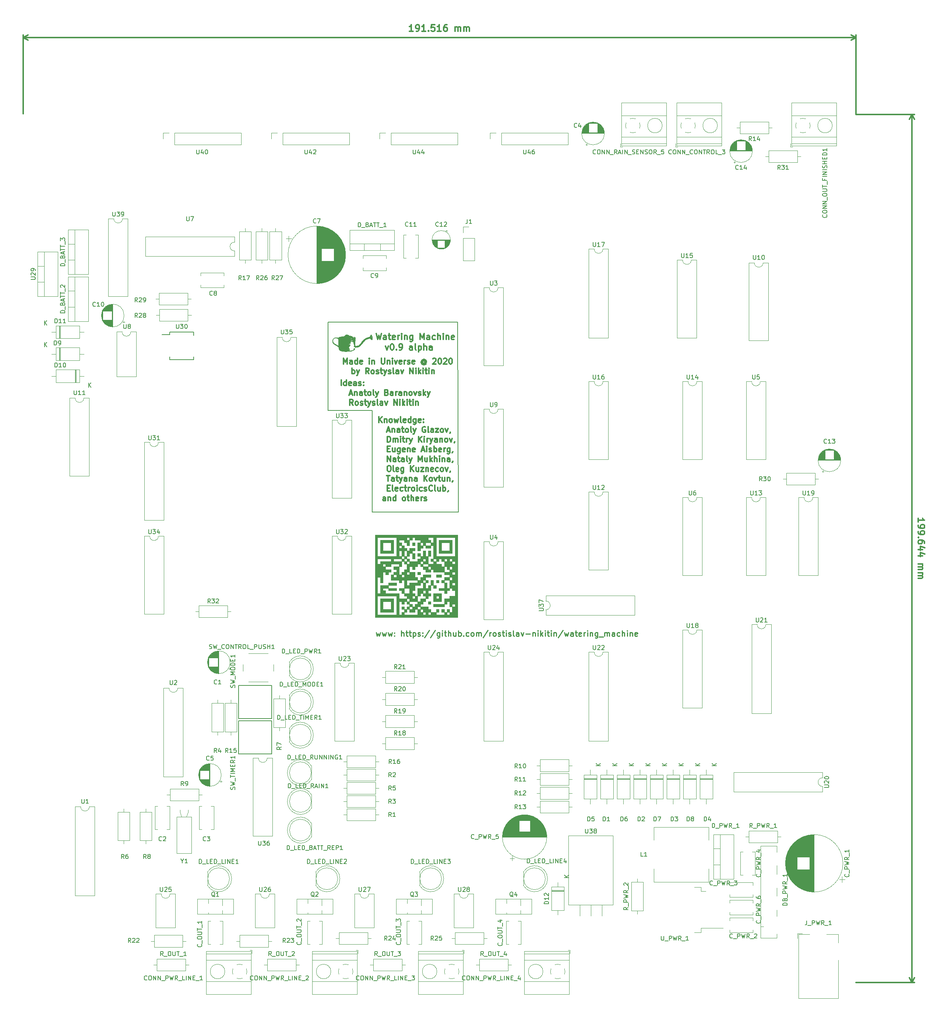
<source format=gbr>
G04 #@! TF.GenerationSoftware,KiCad,Pcbnew,5.0.2-5.fc29*
G04 #@! TF.CreationDate,2020-04-01T19:18:32+03:00*
G04 #@! TF.ProjectId,circuit_design,63697263-7569-4745-9f64-657369676e2e,rev?*
G04 #@! TF.SameCoordinates,Original*
G04 #@! TF.FileFunction,Legend,Top*
G04 #@! TF.FilePolarity,Positive*
%FSLAX46Y46*%
G04 Gerber Fmt 4.6, Leading zero omitted, Abs format (unit mm)*
G04 Created by KiCad (PCBNEW 5.0.2-5.fc29) date Wed 01 Apr 2020 07:18:32 PM EEST*
%MOMM*%
%LPD*%
G01*
G04 APERTURE LIST*
%ADD10C,0.200000*%
%ADD11C,0.300000*%
%ADD12C,0.250000*%
%ADD13C,0.120000*%
%ADD14C,0.010000*%
%ADD15C,0.150000*%
G04 APERTURE END LIST*
D10*
X119380000Y-57404000D02*
X129540000Y-57404000D01*
X129540000Y-80772000D02*
X129540000Y-57404000D01*
D11*
X131060523Y-60168095D02*
X131060523Y-58868095D01*
X131803380Y-60168095D02*
X131246238Y-59425238D01*
X131803380Y-58868095D02*
X131060523Y-59610952D01*
X132360523Y-59301428D02*
X132360523Y-60168095D01*
X132360523Y-59425238D02*
X132422428Y-59363333D01*
X132546238Y-59301428D01*
X132731952Y-59301428D01*
X132855761Y-59363333D01*
X132917666Y-59487142D01*
X132917666Y-60168095D01*
X133722428Y-60168095D02*
X133598619Y-60106190D01*
X133536714Y-60044285D01*
X133474809Y-59920476D01*
X133474809Y-59549047D01*
X133536714Y-59425238D01*
X133598619Y-59363333D01*
X133722428Y-59301428D01*
X133908142Y-59301428D01*
X134031952Y-59363333D01*
X134093857Y-59425238D01*
X134155761Y-59549047D01*
X134155761Y-59920476D01*
X134093857Y-60044285D01*
X134031952Y-60106190D01*
X133908142Y-60168095D01*
X133722428Y-60168095D01*
X134589095Y-59301428D02*
X134836714Y-60168095D01*
X135084333Y-59549047D01*
X135331952Y-60168095D01*
X135579571Y-59301428D01*
X136260523Y-60168095D02*
X136136714Y-60106190D01*
X136074809Y-59982380D01*
X136074809Y-58868095D01*
X137251000Y-60106190D02*
X137127190Y-60168095D01*
X136879571Y-60168095D01*
X136755761Y-60106190D01*
X136693857Y-59982380D01*
X136693857Y-59487142D01*
X136755761Y-59363333D01*
X136879571Y-59301428D01*
X137127190Y-59301428D01*
X137251000Y-59363333D01*
X137312904Y-59487142D01*
X137312904Y-59610952D01*
X136693857Y-59734761D01*
X138427190Y-60168095D02*
X138427190Y-58868095D01*
X138427190Y-60106190D02*
X138303380Y-60168095D01*
X138055761Y-60168095D01*
X137931952Y-60106190D01*
X137870047Y-60044285D01*
X137808142Y-59920476D01*
X137808142Y-59549047D01*
X137870047Y-59425238D01*
X137931952Y-59363333D01*
X138055761Y-59301428D01*
X138303380Y-59301428D01*
X138427190Y-59363333D01*
X139603380Y-59301428D02*
X139603380Y-60353809D01*
X139541476Y-60477619D01*
X139479571Y-60539523D01*
X139355761Y-60601428D01*
X139170047Y-60601428D01*
X139046238Y-60539523D01*
X139603380Y-60106190D02*
X139479571Y-60168095D01*
X139231952Y-60168095D01*
X139108142Y-60106190D01*
X139046238Y-60044285D01*
X138984333Y-59920476D01*
X138984333Y-59549047D01*
X139046238Y-59425238D01*
X139108142Y-59363333D01*
X139231952Y-59301428D01*
X139479571Y-59301428D01*
X139603380Y-59363333D01*
X140717666Y-60106190D02*
X140593857Y-60168095D01*
X140346238Y-60168095D01*
X140222428Y-60106190D01*
X140160523Y-59982380D01*
X140160523Y-59487142D01*
X140222428Y-59363333D01*
X140346238Y-59301428D01*
X140593857Y-59301428D01*
X140717666Y-59363333D01*
X140779571Y-59487142D01*
X140779571Y-59610952D01*
X140160523Y-59734761D01*
X141336714Y-60044285D02*
X141398619Y-60106190D01*
X141336714Y-60168095D01*
X141274809Y-60106190D01*
X141336714Y-60044285D01*
X141336714Y-60168095D01*
X141336714Y-59363333D02*
X141398619Y-59425238D01*
X141336714Y-59487142D01*
X141274809Y-59425238D01*
X141336714Y-59363333D01*
X141336714Y-59487142D01*
X132979571Y-62046666D02*
X133598619Y-62046666D01*
X132855761Y-62418095D02*
X133289095Y-61118095D01*
X133722428Y-62418095D01*
X134155761Y-61551428D02*
X134155761Y-62418095D01*
X134155761Y-61675238D02*
X134217666Y-61613333D01*
X134341476Y-61551428D01*
X134527190Y-61551428D01*
X134651000Y-61613333D01*
X134712904Y-61737142D01*
X134712904Y-62418095D01*
X135889095Y-62418095D02*
X135889095Y-61737142D01*
X135827190Y-61613333D01*
X135703380Y-61551428D01*
X135455761Y-61551428D01*
X135331952Y-61613333D01*
X135889095Y-62356190D02*
X135765285Y-62418095D01*
X135455761Y-62418095D01*
X135331952Y-62356190D01*
X135270047Y-62232380D01*
X135270047Y-62108571D01*
X135331952Y-61984761D01*
X135455761Y-61922857D01*
X135765285Y-61922857D01*
X135889095Y-61860952D01*
X136322428Y-61551428D02*
X136817666Y-61551428D01*
X136508142Y-61118095D02*
X136508142Y-62232380D01*
X136570047Y-62356190D01*
X136693857Y-62418095D01*
X136817666Y-62418095D01*
X137436714Y-62418095D02*
X137312904Y-62356190D01*
X137251000Y-62294285D01*
X137189095Y-62170476D01*
X137189095Y-61799047D01*
X137251000Y-61675238D01*
X137312904Y-61613333D01*
X137436714Y-61551428D01*
X137622428Y-61551428D01*
X137746238Y-61613333D01*
X137808142Y-61675238D01*
X137870047Y-61799047D01*
X137870047Y-62170476D01*
X137808142Y-62294285D01*
X137746238Y-62356190D01*
X137622428Y-62418095D01*
X137436714Y-62418095D01*
X138612904Y-62418095D02*
X138489095Y-62356190D01*
X138427190Y-62232380D01*
X138427190Y-61118095D01*
X138984333Y-61551428D02*
X139293857Y-62418095D01*
X139603380Y-61551428D02*
X139293857Y-62418095D01*
X139170047Y-62727619D01*
X139108142Y-62789523D01*
X138984333Y-62851428D01*
X141770047Y-61180000D02*
X141646238Y-61118095D01*
X141460523Y-61118095D01*
X141274809Y-61180000D01*
X141151000Y-61303809D01*
X141089095Y-61427619D01*
X141027190Y-61675238D01*
X141027190Y-61860952D01*
X141089095Y-62108571D01*
X141151000Y-62232380D01*
X141274809Y-62356190D01*
X141460523Y-62418095D01*
X141584333Y-62418095D01*
X141770047Y-62356190D01*
X141831952Y-62294285D01*
X141831952Y-61860952D01*
X141584333Y-61860952D01*
X142574809Y-62418095D02*
X142451000Y-62356190D01*
X142389095Y-62232380D01*
X142389095Y-61118095D01*
X143627190Y-62418095D02*
X143627190Y-61737142D01*
X143565285Y-61613333D01*
X143441476Y-61551428D01*
X143193857Y-61551428D01*
X143070047Y-61613333D01*
X143627190Y-62356190D02*
X143503380Y-62418095D01*
X143193857Y-62418095D01*
X143070047Y-62356190D01*
X143008142Y-62232380D01*
X143008142Y-62108571D01*
X143070047Y-61984761D01*
X143193857Y-61922857D01*
X143503380Y-61922857D01*
X143627190Y-61860952D01*
X144122428Y-61551428D02*
X144803380Y-61551428D01*
X144122428Y-62418095D01*
X144803380Y-62418095D01*
X145484333Y-62418095D02*
X145360523Y-62356190D01*
X145298619Y-62294285D01*
X145236714Y-62170476D01*
X145236714Y-61799047D01*
X145298619Y-61675238D01*
X145360523Y-61613333D01*
X145484333Y-61551428D01*
X145670047Y-61551428D01*
X145793857Y-61613333D01*
X145855761Y-61675238D01*
X145917666Y-61799047D01*
X145917666Y-62170476D01*
X145855761Y-62294285D01*
X145793857Y-62356190D01*
X145670047Y-62418095D01*
X145484333Y-62418095D01*
X146351000Y-61551428D02*
X146660523Y-62418095D01*
X146970047Y-61551428D01*
X147527190Y-62356190D02*
X147527190Y-62418095D01*
X147465285Y-62541904D01*
X147403380Y-62603809D01*
X133041476Y-64668095D02*
X133041476Y-63368095D01*
X133351000Y-63368095D01*
X133536714Y-63430000D01*
X133660523Y-63553809D01*
X133722428Y-63677619D01*
X133784333Y-63925238D01*
X133784333Y-64110952D01*
X133722428Y-64358571D01*
X133660523Y-64482380D01*
X133536714Y-64606190D01*
X133351000Y-64668095D01*
X133041476Y-64668095D01*
X134341476Y-64668095D02*
X134341476Y-63801428D01*
X134341476Y-63925238D02*
X134403380Y-63863333D01*
X134527190Y-63801428D01*
X134712904Y-63801428D01*
X134836714Y-63863333D01*
X134898619Y-63987142D01*
X134898619Y-64668095D01*
X134898619Y-63987142D02*
X134960523Y-63863333D01*
X135084333Y-63801428D01*
X135270047Y-63801428D01*
X135393857Y-63863333D01*
X135455761Y-63987142D01*
X135455761Y-64668095D01*
X136074809Y-64668095D02*
X136074809Y-63801428D01*
X136074809Y-63368095D02*
X136012904Y-63430000D01*
X136074809Y-63491904D01*
X136136714Y-63430000D01*
X136074809Y-63368095D01*
X136074809Y-63491904D01*
X136508142Y-63801428D02*
X137003380Y-63801428D01*
X136693857Y-63368095D02*
X136693857Y-64482380D01*
X136755761Y-64606190D01*
X136879571Y-64668095D01*
X137003380Y-64668095D01*
X137436714Y-64668095D02*
X137436714Y-63801428D01*
X137436714Y-64049047D02*
X137498619Y-63925238D01*
X137560523Y-63863333D01*
X137684333Y-63801428D01*
X137808142Y-63801428D01*
X138117666Y-63801428D02*
X138427190Y-64668095D01*
X138736714Y-63801428D02*
X138427190Y-64668095D01*
X138303380Y-64977619D01*
X138241476Y-65039523D01*
X138117666Y-65101428D01*
X140222428Y-64668095D02*
X140222428Y-63368095D01*
X140965285Y-64668095D02*
X140408142Y-63925238D01*
X140965285Y-63368095D02*
X140222428Y-64110952D01*
X141522428Y-64668095D02*
X141522428Y-63801428D01*
X141522428Y-63368095D02*
X141460523Y-63430000D01*
X141522428Y-63491904D01*
X141584333Y-63430000D01*
X141522428Y-63368095D01*
X141522428Y-63491904D01*
X142141476Y-64668095D02*
X142141476Y-63801428D01*
X142141476Y-64049047D02*
X142203380Y-63925238D01*
X142265285Y-63863333D01*
X142389095Y-63801428D01*
X142512904Y-63801428D01*
X142822428Y-63801428D02*
X143131952Y-64668095D01*
X143441476Y-63801428D02*
X143131952Y-64668095D01*
X143008142Y-64977619D01*
X142946238Y-65039523D01*
X142822428Y-65101428D01*
X144493857Y-64668095D02*
X144493857Y-63987142D01*
X144431952Y-63863333D01*
X144308142Y-63801428D01*
X144060523Y-63801428D01*
X143936714Y-63863333D01*
X144493857Y-64606190D02*
X144370047Y-64668095D01*
X144060523Y-64668095D01*
X143936714Y-64606190D01*
X143874809Y-64482380D01*
X143874809Y-64358571D01*
X143936714Y-64234761D01*
X144060523Y-64172857D01*
X144370047Y-64172857D01*
X144493857Y-64110952D01*
X145112904Y-63801428D02*
X145112904Y-64668095D01*
X145112904Y-63925238D02*
X145174809Y-63863333D01*
X145298619Y-63801428D01*
X145484333Y-63801428D01*
X145608142Y-63863333D01*
X145670047Y-63987142D01*
X145670047Y-64668095D01*
X146474809Y-64668095D02*
X146351000Y-64606190D01*
X146289095Y-64544285D01*
X146227190Y-64420476D01*
X146227190Y-64049047D01*
X146289095Y-63925238D01*
X146351000Y-63863333D01*
X146474809Y-63801428D01*
X146660523Y-63801428D01*
X146784333Y-63863333D01*
X146846238Y-63925238D01*
X146908142Y-64049047D01*
X146908142Y-64420476D01*
X146846238Y-64544285D01*
X146784333Y-64606190D01*
X146660523Y-64668095D01*
X146474809Y-64668095D01*
X147341476Y-63801428D02*
X147651000Y-64668095D01*
X147960523Y-63801428D01*
X148517666Y-64606190D02*
X148517666Y-64668095D01*
X148455761Y-64791904D01*
X148393857Y-64853809D01*
X133041476Y-66237142D02*
X133474809Y-66237142D01*
X133660523Y-66918095D02*
X133041476Y-66918095D01*
X133041476Y-65618095D01*
X133660523Y-65618095D01*
X134774809Y-66051428D02*
X134774809Y-66918095D01*
X134217666Y-66051428D02*
X134217666Y-66732380D01*
X134279571Y-66856190D01*
X134403380Y-66918095D01*
X134589095Y-66918095D01*
X134712904Y-66856190D01*
X134774809Y-66794285D01*
X135951000Y-66051428D02*
X135951000Y-67103809D01*
X135889095Y-67227619D01*
X135827190Y-67289523D01*
X135703380Y-67351428D01*
X135517666Y-67351428D01*
X135393857Y-67289523D01*
X135951000Y-66856190D02*
X135827190Y-66918095D01*
X135579571Y-66918095D01*
X135455761Y-66856190D01*
X135393857Y-66794285D01*
X135331952Y-66670476D01*
X135331952Y-66299047D01*
X135393857Y-66175238D01*
X135455761Y-66113333D01*
X135579571Y-66051428D01*
X135827190Y-66051428D01*
X135951000Y-66113333D01*
X137065285Y-66856190D02*
X136941476Y-66918095D01*
X136693857Y-66918095D01*
X136570047Y-66856190D01*
X136508142Y-66732380D01*
X136508142Y-66237142D01*
X136570047Y-66113333D01*
X136693857Y-66051428D01*
X136941476Y-66051428D01*
X137065285Y-66113333D01*
X137127190Y-66237142D01*
X137127190Y-66360952D01*
X136508142Y-66484761D01*
X137684333Y-66051428D02*
X137684333Y-66918095D01*
X137684333Y-66175238D02*
X137746238Y-66113333D01*
X137870047Y-66051428D01*
X138055761Y-66051428D01*
X138179571Y-66113333D01*
X138241476Y-66237142D01*
X138241476Y-66918095D01*
X139355761Y-66856190D02*
X139231952Y-66918095D01*
X138984333Y-66918095D01*
X138860523Y-66856190D01*
X138798619Y-66732380D01*
X138798619Y-66237142D01*
X138860523Y-66113333D01*
X138984333Y-66051428D01*
X139231952Y-66051428D01*
X139355761Y-66113333D01*
X139417666Y-66237142D01*
X139417666Y-66360952D01*
X138798619Y-66484761D01*
X140903380Y-66546666D02*
X141522428Y-66546666D01*
X140779571Y-66918095D02*
X141212904Y-65618095D01*
X141646238Y-66918095D01*
X142079571Y-66918095D02*
X142079571Y-66051428D01*
X142079571Y-65618095D02*
X142017666Y-65680000D01*
X142079571Y-65741904D01*
X142141476Y-65680000D01*
X142079571Y-65618095D01*
X142079571Y-65741904D01*
X142636714Y-66856190D02*
X142760523Y-66918095D01*
X143008142Y-66918095D01*
X143131952Y-66856190D01*
X143193857Y-66732380D01*
X143193857Y-66670476D01*
X143131952Y-66546666D01*
X143008142Y-66484761D01*
X142822428Y-66484761D01*
X142698619Y-66422857D01*
X142636714Y-66299047D01*
X142636714Y-66237142D01*
X142698619Y-66113333D01*
X142822428Y-66051428D01*
X143008142Y-66051428D01*
X143131952Y-66113333D01*
X143751000Y-66918095D02*
X143751000Y-65618095D01*
X143751000Y-66113333D02*
X143874809Y-66051428D01*
X144122428Y-66051428D01*
X144246238Y-66113333D01*
X144308142Y-66175238D01*
X144370047Y-66299047D01*
X144370047Y-66670476D01*
X144308142Y-66794285D01*
X144246238Y-66856190D01*
X144122428Y-66918095D01*
X143874809Y-66918095D01*
X143751000Y-66856190D01*
X145422428Y-66856190D02*
X145298619Y-66918095D01*
X145051000Y-66918095D01*
X144927190Y-66856190D01*
X144865285Y-66732380D01*
X144865285Y-66237142D01*
X144927190Y-66113333D01*
X145051000Y-66051428D01*
X145298619Y-66051428D01*
X145422428Y-66113333D01*
X145484333Y-66237142D01*
X145484333Y-66360952D01*
X144865285Y-66484761D01*
X146041476Y-66918095D02*
X146041476Y-66051428D01*
X146041476Y-66299047D02*
X146103380Y-66175238D01*
X146165285Y-66113333D01*
X146289095Y-66051428D01*
X146412904Y-66051428D01*
X147403380Y-66051428D02*
X147403380Y-67103809D01*
X147341476Y-67227619D01*
X147279571Y-67289523D01*
X147155761Y-67351428D01*
X146970047Y-67351428D01*
X146846238Y-67289523D01*
X147403380Y-66856190D02*
X147279571Y-66918095D01*
X147031952Y-66918095D01*
X146908142Y-66856190D01*
X146846238Y-66794285D01*
X146784333Y-66670476D01*
X146784333Y-66299047D01*
X146846238Y-66175238D01*
X146908142Y-66113333D01*
X147031952Y-66051428D01*
X147279571Y-66051428D01*
X147403380Y-66113333D01*
X148084333Y-66856190D02*
X148084333Y-66918095D01*
X148022428Y-67041904D01*
X147960523Y-67103809D01*
X133041476Y-69168095D02*
X133041476Y-67868095D01*
X133784333Y-69168095D01*
X133784333Y-67868095D01*
X134960523Y-69168095D02*
X134960523Y-68487142D01*
X134898619Y-68363333D01*
X134774809Y-68301428D01*
X134527190Y-68301428D01*
X134403380Y-68363333D01*
X134960523Y-69106190D02*
X134836714Y-69168095D01*
X134527190Y-69168095D01*
X134403380Y-69106190D01*
X134341476Y-68982380D01*
X134341476Y-68858571D01*
X134403380Y-68734761D01*
X134527190Y-68672857D01*
X134836714Y-68672857D01*
X134960523Y-68610952D01*
X135393857Y-68301428D02*
X135889095Y-68301428D01*
X135579571Y-67868095D02*
X135579571Y-68982380D01*
X135641476Y-69106190D01*
X135765285Y-69168095D01*
X135889095Y-69168095D01*
X136879571Y-69168095D02*
X136879571Y-68487142D01*
X136817666Y-68363333D01*
X136693857Y-68301428D01*
X136446238Y-68301428D01*
X136322428Y-68363333D01*
X136879571Y-69106190D02*
X136755761Y-69168095D01*
X136446238Y-69168095D01*
X136322428Y-69106190D01*
X136260523Y-68982380D01*
X136260523Y-68858571D01*
X136322428Y-68734761D01*
X136446238Y-68672857D01*
X136755761Y-68672857D01*
X136879571Y-68610952D01*
X137684333Y-69168095D02*
X137560523Y-69106190D01*
X137498619Y-68982380D01*
X137498619Y-67868095D01*
X138055761Y-68301428D02*
X138365285Y-69168095D01*
X138674809Y-68301428D02*
X138365285Y-69168095D01*
X138241476Y-69477619D01*
X138179571Y-69539523D01*
X138055761Y-69601428D01*
X140160523Y-69168095D02*
X140160523Y-67868095D01*
X140593857Y-68796666D01*
X141027190Y-67868095D01*
X141027190Y-69168095D01*
X142203380Y-68301428D02*
X142203380Y-69168095D01*
X141646238Y-68301428D02*
X141646238Y-68982380D01*
X141708142Y-69106190D01*
X141831952Y-69168095D01*
X142017666Y-69168095D01*
X142141476Y-69106190D01*
X142203380Y-69044285D01*
X142822428Y-69168095D02*
X142822428Y-67868095D01*
X142946238Y-68672857D02*
X143317666Y-69168095D01*
X143317666Y-68301428D02*
X142822428Y-68796666D01*
X143874809Y-69168095D02*
X143874809Y-67868095D01*
X144431952Y-69168095D02*
X144431952Y-68487142D01*
X144370047Y-68363333D01*
X144246238Y-68301428D01*
X144060523Y-68301428D01*
X143936714Y-68363333D01*
X143874809Y-68425238D01*
X145051000Y-69168095D02*
X145051000Y-68301428D01*
X145051000Y-67868095D02*
X144989095Y-67930000D01*
X145051000Y-67991904D01*
X145112904Y-67930000D01*
X145051000Y-67868095D01*
X145051000Y-67991904D01*
X145670047Y-68301428D02*
X145670047Y-69168095D01*
X145670047Y-68425238D02*
X145731952Y-68363333D01*
X145855761Y-68301428D01*
X146041476Y-68301428D01*
X146165285Y-68363333D01*
X146227190Y-68487142D01*
X146227190Y-69168095D01*
X147403380Y-69168095D02*
X147403380Y-68487142D01*
X147341476Y-68363333D01*
X147217666Y-68301428D01*
X146970047Y-68301428D01*
X146846238Y-68363333D01*
X147403380Y-69106190D02*
X147279571Y-69168095D01*
X146970047Y-69168095D01*
X146846238Y-69106190D01*
X146784333Y-68982380D01*
X146784333Y-68858571D01*
X146846238Y-68734761D01*
X146970047Y-68672857D01*
X147279571Y-68672857D01*
X147403380Y-68610952D01*
X148084333Y-69106190D02*
X148084333Y-69168095D01*
X148022428Y-69291904D01*
X147960523Y-69353809D01*
X133289095Y-70118095D02*
X133536714Y-70118095D01*
X133660523Y-70180000D01*
X133784333Y-70303809D01*
X133846238Y-70551428D01*
X133846238Y-70984761D01*
X133784333Y-71232380D01*
X133660523Y-71356190D01*
X133536714Y-71418095D01*
X133289095Y-71418095D01*
X133165285Y-71356190D01*
X133041476Y-71232380D01*
X132979571Y-70984761D01*
X132979571Y-70551428D01*
X133041476Y-70303809D01*
X133165285Y-70180000D01*
X133289095Y-70118095D01*
X134589095Y-71418095D02*
X134465285Y-71356190D01*
X134403380Y-71232380D01*
X134403380Y-70118095D01*
X135579571Y-71356190D02*
X135455761Y-71418095D01*
X135208142Y-71418095D01*
X135084333Y-71356190D01*
X135022428Y-71232380D01*
X135022428Y-70737142D01*
X135084333Y-70613333D01*
X135208142Y-70551428D01*
X135455761Y-70551428D01*
X135579571Y-70613333D01*
X135641476Y-70737142D01*
X135641476Y-70860952D01*
X135022428Y-70984761D01*
X136755761Y-70551428D02*
X136755761Y-71603809D01*
X136693857Y-71727619D01*
X136631952Y-71789523D01*
X136508142Y-71851428D01*
X136322428Y-71851428D01*
X136198619Y-71789523D01*
X136755761Y-71356190D02*
X136631952Y-71418095D01*
X136384333Y-71418095D01*
X136260523Y-71356190D01*
X136198619Y-71294285D01*
X136136714Y-71170476D01*
X136136714Y-70799047D01*
X136198619Y-70675238D01*
X136260523Y-70613333D01*
X136384333Y-70551428D01*
X136631952Y-70551428D01*
X136755761Y-70613333D01*
X138365285Y-71418095D02*
X138365285Y-70118095D01*
X139108142Y-71418095D02*
X138551000Y-70675238D01*
X139108142Y-70118095D02*
X138365285Y-70860952D01*
X140222428Y-70551428D02*
X140222428Y-71418095D01*
X139665285Y-70551428D02*
X139665285Y-71232380D01*
X139727190Y-71356190D01*
X139851000Y-71418095D01*
X140036714Y-71418095D01*
X140160523Y-71356190D01*
X140222428Y-71294285D01*
X140717666Y-70551428D02*
X141398619Y-70551428D01*
X140717666Y-71418095D01*
X141398619Y-71418095D01*
X141893857Y-70551428D02*
X141893857Y-71418095D01*
X141893857Y-70675238D02*
X141955761Y-70613333D01*
X142079571Y-70551428D01*
X142265285Y-70551428D01*
X142389095Y-70613333D01*
X142451000Y-70737142D01*
X142451000Y-71418095D01*
X143565285Y-71356190D02*
X143441476Y-71418095D01*
X143193857Y-71418095D01*
X143070047Y-71356190D01*
X143008142Y-71232380D01*
X143008142Y-70737142D01*
X143070047Y-70613333D01*
X143193857Y-70551428D01*
X143441476Y-70551428D01*
X143565285Y-70613333D01*
X143627190Y-70737142D01*
X143627190Y-70860952D01*
X143008142Y-70984761D01*
X144741476Y-71356190D02*
X144617666Y-71418095D01*
X144370047Y-71418095D01*
X144246238Y-71356190D01*
X144184333Y-71294285D01*
X144122428Y-71170476D01*
X144122428Y-70799047D01*
X144184333Y-70675238D01*
X144246238Y-70613333D01*
X144370047Y-70551428D01*
X144617666Y-70551428D01*
X144741476Y-70613333D01*
X145484333Y-71418095D02*
X145360523Y-71356190D01*
X145298619Y-71294285D01*
X145236714Y-71170476D01*
X145236714Y-70799047D01*
X145298619Y-70675238D01*
X145360523Y-70613333D01*
X145484333Y-70551428D01*
X145670047Y-70551428D01*
X145793857Y-70613333D01*
X145855761Y-70675238D01*
X145917666Y-70799047D01*
X145917666Y-71170476D01*
X145855761Y-71294285D01*
X145793857Y-71356190D01*
X145670047Y-71418095D01*
X145484333Y-71418095D01*
X146351000Y-70551428D02*
X146660523Y-71418095D01*
X146970047Y-70551428D01*
X147527190Y-71356190D02*
X147527190Y-71418095D01*
X147465285Y-71541904D01*
X147403380Y-71603809D01*
X132855761Y-72368095D02*
X133598619Y-72368095D01*
X133227190Y-73668095D02*
X133227190Y-72368095D01*
X134589095Y-73668095D02*
X134589095Y-72987142D01*
X134527190Y-72863333D01*
X134403380Y-72801428D01*
X134155761Y-72801428D01*
X134031952Y-72863333D01*
X134589095Y-73606190D02*
X134465285Y-73668095D01*
X134155761Y-73668095D01*
X134031952Y-73606190D01*
X133970047Y-73482380D01*
X133970047Y-73358571D01*
X134031952Y-73234761D01*
X134155761Y-73172857D01*
X134465285Y-73172857D01*
X134589095Y-73110952D01*
X135022428Y-72801428D02*
X135517666Y-72801428D01*
X135208142Y-72368095D02*
X135208142Y-73482380D01*
X135270047Y-73606190D01*
X135393857Y-73668095D01*
X135517666Y-73668095D01*
X135827190Y-72801428D02*
X136136714Y-73668095D01*
X136446238Y-72801428D02*
X136136714Y-73668095D01*
X136012904Y-73977619D01*
X135951000Y-74039523D01*
X135827190Y-74101428D01*
X137498619Y-73668095D02*
X137498619Y-72987142D01*
X137436714Y-72863333D01*
X137312904Y-72801428D01*
X137065285Y-72801428D01*
X136941476Y-72863333D01*
X137498619Y-73606190D02*
X137374809Y-73668095D01*
X137065285Y-73668095D01*
X136941476Y-73606190D01*
X136879571Y-73482380D01*
X136879571Y-73358571D01*
X136941476Y-73234761D01*
X137065285Y-73172857D01*
X137374809Y-73172857D01*
X137498619Y-73110952D01*
X138117666Y-72801428D02*
X138117666Y-73668095D01*
X138117666Y-72925238D02*
X138179571Y-72863333D01*
X138303380Y-72801428D01*
X138489095Y-72801428D01*
X138612904Y-72863333D01*
X138674809Y-72987142D01*
X138674809Y-73668095D01*
X139851000Y-73668095D02*
X139851000Y-72987142D01*
X139789095Y-72863333D01*
X139665285Y-72801428D01*
X139417666Y-72801428D01*
X139293857Y-72863333D01*
X139851000Y-73606190D02*
X139727190Y-73668095D01*
X139417666Y-73668095D01*
X139293857Y-73606190D01*
X139231952Y-73482380D01*
X139231952Y-73358571D01*
X139293857Y-73234761D01*
X139417666Y-73172857D01*
X139727190Y-73172857D01*
X139851000Y-73110952D01*
X141460523Y-73668095D02*
X141460523Y-72368095D01*
X142203380Y-73668095D02*
X141646238Y-72925238D01*
X142203380Y-72368095D02*
X141460523Y-73110952D01*
X142946238Y-73668095D02*
X142822428Y-73606190D01*
X142760523Y-73544285D01*
X142698619Y-73420476D01*
X142698619Y-73049047D01*
X142760523Y-72925238D01*
X142822428Y-72863333D01*
X142946238Y-72801428D01*
X143131952Y-72801428D01*
X143255761Y-72863333D01*
X143317666Y-72925238D01*
X143379571Y-73049047D01*
X143379571Y-73420476D01*
X143317666Y-73544285D01*
X143255761Y-73606190D01*
X143131952Y-73668095D01*
X142946238Y-73668095D01*
X143812904Y-72801428D02*
X144122428Y-73668095D01*
X144431952Y-72801428D01*
X144741476Y-72801428D02*
X145236714Y-72801428D01*
X144927190Y-72368095D02*
X144927190Y-73482380D01*
X144989095Y-73606190D01*
X145112904Y-73668095D01*
X145236714Y-73668095D01*
X146227190Y-72801428D02*
X146227190Y-73668095D01*
X145670047Y-72801428D02*
X145670047Y-73482380D01*
X145731952Y-73606190D01*
X145855761Y-73668095D01*
X146041476Y-73668095D01*
X146165285Y-73606190D01*
X146227190Y-73544285D01*
X146846238Y-72801428D02*
X146846238Y-73668095D01*
X146846238Y-72925238D02*
X146908142Y-72863333D01*
X147031952Y-72801428D01*
X147217666Y-72801428D01*
X147341476Y-72863333D01*
X147403380Y-72987142D01*
X147403380Y-73668095D01*
X148084333Y-73606190D02*
X148084333Y-73668095D01*
X148022428Y-73791904D01*
X147960523Y-73853809D01*
X133041476Y-75237142D02*
X133474809Y-75237142D01*
X133660523Y-75918095D02*
X133041476Y-75918095D01*
X133041476Y-74618095D01*
X133660523Y-74618095D01*
X134403380Y-75918095D02*
X134279571Y-75856190D01*
X134217666Y-75732380D01*
X134217666Y-74618095D01*
X135393857Y-75856190D02*
X135270047Y-75918095D01*
X135022428Y-75918095D01*
X134898619Y-75856190D01*
X134836714Y-75732380D01*
X134836714Y-75237142D01*
X134898619Y-75113333D01*
X135022428Y-75051428D01*
X135270047Y-75051428D01*
X135393857Y-75113333D01*
X135455761Y-75237142D01*
X135455761Y-75360952D01*
X134836714Y-75484761D01*
X136570047Y-75856190D02*
X136446238Y-75918095D01*
X136198619Y-75918095D01*
X136074809Y-75856190D01*
X136012904Y-75794285D01*
X135951000Y-75670476D01*
X135951000Y-75299047D01*
X136012904Y-75175238D01*
X136074809Y-75113333D01*
X136198619Y-75051428D01*
X136446238Y-75051428D01*
X136570047Y-75113333D01*
X136941476Y-75051428D02*
X137436714Y-75051428D01*
X137127190Y-74618095D02*
X137127190Y-75732380D01*
X137189095Y-75856190D01*
X137312904Y-75918095D01*
X137436714Y-75918095D01*
X137870047Y-75918095D02*
X137870047Y-75051428D01*
X137870047Y-75299047D02*
X137931952Y-75175238D01*
X137993857Y-75113333D01*
X138117666Y-75051428D01*
X138241476Y-75051428D01*
X138860523Y-75918095D02*
X138736714Y-75856190D01*
X138674809Y-75794285D01*
X138612904Y-75670476D01*
X138612904Y-75299047D01*
X138674809Y-75175238D01*
X138736714Y-75113333D01*
X138860523Y-75051428D01*
X139046238Y-75051428D01*
X139170047Y-75113333D01*
X139231952Y-75175238D01*
X139293857Y-75299047D01*
X139293857Y-75670476D01*
X139231952Y-75794285D01*
X139170047Y-75856190D01*
X139046238Y-75918095D01*
X138860523Y-75918095D01*
X139851000Y-75918095D02*
X139851000Y-75051428D01*
X139851000Y-74618095D02*
X139789095Y-74680000D01*
X139851000Y-74741904D01*
X139912904Y-74680000D01*
X139851000Y-74618095D01*
X139851000Y-74741904D01*
X141027190Y-75856190D02*
X140903380Y-75918095D01*
X140655761Y-75918095D01*
X140531952Y-75856190D01*
X140470047Y-75794285D01*
X140408142Y-75670476D01*
X140408142Y-75299047D01*
X140470047Y-75175238D01*
X140531952Y-75113333D01*
X140655761Y-75051428D01*
X140903380Y-75051428D01*
X141027190Y-75113333D01*
X141522428Y-75856190D02*
X141646238Y-75918095D01*
X141893857Y-75918095D01*
X142017666Y-75856190D01*
X142079571Y-75732380D01*
X142079571Y-75670476D01*
X142017666Y-75546666D01*
X141893857Y-75484761D01*
X141708142Y-75484761D01*
X141584333Y-75422857D01*
X141522428Y-75299047D01*
X141522428Y-75237142D01*
X141584333Y-75113333D01*
X141708142Y-75051428D01*
X141893857Y-75051428D01*
X142017666Y-75113333D01*
X143379571Y-75794285D02*
X143317666Y-75856190D01*
X143131952Y-75918095D01*
X143008142Y-75918095D01*
X142822428Y-75856190D01*
X142698619Y-75732380D01*
X142636714Y-75608571D01*
X142574809Y-75360952D01*
X142574809Y-75175238D01*
X142636714Y-74927619D01*
X142698619Y-74803809D01*
X142822428Y-74680000D01*
X143008142Y-74618095D01*
X143131952Y-74618095D01*
X143317666Y-74680000D01*
X143379571Y-74741904D01*
X144122428Y-75918095D02*
X143998619Y-75856190D01*
X143936714Y-75732380D01*
X143936714Y-74618095D01*
X145174809Y-75051428D02*
X145174809Y-75918095D01*
X144617666Y-75051428D02*
X144617666Y-75732380D01*
X144679571Y-75856190D01*
X144803380Y-75918095D01*
X144989095Y-75918095D01*
X145112904Y-75856190D01*
X145174809Y-75794285D01*
X145793857Y-75918095D02*
X145793857Y-74618095D01*
X145793857Y-75113333D02*
X145917666Y-75051428D01*
X146165285Y-75051428D01*
X146289095Y-75113333D01*
X146351000Y-75175238D01*
X146412904Y-75299047D01*
X146412904Y-75670476D01*
X146351000Y-75794285D01*
X146289095Y-75856190D01*
X146165285Y-75918095D01*
X145917666Y-75918095D01*
X145793857Y-75856190D01*
X147031952Y-75856190D02*
X147031952Y-75918095D01*
X146970047Y-76041904D01*
X146908142Y-76103809D01*
X132608142Y-78168095D02*
X132608142Y-77487142D01*
X132546238Y-77363333D01*
X132422428Y-77301428D01*
X132174809Y-77301428D01*
X132051000Y-77363333D01*
X132608142Y-78106190D02*
X132484333Y-78168095D01*
X132174809Y-78168095D01*
X132051000Y-78106190D01*
X131989095Y-77982380D01*
X131989095Y-77858571D01*
X132051000Y-77734761D01*
X132174809Y-77672857D01*
X132484333Y-77672857D01*
X132608142Y-77610952D01*
X133227190Y-77301428D02*
X133227190Y-78168095D01*
X133227190Y-77425238D02*
X133289095Y-77363333D01*
X133412904Y-77301428D01*
X133598619Y-77301428D01*
X133722428Y-77363333D01*
X133784333Y-77487142D01*
X133784333Y-78168095D01*
X134960523Y-78168095D02*
X134960523Y-76868095D01*
X134960523Y-78106190D02*
X134836714Y-78168095D01*
X134589095Y-78168095D01*
X134465285Y-78106190D01*
X134403380Y-78044285D01*
X134341476Y-77920476D01*
X134341476Y-77549047D01*
X134403380Y-77425238D01*
X134465285Y-77363333D01*
X134589095Y-77301428D01*
X134836714Y-77301428D01*
X134960523Y-77363333D01*
X136755761Y-78168095D02*
X136631952Y-78106190D01*
X136570047Y-78044285D01*
X136508142Y-77920476D01*
X136508142Y-77549047D01*
X136570047Y-77425238D01*
X136631952Y-77363333D01*
X136755761Y-77301428D01*
X136941476Y-77301428D01*
X137065285Y-77363333D01*
X137127190Y-77425238D01*
X137189095Y-77549047D01*
X137189095Y-77920476D01*
X137127190Y-78044285D01*
X137065285Y-78106190D01*
X136941476Y-78168095D01*
X136755761Y-78168095D01*
X137560523Y-77301428D02*
X138055761Y-77301428D01*
X137746238Y-76868095D02*
X137746238Y-77982380D01*
X137808142Y-78106190D01*
X137931952Y-78168095D01*
X138055761Y-78168095D01*
X138489095Y-78168095D02*
X138489095Y-76868095D01*
X139046238Y-78168095D02*
X139046238Y-77487142D01*
X138984333Y-77363333D01*
X138860523Y-77301428D01*
X138674809Y-77301428D01*
X138551000Y-77363333D01*
X138489095Y-77425238D01*
X140160523Y-78106190D02*
X140036714Y-78168095D01*
X139789095Y-78168095D01*
X139665285Y-78106190D01*
X139603380Y-77982380D01*
X139603380Y-77487142D01*
X139665285Y-77363333D01*
X139789095Y-77301428D01*
X140036714Y-77301428D01*
X140160523Y-77363333D01*
X140222428Y-77487142D01*
X140222428Y-77610952D01*
X139603380Y-77734761D01*
X140779571Y-78168095D02*
X140779571Y-77301428D01*
X140779571Y-77549047D02*
X140841476Y-77425238D01*
X140903380Y-77363333D01*
X141027190Y-77301428D01*
X141151000Y-77301428D01*
X141522428Y-78106190D02*
X141646238Y-78168095D01*
X141893857Y-78168095D01*
X142017666Y-78106190D01*
X142079571Y-77982380D01*
X142079571Y-77920476D01*
X142017666Y-77796666D01*
X141893857Y-77734761D01*
X141708142Y-77734761D01*
X141584333Y-77672857D01*
X141522428Y-77549047D01*
X141522428Y-77487142D01*
X141584333Y-77363333D01*
X141708142Y-77301428D01*
X141893857Y-77301428D01*
X142017666Y-77363333D01*
D10*
X129540000Y-80772000D02*
X149352000Y-80772000D01*
D12*
X130442285Y-108433428D02*
X130689904Y-109300095D01*
X130937523Y-108681047D01*
X131185142Y-109300095D01*
X131432761Y-108433428D01*
X131804190Y-108433428D02*
X132051809Y-109300095D01*
X132299428Y-108681047D01*
X132547047Y-109300095D01*
X132794666Y-108433428D01*
X133166095Y-108433428D02*
X133413714Y-109300095D01*
X133661333Y-108681047D01*
X133908952Y-109300095D01*
X134156571Y-108433428D01*
X134651809Y-109176285D02*
X134713714Y-109238190D01*
X134651809Y-109300095D01*
X134589904Y-109238190D01*
X134651809Y-109176285D01*
X134651809Y-109300095D01*
X134651809Y-108495333D02*
X134713714Y-108557238D01*
X134651809Y-108619142D01*
X134589904Y-108557238D01*
X134651809Y-108495333D01*
X134651809Y-108619142D01*
X136261333Y-109300095D02*
X136261333Y-108000095D01*
X136818476Y-109300095D02*
X136818476Y-108619142D01*
X136756571Y-108495333D01*
X136632761Y-108433428D01*
X136447047Y-108433428D01*
X136323238Y-108495333D01*
X136261333Y-108557238D01*
X137251809Y-108433428D02*
X137747047Y-108433428D01*
X137437523Y-108000095D02*
X137437523Y-109114380D01*
X137499428Y-109238190D01*
X137623238Y-109300095D01*
X137747047Y-109300095D01*
X137994666Y-108433428D02*
X138489904Y-108433428D01*
X138180380Y-108000095D02*
X138180380Y-109114380D01*
X138242285Y-109238190D01*
X138366095Y-109300095D01*
X138489904Y-109300095D01*
X138923238Y-108433428D02*
X138923238Y-109733428D01*
X138923238Y-108495333D02*
X139047047Y-108433428D01*
X139294666Y-108433428D01*
X139418476Y-108495333D01*
X139480380Y-108557238D01*
X139542285Y-108681047D01*
X139542285Y-109052476D01*
X139480380Y-109176285D01*
X139418476Y-109238190D01*
X139294666Y-109300095D01*
X139047047Y-109300095D01*
X138923238Y-109238190D01*
X140037523Y-109238190D02*
X140161333Y-109300095D01*
X140408952Y-109300095D01*
X140532761Y-109238190D01*
X140594666Y-109114380D01*
X140594666Y-109052476D01*
X140532761Y-108928666D01*
X140408952Y-108866761D01*
X140223238Y-108866761D01*
X140099428Y-108804857D01*
X140037523Y-108681047D01*
X140037523Y-108619142D01*
X140099428Y-108495333D01*
X140223238Y-108433428D01*
X140408952Y-108433428D01*
X140532761Y-108495333D01*
X141151809Y-109176285D02*
X141213714Y-109238190D01*
X141151809Y-109300095D01*
X141089904Y-109238190D01*
X141151809Y-109176285D01*
X141151809Y-109300095D01*
X141151809Y-108495333D02*
X141213714Y-108557238D01*
X141151809Y-108619142D01*
X141089904Y-108557238D01*
X141151809Y-108495333D01*
X141151809Y-108619142D01*
X142699428Y-107938190D02*
X141585142Y-109609619D01*
X144061333Y-107938190D02*
X142947047Y-109609619D01*
X145051809Y-108433428D02*
X145051809Y-109485809D01*
X144989904Y-109609619D01*
X144928000Y-109671523D01*
X144804190Y-109733428D01*
X144618476Y-109733428D01*
X144494666Y-109671523D01*
X145051809Y-109238190D02*
X144928000Y-109300095D01*
X144680380Y-109300095D01*
X144556571Y-109238190D01*
X144494666Y-109176285D01*
X144432761Y-109052476D01*
X144432761Y-108681047D01*
X144494666Y-108557238D01*
X144556571Y-108495333D01*
X144680380Y-108433428D01*
X144928000Y-108433428D01*
X145051809Y-108495333D01*
X145670857Y-109300095D02*
X145670857Y-108433428D01*
X145670857Y-108000095D02*
X145608952Y-108062000D01*
X145670857Y-108123904D01*
X145732761Y-108062000D01*
X145670857Y-108000095D01*
X145670857Y-108123904D01*
X146104190Y-108433428D02*
X146599428Y-108433428D01*
X146289904Y-108000095D02*
X146289904Y-109114380D01*
X146351809Y-109238190D01*
X146475619Y-109300095D01*
X146599428Y-109300095D01*
X147032761Y-109300095D02*
X147032761Y-108000095D01*
X147589904Y-109300095D02*
X147589904Y-108619142D01*
X147528000Y-108495333D01*
X147404190Y-108433428D01*
X147218476Y-108433428D01*
X147094666Y-108495333D01*
X147032761Y-108557238D01*
X148766095Y-108433428D02*
X148766095Y-109300095D01*
X148208952Y-108433428D02*
X148208952Y-109114380D01*
X148270857Y-109238190D01*
X148394666Y-109300095D01*
X148580380Y-109300095D01*
X148704190Y-109238190D01*
X148766095Y-109176285D01*
X149385142Y-109300095D02*
X149385142Y-108000095D01*
X149385142Y-108495333D02*
X149508952Y-108433428D01*
X149756571Y-108433428D01*
X149880380Y-108495333D01*
X149942285Y-108557238D01*
X150004190Y-108681047D01*
X150004190Y-109052476D01*
X149942285Y-109176285D01*
X149880380Y-109238190D01*
X149756571Y-109300095D01*
X149508952Y-109300095D01*
X149385142Y-109238190D01*
X150561333Y-109176285D02*
X150623238Y-109238190D01*
X150561333Y-109300095D01*
X150499428Y-109238190D01*
X150561333Y-109176285D01*
X150561333Y-109300095D01*
X151737523Y-109238190D02*
X151613714Y-109300095D01*
X151366095Y-109300095D01*
X151242285Y-109238190D01*
X151180380Y-109176285D01*
X151118476Y-109052476D01*
X151118476Y-108681047D01*
X151180380Y-108557238D01*
X151242285Y-108495333D01*
X151366095Y-108433428D01*
X151613714Y-108433428D01*
X151737523Y-108495333D01*
X152480380Y-109300095D02*
X152356571Y-109238190D01*
X152294666Y-109176285D01*
X152232761Y-109052476D01*
X152232761Y-108681047D01*
X152294666Y-108557238D01*
X152356571Y-108495333D01*
X152480380Y-108433428D01*
X152666095Y-108433428D01*
X152789904Y-108495333D01*
X152851809Y-108557238D01*
X152913714Y-108681047D01*
X152913714Y-109052476D01*
X152851809Y-109176285D01*
X152789904Y-109238190D01*
X152666095Y-109300095D01*
X152480380Y-109300095D01*
X153470857Y-109300095D02*
X153470857Y-108433428D01*
X153470857Y-108557238D02*
X153532761Y-108495333D01*
X153656571Y-108433428D01*
X153842285Y-108433428D01*
X153966095Y-108495333D01*
X154028000Y-108619142D01*
X154028000Y-109300095D01*
X154028000Y-108619142D02*
X154089904Y-108495333D01*
X154213714Y-108433428D01*
X154399428Y-108433428D01*
X154523238Y-108495333D01*
X154585142Y-108619142D01*
X154585142Y-109300095D01*
X156132761Y-107938190D02*
X155018476Y-109609619D01*
X156566095Y-109300095D02*
X156566095Y-108433428D01*
X156566095Y-108681047D02*
X156628000Y-108557238D01*
X156689904Y-108495333D01*
X156813714Y-108433428D01*
X156937523Y-108433428D01*
X157556571Y-109300095D02*
X157432761Y-109238190D01*
X157370857Y-109176285D01*
X157308952Y-109052476D01*
X157308952Y-108681047D01*
X157370857Y-108557238D01*
X157432761Y-108495333D01*
X157556571Y-108433428D01*
X157742285Y-108433428D01*
X157866095Y-108495333D01*
X157928000Y-108557238D01*
X157989904Y-108681047D01*
X157989904Y-109052476D01*
X157928000Y-109176285D01*
X157866095Y-109238190D01*
X157742285Y-109300095D01*
X157556571Y-109300095D01*
X158485142Y-109238190D02*
X158608952Y-109300095D01*
X158856571Y-109300095D01*
X158980380Y-109238190D01*
X159042285Y-109114380D01*
X159042285Y-109052476D01*
X158980380Y-108928666D01*
X158856571Y-108866761D01*
X158670857Y-108866761D01*
X158547047Y-108804857D01*
X158485142Y-108681047D01*
X158485142Y-108619142D01*
X158547047Y-108495333D01*
X158670857Y-108433428D01*
X158856571Y-108433428D01*
X158980380Y-108495333D01*
X159413714Y-108433428D02*
X159908952Y-108433428D01*
X159599428Y-108000095D02*
X159599428Y-109114380D01*
X159661333Y-109238190D01*
X159785142Y-109300095D01*
X159908952Y-109300095D01*
X160342285Y-109300095D02*
X160342285Y-108433428D01*
X160342285Y-108000095D02*
X160280380Y-108062000D01*
X160342285Y-108123904D01*
X160404190Y-108062000D01*
X160342285Y-108000095D01*
X160342285Y-108123904D01*
X160899428Y-109238190D02*
X161023238Y-109300095D01*
X161270857Y-109300095D01*
X161394666Y-109238190D01*
X161456571Y-109114380D01*
X161456571Y-109052476D01*
X161394666Y-108928666D01*
X161270857Y-108866761D01*
X161085142Y-108866761D01*
X160961333Y-108804857D01*
X160899428Y-108681047D01*
X160899428Y-108619142D01*
X160961333Y-108495333D01*
X161085142Y-108433428D01*
X161270857Y-108433428D01*
X161394666Y-108495333D01*
X162199428Y-109300095D02*
X162075619Y-109238190D01*
X162013714Y-109114380D01*
X162013714Y-108000095D01*
X163251809Y-109300095D02*
X163251809Y-108619142D01*
X163189904Y-108495333D01*
X163066095Y-108433428D01*
X162818476Y-108433428D01*
X162694666Y-108495333D01*
X163251809Y-109238190D02*
X163128000Y-109300095D01*
X162818476Y-109300095D01*
X162694666Y-109238190D01*
X162632761Y-109114380D01*
X162632761Y-108990571D01*
X162694666Y-108866761D01*
X162818476Y-108804857D01*
X163128000Y-108804857D01*
X163251809Y-108742952D01*
X163747047Y-108433428D02*
X164056571Y-109300095D01*
X164366095Y-108433428D01*
X164861333Y-108804857D02*
X165851809Y-108804857D01*
X166470857Y-108433428D02*
X166470857Y-109300095D01*
X166470857Y-108557238D02*
X166532761Y-108495333D01*
X166656571Y-108433428D01*
X166842285Y-108433428D01*
X166966095Y-108495333D01*
X167028000Y-108619142D01*
X167028000Y-109300095D01*
X167647047Y-109300095D02*
X167647047Y-108433428D01*
X167647047Y-108000095D02*
X167585142Y-108062000D01*
X167647047Y-108123904D01*
X167708952Y-108062000D01*
X167647047Y-108000095D01*
X167647047Y-108123904D01*
X168266095Y-109300095D02*
X168266095Y-108000095D01*
X168389904Y-108804857D02*
X168761333Y-109300095D01*
X168761333Y-108433428D02*
X168266095Y-108928666D01*
X169318476Y-109300095D02*
X169318476Y-108433428D01*
X169318476Y-108000095D02*
X169256571Y-108062000D01*
X169318476Y-108123904D01*
X169380380Y-108062000D01*
X169318476Y-108000095D01*
X169318476Y-108123904D01*
X169751809Y-108433428D02*
X170247047Y-108433428D01*
X169937523Y-108000095D02*
X169937523Y-109114380D01*
X169999428Y-109238190D01*
X170123238Y-109300095D01*
X170247047Y-109300095D01*
X170680380Y-109300095D02*
X170680380Y-108433428D01*
X170680380Y-108000095D02*
X170618476Y-108062000D01*
X170680380Y-108123904D01*
X170742285Y-108062000D01*
X170680380Y-108000095D01*
X170680380Y-108123904D01*
X171299428Y-108433428D02*
X171299428Y-109300095D01*
X171299428Y-108557238D02*
X171361333Y-108495333D01*
X171485142Y-108433428D01*
X171670857Y-108433428D01*
X171794666Y-108495333D01*
X171856571Y-108619142D01*
X171856571Y-109300095D01*
X173404190Y-107938190D02*
X172289904Y-109609619D01*
X173713714Y-108433428D02*
X173961333Y-109300095D01*
X174208952Y-108681047D01*
X174456571Y-109300095D01*
X174704190Y-108433428D01*
X175756571Y-109300095D02*
X175756571Y-108619142D01*
X175694666Y-108495333D01*
X175570857Y-108433428D01*
X175323238Y-108433428D01*
X175199428Y-108495333D01*
X175756571Y-109238190D02*
X175632761Y-109300095D01*
X175323238Y-109300095D01*
X175199428Y-109238190D01*
X175137523Y-109114380D01*
X175137523Y-108990571D01*
X175199428Y-108866761D01*
X175323238Y-108804857D01*
X175632761Y-108804857D01*
X175756571Y-108742952D01*
X176189904Y-108433428D02*
X176685142Y-108433428D01*
X176375619Y-108000095D02*
X176375619Y-109114380D01*
X176437523Y-109238190D01*
X176561333Y-109300095D01*
X176685142Y-109300095D01*
X177613714Y-109238190D02*
X177489904Y-109300095D01*
X177242285Y-109300095D01*
X177118476Y-109238190D01*
X177056571Y-109114380D01*
X177056571Y-108619142D01*
X177118476Y-108495333D01*
X177242285Y-108433428D01*
X177489904Y-108433428D01*
X177613714Y-108495333D01*
X177675619Y-108619142D01*
X177675619Y-108742952D01*
X177056571Y-108866761D01*
X178232761Y-109300095D02*
X178232761Y-108433428D01*
X178232761Y-108681047D02*
X178294666Y-108557238D01*
X178356571Y-108495333D01*
X178480380Y-108433428D01*
X178604190Y-108433428D01*
X179037523Y-109300095D02*
X179037523Y-108433428D01*
X179037523Y-108000095D02*
X178975619Y-108062000D01*
X179037523Y-108123904D01*
X179099428Y-108062000D01*
X179037523Y-108000095D01*
X179037523Y-108123904D01*
X179656571Y-108433428D02*
X179656571Y-109300095D01*
X179656571Y-108557238D02*
X179718476Y-108495333D01*
X179842285Y-108433428D01*
X180028000Y-108433428D01*
X180151809Y-108495333D01*
X180213714Y-108619142D01*
X180213714Y-109300095D01*
X181389904Y-108433428D02*
X181389904Y-109485809D01*
X181328000Y-109609619D01*
X181266095Y-109671523D01*
X181142285Y-109733428D01*
X180956571Y-109733428D01*
X180832761Y-109671523D01*
X181389904Y-109238190D02*
X181266095Y-109300095D01*
X181018476Y-109300095D01*
X180894666Y-109238190D01*
X180832761Y-109176285D01*
X180770857Y-109052476D01*
X180770857Y-108681047D01*
X180832761Y-108557238D01*
X180894666Y-108495333D01*
X181018476Y-108433428D01*
X181266095Y-108433428D01*
X181389904Y-108495333D01*
X181699428Y-109423904D02*
X182689904Y-109423904D01*
X182999428Y-109300095D02*
X182999428Y-108433428D01*
X182999428Y-108557238D02*
X183061333Y-108495333D01*
X183185142Y-108433428D01*
X183370857Y-108433428D01*
X183494666Y-108495333D01*
X183556571Y-108619142D01*
X183556571Y-109300095D01*
X183556571Y-108619142D02*
X183618476Y-108495333D01*
X183742285Y-108433428D01*
X183928000Y-108433428D01*
X184051809Y-108495333D01*
X184113714Y-108619142D01*
X184113714Y-109300095D01*
X185289904Y-109300095D02*
X185289904Y-108619142D01*
X185228000Y-108495333D01*
X185104190Y-108433428D01*
X184856571Y-108433428D01*
X184732761Y-108495333D01*
X185289904Y-109238190D02*
X185166095Y-109300095D01*
X184856571Y-109300095D01*
X184732761Y-109238190D01*
X184670857Y-109114380D01*
X184670857Y-108990571D01*
X184732761Y-108866761D01*
X184856571Y-108804857D01*
X185166095Y-108804857D01*
X185289904Y-108742952D01*
X186466095Y-109238190D02*
X186342285Y-109300095D01*
X186094666Y-109300095D01*
X185970857Y-109238190D01*
X185908952Y-109176285D01*
X185847047Y-109052476D01*
X185847047Y-108681047D01*
X185908952Y-108557238D01*
X185970857Y-108495333D01*
X186094666Y-108433428D01*
X186342285Y-108433428D01*
X186466095Y-108495333D01*
X187023238Y-109300095D02*
X187023238Y-108000095D01*
X187580380Y-109300095D02*
X187580380Y-108619142D01*
X187518476Y-108495333D01*
X187394666Y-108433428D01*
X187208952Y-108433428D01*
X187085142Y-108495333D01*
X187023238Y-108557238D01*
X188199428Y-109300095D02*
X188199428Y-108433428D01*
X188199428Y-108000095D02*
X188137523Y-108062000D01*
X188199428Y-108123904D01*
X188261333Y-108062000D01*
X188199428Y-108000095D01*
X188199428Y-108123904D01*
X188818476Y-108433428D02*
X188818476Y-109300095D01*
X188818476Y-108557238D02*
X188880380Y-108495333D01*
X189004190Y-108433428D01*
X189189904Y-108433428D01*
X189313714Y-108495333D01*
X189375619Y-108619142D01*
X189375619Y-109300095D01*
X190489904Y-109238190D02*
X190366095Y-109300095D01*
X190118476Y-109300095D01*
X189994666Y-109238190D01*
X189932761Y-109114380D01*
X189932761Y-108619142D01*
X189994666Y-108495333D01*
X190118476Y-108433428D01*
X190366095Y-108433428D01*
X190489904Y-108495333D01*
X190551809Y-108619142D01*
X190551809Y-108742952D01*
X189932761Y-108866761D01*
D11*
X122424523Y-51678095D02*
X122424523Y-50378095D01*
X123600714Y-51678095D02*
X123600714Y-50378095D01*
X123600714Y-51616190D02*
X123476904Y-51678095D01*
X123229285Y-51678095D01*
X123105476Y-51616190D01*
X123043571Y-51554285D01*
X122981666Y-51430476D01*
X122981666Y-51059047D01*
X123043571Y-50935238D01*
X123105476Y-50873333D01*
X123229285Y-50811428D01*
X123476904Y-50811428D01*
X123600714Y-50873333D01*
X124715000Y-51616190D02*
X124591190Y-51678095D01*
X124343571Y-51678095D01*
X124219761Y-51616190D01*
X124157857Y-51492380D01*
X124157857Y-50997142D01*
X124219761Y-50873333D01*
X124343571Y-50811428D01*
X124591190Y-50811428D01*
X124715000Y-50873333D01*
X124776904Y-50997142D01*
X124776904Y-51120952D01*
X124157857Y-51244761D01*
X125891190Y-51678095D02*
X125891190Y-50997142D01*
X125829285Y-50873333D01*
X125705476Y-50811428D01*
X125457857Y-50811428D01*
X125334047Y-50873333D01*
X125891190Y-51616190D02*
X125767380Y-51678095D01*
X125457857Y-51678095D01*
X125334047Y-51616190D01*
X125272142Y-51492380D01*
X125272142Y-51368571D01*
X125334047Y-51244761D01*
X125457857Y-51182857D01*
X125767380Y-51182857D01*
X125891190Y-51120952D01*
X126448333Y-51616190D02*
X126572142Y-51678095D01*
X126819761Y-51678095D01*
X126943571Y-51616190D01*
X127005476Y-51492380D01*
X127005476Y-51430476D01*
X126943571Y-51306666D01*
X126819761Y-51244761D01*
X126634047Y-51244761D01*
X126510238Y-51182857D01*
X126448333Y-51059047D01*
X126448333Y-50997142D01*
X126510238Y-50873333D01*
X126634047Y-50811428D01*
X126819761Y-50811428D01*
X126943571Y-50873333D01*
X127562619Y-51554285D02*
X127624523Y-51616190D01*
X127562619Y-51678095D01*
X127500714Y-51616190D01*
X127562619Y-51554285D01*
X127562619Y-51678095D01*
X127562619Y-50873333D02*
X127624523Y-50935238D01*
X127562619Y-50997142D01*
X127500714Y-50935238D01*
X127562619Y-50873333D01*
X127562619Y-50997142D01*
X124343571Y-53556666D02*
X124962619Y-53556666D01*
X124219761Y-53928095D02*
X124653095Y-52628095D01*
X125086428Y-53928095D01*
X125519761Y-53061428D02*
X125519761Y-53928095D01*
X125519761Y-53185238D02*
X125581666Y-53123333D01*
X125705476Y-53061428D01*
X125891190Y-53061428D01*
X126015000Y-53123333D01*
X126076904Y-53247142D01*
X126076904Y-53928095D01*
X127253095Y-53928095D02*
X127253095Y-53247142D01*
X127191190Y-53123333D01*
X127067380Y-53061428D01*
X126819761Y-53061428D01*
X126695952Y-53123333D01*
X127253095Y-53866190D02*
X127129285Y-53928095D01*
X126819761Y-53928095D01*
X126695952Y-53866190D01*
X126634047Y-53742380D01*
X126634047Y-53618571D01*
X126695952Y-53494761D01*
X126819761Y-53432857D01*
X127129285Y-53432857D01*
X127253095Y-53370952D01*
X127686428Y-53061428D02*
X128181666Y-53061428D01*
X127872142Y-52628095D02*
X127872142Y-53742380D01*
X127934047Y-53866190D01*
X128057857Y-53928095D01*
X128181666Y-53928095D01*
X128800714Y-53928095D02*
X128676904Y-53866190D01*
X128615000Y-53804285D01*
X128553095Y-53680476D01*
X128553095Y-53309047D01*
X128615000Y-53185238D01*
X128676904Y-53123333D01*
X128800714Y-53061428D01*
X128986428Y-53061428D01*
X129110238Y-53123333D01*
X129172142Y-53185238D01*
X129234047Y-53309047D01*
X129234047Y-53680476D01*
X129172142Y-53804285D01*
X129110238Y-53866190D01*
X128986428Y-53928095D01*
X128800714Y-53928095D01*
X129976904Y-53928095D02*
X129853095Y-53866190D01*
X129791190Y-53742380D01*
X129791190Y-52628095D01*
X130348333Y-53061428D02*
X130657857Y-53928095D01*
X130967380Y-53061428D02*
X130657857Y-53928095D01*
X130534047Y-54237619D01*
X130472142Y-54299523D01*
X130348333Y-54361428D01*
X132886428Y-53247142D02*
X133072142Y-53309047D01*
X133134047Y-53370952D01*
X133195952Y-53494761D01*
X133195952Y-53680476D01*
X133134047Y-53804285D01*
X133072142Y-53866190D01*
X132948333Y-53928095D01*
X132453095Y-53928095D01*
X132453095Y-52628095D01*
X132886428Y-52628095D01*
X133010238Y-52690000D01*
X133072142Y-52751904D01*
X133134047Y-52875714D01*
X133134047Y-52999523D01*
X133072142Y-53123333D01*
X133010238Y-53185238D01*
X132886428Y-53247142D01*
X132453095Y-53247142D01*
X134310238Y-53928095D02*
X134310238Y-53247142D01*
X134248333Y-53123333D01*
X134124523Y-53061428D01*
X133876904Y-53061428D01*
X133753095Y-53123333D01*
X134310238Y-53866190D02*
X134186428Y-53928095D01*
X133876904Y-53928095D01*
X133753095Y-53866190D01*
X133691190Y-53742380D01*
X133691190Y-53618571D01*
X133753095Y-53494761D01*
X133876904Y-53432857D01*
X134186428Y-53432857D01*
X134310238Y-53370952D01*
X134929285Y-53928095D02*
X134929285Y-53061428D01*
X134929285Y-53309047D02*
X134991190Y-53185238D01*
X135053095Y-53123333D01*
X135176904Y-53061428D01*
X135300714Y-53061428D01*
X136291190Y-53928095D02*
X136291190Y-53247142D01*
X136229285Y-53123333D01*
X136105476Y-53061428D01*
X135857857Y-53061428D01*
X135734047Y-53123333D01*
X136291190Y-53866190D02*
X136167380Y-53928095D01*
X135857857Y-53928095D01*
X135734047Y-53866190D01*
X135672142Y-53742380D01*
X135672142Y-53618571D01*
X135734047Y-53494761D01*
X135857857Y-53432857D01*
X136167380Y-53432857D01*
X136291190Y-53370952D01*
X136910238Y-53061428D02*
X136910238Y-53928095D01*
X136910238Y-53185238D02*
X136972142Y-53123333D01*
X137095952Y-53061428D01*
X137281666Y-53061428D01*
X137405476Y-53123333D01*
X137467380Y-53247142D01*
X137467380Y-53928095D01*
X138272142Y-53928095D02*
X138148333Y-53866190D01*
X138086428Y-53804285D01*
X138024523Y-53680476D01*
X138024523Y-53309047D01*
X138086428Y-53185238D01*
X138148333Y-53123333D01*
X138272142Y-53061428D01*
X138457857Y-53061428D01*
X138581666Y-53123333D01*
X138643571Y-53185238D01*
X138705476Y-53309047D01*
X138705476Y-53680476D01*
X138643571Y-53804285D01*
X138581666Y-53866190D01*
X138457857Y-53928095D01*
X138272142Y-53928095D01*
X139138809Y-53061428D02*
X139448333Y-53928095D01*
X139757857Y-53061428D01*
X140191190Y-53866190D02*
X140315000Y-53928095D01*
X140562619Y-53928095D01*
X140686428Y-53866190D01*
X140748333Y-53742380D01*
X140748333Y-53680476D01*
X140686428Y-53556666D01*
X140562619Y-53494761D01*
X140376904Y-53494761D01*
X140253095Y-53432857D01*
X140191190Y-53309047D01*
X140191190Y-53247142D01*
X140253095Y-53123333D01*
X140376904Y-53061428D01*
X140562619Y-53061428D01*
X140686428Y-53123333D01*
X141305476Y-53928095D02*
X141305476Y-52628095D01*
X141429285Y-53432857D02*
X141800714Y-53928095D01*
X141800714Y-53061428D02*
X141305476Y-53556666D01*
X142234047Y-53061428D02*
X142543571Y-53928095D01*
X142853095Y-53061428D02*
X142543571Y-53928095D01*
X142419761Y-54237619D01*
X142357857Y-54299523D01*
X142234047Y-54361428D01*
X125148333Y-56178095D02*
X124715000Y-55559047D01*
X124405476Y-56178095D02*
X124405476Y-54878095D01*
X124900714Y-54878095D01*
X125024523Y-54940000D01*
X125086428Y-55001904D01*
X125148333Y-55125714D01*
X125148333Y-55311428D01*
X125086428Y-55435238D01*
X125024523Y-55497142D01*
X124900714Y-55559047D01*
X124405476Y-55559047D01*
X125891190Y-56178095D02*
X125767380Y-56116190D01*
X125705476Y-56054285D01*
X125643571Y-55930476D01*
X125643571Y-55559047D01*
X125705476Y-55435238D01*
X125767380Y-55373333D01*
X125891190Y-55311428D01*
X126076904Y-55311428D01*
X126200714Y-55373333D01*
X126262619Y-55435238D01*
X126324523Y-55559047D01*
X126324523Y-55930476D01*
X126262619Y-56054285D01*
X126200714Y-56116190D01*
X126076904Y-56178095D01*
X125891190Y-56178095D01*
X126819761Y-56116190D02*
X126943571Y-56178095D01*
X127191190Y-56178095D01*
X127315000Y-56116190D01*
X127376904Y-55992380D01*
X127376904Y-55930476D01*
X127315000Y-55806666D01*
X127191190Y-55744761D01*
X127005476Y-55744761D01*
X126881666Y-55682857D01*
X126819761Y-55559047D01*
X126819761Y-55497142D01*
X126881666Y-55373333D01*
X127005476Y-55311428D01*
X127191190Y-55311428D01*
X127315000Y-55373333D01*
X127748333Y-55311428D02*
X128243571Y-55311428D01*
X127934047Y-54878095D02*
X127934047Y-55992380D01*
X127995952Y-56116190D01*
X128119761Y-56178095D01*
X128243571Y-56178095D01*
X128553095Y-55311428D02*
X128862619Y-56178095D01*
X129172142Y-55311428D02*
X128862619Y-56178095D01*
X128738809Y-56487619D01*
X128676904Y-56549523D01*
X128553095Y-56611428D01*
X129605476Y-56116190D02*
X129729285Y-56178095D01*
X129976904Y-56178095D01*
X130100714Y-56116190D01*
X130162619Y-55992380D01*
X130162619Y-55930476D01*
X130100714Y-55806666D01*
X129976904Y-55744761D01*
X129791190Y-55744761D01*
X129667380Y-55682857D01*
X129605476Y-55559047D01*
X129605476Y-55497142D01*
X129667380Y-55373333D01*
X129791190Y-55311428D01*
X129976904Y-55311428D01*
X130100714Y-55373333D01*
X130905476Y-56178095D02*
X130781666Y-56116190D01*
X130719761Y-55992380D01*
X130719761Y-54878095D01*
X131957857Y-56178095D02*
X131957857Y-55497142D01*
X131895952Y-55373333D01*
X131772142Y-55311428D01*
X131524523Y-55311428D01*
X131400714Y-55373333D01*
X131957857Y-56116190D02*
X131834047Y-56178095D01*
X131524523Y-56178095D01*
X131400714Y-56116190D01*
X131338809Y-55992380D01*
X131338809Y-55868571D01*
X131400714Y-55744761D01*
X131524523Y-55682857D01*
X131834047Y-55682857D01*
X131957857Y-55620952D01*
X132453095Y-55311428D02*
X132762619Y-56178095D01*
X133072142Y-55311428D01*
X134557857Y-56178095D02*
X134557857Y-54878095D01*
X135300714Y-56178095D01*
X135300714Y-54878095D01*
X135919761Y-56178095D02*
X135919761Y-55311428D01*
X135919761Y-54878095D02*
X135857857Y-54940000D01*
X135919761Y-55001904D01*
X135981666Y-54940000D01*
X135919761Y-54878095D01*
X135919761Y-55001904D01*
X136538809Y-56178095D02*
X136538809Y-54878095D01*
X136662619Y-55682857D02*
X137034047Y-56178095D01*
X137034047Y-55311428D02*
X136538809Y-55806666D01*
X137591190Y-56178095D02*
X137591190Y-55311428D01*
X137591190Y-54878095D02*
X137529285Y-54940000D01*
X137591190Y-55001904D01*
X137653095Y-54940000D01*
X137591190Y-54878095D01*
X137591190Y-55001904D01*
X138024523Y-55311428D02*
X138519761Y-55311428D01*
X138210238Y-54878095D02*
X138210238Y-55992380D01*
X138272142Y-56116190D01*
X138395952Y-56178095D01*
X138519761Y-56178095D01*
X138953095Y-56178095D02*
X138953095Y-55311428D01*
X138953095Y-54878095D02*
X138891190Y-54940000D01*
X138953095Y-55001904D01*
X139015000Y-54940000D01*
X138953095Y-54878095D01*
X138953095Y-55001904D01*
X139572142Y-55311428D02*
X139572142Y-56178095D01*
X139572142Y-55435238D02*
X139634047Y-55373333D01*
X139757857Y-55311428D01*
X139943571Y-55311428D01*
X140067380Y-55373333D01*
X140129285Y-55497142D01*
X140129285Y-56178095D01*
X255086800Y-83082571D02*
X255086800Y-82225428D01*
X255086800Y-82654000D02*
X256586800Y-82654000D01*
X256372514Y-82511142D01*
X256229657Y-82368285D01*
X256158229Y-82225428D01*
X255086800Y-83796857D02*
X255086800Y-84082571D01*
X255158229Y-84225428D01*
X255229657Y-84296857D01*
X255443943Y-84439714D01*
X255729657Y-84511142D01*
X256301086Y-84511142D01*
X256443943Y-84439714D01*
X256515372Y-84368285D01*
X256586800Y-84225428D01*
X256586800Y-83939714D01*
X256515372Y-83796857D01*
X256443943Y-83725428D01*
X256301086Y-83654000D01*
X255943943Y-83654000D01*
X255801086Y-83725428D01*
X255729657Y-83796857D01*
X255658229Y-83939714D01*
X255658229Y-84225428D01*
X255729657Y-84368285D01*
X255801086Y-84439714D01*
X255943943Y-84511142D01*
X255086800Y-85225428D02*
X255086800Y-85511142D01*
X255158229Y-85654000D01*
X255229657Y-85725428D01*
X255443943Y-85868285D01*
X255729657Y-85939714D01*
X256301086Y-85939714D01*
X256443943Y-85868285D01*
X256515372Y-85796857D01*
X256586800Y-85654000D01*
X256586800Y-85368285D01*
X256515372Y-85225428D01*
X256443943Y-85154000D01*
X256301086Y-85082571D01*
X255943943Y-85082571D01*
X255801086Y-85154000D01*
X255729657Y-85225428D01*
X255658229Y-85368285D01*
X255658229Y-85654000D01*
X255729657Y-85796857D01*
X255801086Y-85868285D01*
X255943943Y-85939714D01*
X255229657Y-86582571D02*
X255158229Y-86654000D01*
X255086800Y-86582571D01*
X255158229Y-86511142D01*
X255229657Y-86582571D01*
X255086800Y-86582571D01*
X256586800Y-87939714D02*
X256586800Y-87654000D01*
X256515372Y-87511142D01*
X256443943Y-87439714D01*
X256229657Y-87296857D01*
X255943943Y-87225428D01*
X255372514Y-87225428D01*
X255229657Y-87296857D01*
X255158229Y-87368285D01*
X255086800Y-87511142D01*
X255086800Y-87796857D01*
X255158229Y-87939714D01*
X255229657Y-88011142D01*
X255372514Y-88082571D01*
X255729657Y-88082571D01*
X255872514Y-88011142D01*
X255943943Y-87939714D01*
X256015372Y-87796857D01*
X256015372Y-87511142D01*
X255943943Y-87368285D01*
X255872514Y-87296857D01*
X255729657Y-87225428D01*
X256086800Y-89368285D02*
X255086800Y-89368285D01*
X256658229Y-89011142D02*
X255586800Y-88654000D01*
X255586800Y-89582571D01*
X256086800Y-90796857D02*
X255086800Y-90796857D01*
X256658229Y-90439714D02*
X255586800Y-90082571D01*
X255586800Y-91011142D01*
X255086800Y-92725428D02*
X256086800Y-92725428D01*
X255943943Y-92725428D02*
X256015372Y-92796857D01*
X256086800Y-92939714D01*
X256086800Y-93154000D01*
X256015372Y-93296857D01*
X255872514Y-93368285D01*
X255086800Y-93368285D01*
X255872514Y-93368285D02*
X256015372Y-93439714D01*
X256086800Y-93582571D01*
X256086800Y-93796857D01*
X256015372Y-93939714D01*
X255872514Y-94011142D01*
X255086800Y-94011142D01*
X255086800Y-94725428D02*
X256086800Y-94725428D01*
X255943943Y-94725428D02*
X256015372Y-94796857D01*
X256086800Y-94939714D01*
X256086800Y-95154000D01*
X256015372Y-95296857D01*
X255872514Y-95368285D01*
X255086800Y-95368285D01*
X255872514Y-95368285D02*
X256015372Y-95439714D01*
X256086800Y-95582571D01*
X256086800Y-95796857D01*
X256015372Y-95939714D01*
X255872514Y-96011142D01*
X255086800Y-96011142D01*
X253665372Y10668000D02*
X253665372Y-188976000D01*
X240792000Y10668000D02*
X254251793Y10668000D01*
X240792000Y-188976000D02*
X254251793Y-188976000D01*
X253665372Y-188976000D02*
X253078951Y-187849496D01*
X253665372Y-188976000D02*
X254251793Y-187849496D01*
X253665372Y10668000D02*
X253078951Y9541496D01*
X253665372Y10668000D02*
X254251793Y9541496D01*
X138979059Y29804677D02*
X138121916Y29804677D01*
X138550488Y29804677D02*
X138550488Y31304677D01*
X138407630Y31090391D01*
X138264773Y30947534D01*
X138121916Y30876106D01*
X139693345Y29804677D02*
X139979059Y29804677D01*
X140121916Y29876106D01*
X140193345Y29947534D01*
X140336202Y30161820D01*
X140407630Y30447534D01*
X140407630Y31018963D01*
X140336202Y31161820D01*
X140264773Y31233249D01*
X140121916Y31304677D01*
X139836202Y31304677D01*
X139693345Y31233249D01*
X139621916Y31161820D01*
X139550488Y31018963D01*
X139550488Y30661820D01*
X139621916Y30518963D01*
X139693345Y30447534D01*
X139836202Y30376106D01*
X140121916Y30376106D01*
X140264773Y30447534D01*
X140336202Y30518963D01*
X140407630Y30661820D01*
X141836202Y29804677D02*
X140979059Y29804677D01*
X141407630Y29804677D02*
X141407630Y31304677D01*
X141264773Y31090391D01*
X141121916Y30947534D01*
X140979059Y30876106D01*
X142479059Y29947534D02*
X142550488Y29876106D01*
X142479059Y29804677D01*
X142407630Y29876106D01*
X142479059Y29947534D01*
X142479059Y29804677D01*
X143907630Y31304677D02*
X143193345Y31304677D01*
X143121916Y30590391D01*
X143193345Y30661820D01*
X143336202Y30733249D01*
X143693345Y30733249D01*
X143836202Y30661820D01*
X143907630Y30590391D01*
X143979059Y30447534D01*
X143979059Y30090391D01*
X143907630Y29947534D01*
X143836202Y29876106D01*
X143693345Y29804677D01*
X143336202Y29804677D01*
X143193345Y29876106D01*
X143121916Y29947534D01*
X145407630Y29804677D02*
X144550488Y29804677D01*
X144979059Y29804677D02*
X144979059Y31304677D01*
X144836202Y31090391D01*
X144693345Y30947534D01*
X144550488Y30876106D01*
X146693345Y31304677D02*
X146407630Y31304677D01*
X146264773Y31233249D01*
X146193345Y31161820D01*
X146050488Y30947534D01*
X145979059Y30661820D01*
X145979059Y30090391D01*
X146050488Y29947534D01*
X146121916Y29876106D01*
X146264773Y29804677D01*
X146550488Y29804677D01*
X146693345Y29876106D01*
X146764773Y29947534D01*
X146836202Y30090391D01*
X146836202Y30447534D01*
X146764773Y30590391D01*
X146693345Y30661820D01*
X146550488Y30733249D01*
X146264773Y30733249D01*
X146121916Y30661820D01*
X146050488Y30590391D01*
X145979059Y30447534D01*
X148621916Y29804677D02*
X148621916Y30804677D01*
X148621916Y30661820D02*
X148693345Y30733249D01*
X148836202Y30804677D01*
X149050488Y30804677D01*
X149193345Y30733249D01*
X149264773Y30590391D01*
X149264773Y29804677D01*
X149264773Y30590391D02*
X149336202Y30733249D01*
X149479059Y30804677D01*
X149693345Y30804677D01*
X149836202Y30733249D01*
X149907630Y30590391D01*
X149907630Y29804677D01*
X150621916Y29804677D02*
X150621916Y30804677D01*
X150621916Y30661820D02*
X150693345Y30733249D01*
X150836202Y30804677D01*
X151050488Y30804677D01*
X151193345Y30733249D01*
X151264773Y30590391D01*
X151264773Y29804677D01*
X151264773Y30590391D02*
X151336202Y30733249D01*
X151479059Y30804677D01*
X151693345Y30804677D01*
X151836202Y30733249D01*
X151907630Y30590391D01*
X151907630Y29804677D01*
X49292488Y28383249D02*
X240808488Y28383249D01*
X49292488Y10857249D02*
X49292488Y28969670D01*
X240808488Y10857249D02*
X240808488Y28969670D01*
X240808488Y28383249D02*
X239681984Y27796828D01*
X240808488Y28383249D02*
X239681984Y28969670D01*
X49292488Y28383249D02*
X50418992Y27796828D01*
X49292488Y28383249D02*
X50418992Y28969670D01*
D10*
X149225000Y-37084000D02*
X119380000Y-37084000D01*
X149352000Y-80772000D02*
X149225000Y-37084000D01*
X119380000Y-37084000D02*
X119380000Y-57404000D01*
D11*
X122932523Y-46707095D02*
X122932523Y-45407095D01*
X123365857Y-46335666D01*
X123799190Y-45407095D01*
X123799190Y-46707095D01*
X124975380Y-46707095D02*
X124975380Y-46026142D01*
X124913476Y-45902333D01*
X124789666Y-45840428D01*
X124542047Y-45840428D01*
X124418238Y-45902333D01*
X124975380Y-46645190D02*
X124851571Y-46707095D01*
X124542047Y-46707095D01*
X124418238Y-46645190D01*
X124356333Y-46521380D01*
X124356333Y-46397571D01*
X124418238Y-46273761D01*
X124542047Y-46211857D01*
X124851571Y-46211857D01*
X124975380Y-46149952D01*
X126151571Y-46707095D02*
X126151571Y-45407095D01*
X126151571Y-46645190D02*
X126027761Y-46707095D01*
X125780142Y-46707095D01*
X125656333Y-46645190D01*
X125594428Y-46583285D01*
X125532523Y-46459476D01*
X125532523Y-46088047D01*
X125594428Y-45964238D01*
X125656333Y-45902333D01*
X125780142Y-45840428D01*
X126027761Y-45840428D01*
X126151571Y-45902333D01*
X127265857Y-46645190D02*
X127142047Y-46707095D01*
X126894428Y-46707095D01*
X126770619Y-46645190D01*
X126708714Y-46521380D01*
X126708714Y-46026142D01*
X126770619Y-45902333D01*
X126894428Y-45840428D01*
X127142047Y-45840428D01*
X127265857Y-45902333D01*
X127327761Y-46026142D01*
X127327761Y-46149952D01*
X126708714Y-46273761D01*
X128875380Y-46707095D02*
X128875380Y-45840428D01*
X128875380Y-45407095D02*
X128813476Y-45469000D01*
X128875380Y-45530904D01*
X128937285Y-45469000D01*
X128875380Y-45407095D01*
X128875380Y-45530904D01*
X129494428Y-45840428D02*
X129494428Y-46707095D01*
X129494428Y-45964238D02*
X129556333Y-45902333D01*
X129680142Y-45840428D01*
X129865857Y-45840428D01*
X129989666Y-45902333D01*
X130051571Y-46026142D01*
X130051571Y-46707095D01*
X131661095Y-45407095D02*
X131661095Y-46459476D01*
X131723000Y-46583285D01*
X131784904Y-46645190D01*
X131908714Y-46707095D01*
X132156333Y-46707095D01*
X132280142Y-46645190D01*
X132342047Y-46583285D01*
X132403952Y-46459476D01*
X132403952Y-45407095D01*
X133023000Y-45840428D02*
X133023000Y-46707095D01*
X133023000Y-45964238D02*
X133084904Y-45902333D01*
X133208714Y-45840428D01*
X133394428Y-45840428D01*
X133518238Y-45902333D01*
X133580142Y-46026142D01*
X133580142Y-46707095D01*
X134199190Y-46707095D02*
X134199190Y-45840428D01*
X134199190Y-45407095D02*
X134137285Y-45469000D01*
X134199190Y-45530904D01*
X134261095Y-45469000D01*
X134199190Y-45407095D01*
X134199190Y-45530904D01*
X134694428Y-45840428D02*
X135003952Y-46707095D01*
X135313476Y-45840428D01*
X136303952Y-46645190D02*
X136180142Y-46707095D01*
X135932523Y-46707095D01*
X135808714Y-46645190D01*
X135746809Y-46521380D01*
X135746809Y-46026142D01*
X135808714Y-45902333D01*
X135932523Y-45840428D01*
X136180142Y-45840428D01*
X136303952Y-45902333D01*
X136365857Y-46026142D01*
X136365857Y-46149952D01*
X135746809Y-46273761D01*
X136923000Y-46707095D02*
X136923000Y-45840428D01*
X136923000Y-46088047D02*
X136984904Y-45964238D01*
X137046809Y-45902333D01*
X137170619Y-45840428D01*
X137294428Y-45840428D01*
X137665857Y-46645190D02*
X137789666Y-46707095D01*
X138037285Y-46707095D01*
X138161095Y-46645190D01*
X138223000Y-46521380D01*
X138223000Y-46459476D01*
X138161095Y-46335666D01*
X138037285Y-46273761D01*
X137851571Y-46273761D01*
X137727761Y-46211857D01*
X137665857Y-46088047D01*
X137665857Y-46026142D01*
X137727761Y-45902333D01*
X137851571Y-45840428D01*
X138037285Y-45840428D01*
X138161095Y-45902333D01*
X139275380Y-46645190D02*
X139151571Y-46707095D01*
X138903952Y-46707095D01*
X138780142Y-46645190D01*
X138718238Y-46521380D01*
X138718238Y-46026142D01*
X138780142Y-45902333D01*
X138903952Y-45840428D01*
X139151571Y-45840428D01*
X139275380Y-45902333D01*
X139337285Y-46026142D01*
X139337285Y-46149952D01*
X138718238Y-46273761D01*
X141689666Y-46088047D02*
X141627761Y-46026142D01*
X141503952Y-45964238D01*
X141380142Y-45964238D01*
X141256333Y-46026142D01*
X141194428Y-46088047D01*
X141132523Y-46211857D01*
X141132523Y-46335666D01*
X141194428Y-46459476D01*
X141256333Y-46521380D01*
X141380142Y-46583285D01*
X141503952Y-46583285D01*
X141627761Y-46521380D01*
X141689666Y-46459476D01*
X141689666Y-45964238D02*
X141689666Y-46459476D01*
X141751571Y-46521380D01*
X141813476Y-46521380D01*
X141937285Y-46459476D01*
X141999190Y-46335666D01*
X141999190Y-46026142D01*
X141875380Y-45840428D01*
X141689666Y-45716619D01*
X141442047Y-45654714D01*
X141194428Y-45716619D01*
X141008714Y-45840428D01*
X140884904Y-46026142D01*
X140823000Y-46273761D01*
X140884904Y-46521380D01*
X141008714Y-46707095D01*
X141194428Y-46830904D01*
X141442047Y-46892809D01*
X141689666Y-46830904D01*
X141875380Y-46707095D01*
X143484904Y-45530904D02*
X143546809Y-45469000D01*
X143670619Y-45407095D01*
X143980142Y-45407095D01*
X144103952Y-45469000D01*
X144165857Y-45530904D01*
X144227761Y-45654714D01*
X144227761Y-45778523D01*
X144165857Y-45964238D01*
X143423000Y-46707095D01*
X144227761Y-46707095D01*
X145032523Y-45407095D02*
X145156333Y-45407095D01*
X145280142Y-45469000D01*
X145342047Y-45530904D01*
X145403952Y-45654714D01*
X145465857Y-45902333D01*
X145465857Y-46211857D01*
X145403952Y-46459476D01*
X145342047Y-46583285D01*
X145280142Y-46645190D01*
X145156333Y-46707095D01*
X145032523Y-46707095D01*
X144908714Y-46645190D01*
X144846809Y-46583285D01*
X144784904Y-46459476D01*
X144723000Y-46211857D01*
X144723000Y-45902333D01*
X144784904Y-45654714D01*
X144846809Y-45530904D01*
X144908714Y-45469000D01*
X145032523Y-45407095D01*
X145961095Y-45530904D02*
X146023000Y-45469000D01*
X146146809Y-45407095D01*
X146456333Y-45407095D01*
X146580142Y-45469000D01*
X146642047Y-45530904D01*
X146703952Y-45654714D01*
X146703952Y-45778523D01*
X146642047Y-45964238D01*
X145899190Y-46707095D01*
X146703952Y-46707095D01*
X147508714Y-45407095D02*
X147632523Y-45407095D01*
X147756333Y-45469000D01*
X147818238Y-45530904D01*
X147880142Y-45654714D01*
X147942047Y-45902333D01*
X147942047Y-46211857D01*
X147880142Y-46459476D01*
X147818238Y-46583285D01*
X147756333Y-46645190D01*
X147632523Y-46707095D01*
X147508714Y-46707095D01*
X147384904Y-46645190D01*
X147323000Y-46583285D01*
X147261095Y-46459476D01*
X147199190Y-46211857D01*
X147199190Y-45902333D01*
X147261095Y-45654714D01*
X147323000Y-45530904D01*
X147384904Y-45469000D01*
X147508714Y-45407095D01*
X124913476Y-48957095D02*
X124913476Y-47657095D01*
X124913476Y-48152333D02*
X125037285Y-48090428D01*
X125284904Y-48090428D01*
X125408714Y-48152333D01*
X125470619Y-48214238D01*
X125532523Y-48338047D01*
X125532523Y-48709476D01*
X125470619Y-48833285D01*
X125408714Y-48895190D01*
X125284904Y-48957095D01*
X125037285Y-48957095D01*
X124913476Y-48895190D01*
X125965857Y-48090428D02*
X126275380Y-48957095D01*
X126584904Y-48090428D02*
X126275380Y-48957095D01*
X126151571Y-49266619D01*
X126089666Y-49328523D01*
X125965857Y-49390428D01*
X128813476Y-48957095D02*
X128380142Y-48338047D01*
X128070619Y-48957095D02*
X128070619Y-47657095D01*
X128565857Y-47657095D01*
X128689666Y-47719000D01*
X128751571Y-47780904D01*
X128813476Y-47904714D01*
X128813476Y-48090428D01*
X128751571Y-48214238D01*
X128689666Y-48276142D01*
X128565857Y-48338047D01*
X128070619Y-48338047D01*
X129556333Y-48957095D02*
X129432523Y-48895190D01*
X129370619Y-48833285D01*
X129308714Y-48709476D01*
X129308714Y-48338047D01*
X129370619Y-48214238D01*
X129432523Y-48152333D01*
X129556333Y-48090428D01*
X129742047Y-48090428D01*
X129865857Y-48152333D01*
X129927761Y-48214238D01*
X129989666Y-48338047D01*
X129989666Y-48709476D01*
X129927761Y-48833285D01*
X129865857Y-48895190D01*
X129742047Y-48957095D01*
X129556333Y-48957095D01*
X130484904Y-48895190D02*
X130608714Y-48957095D01*
X130856333Y-48957095D01*
X130980142Y-48895190D01*
X131042047Y-48771380D01*
X131042047Y-48709476D01*
X130980142Y-48585666D01*
X130856333Y-48523761D01*
X130670619Y-48523761D01*
X130546809Y-48461857D01*
X130484904Y-48338047D01*
X130484904Y-48276142D01*
X130546809Y-48152333D01*
X130670619Y-48090428D01*
X130856333Y-48090428D01*
X130980142Y-48152333D01*
X131413476Y-48090428D02*
X131908714Y-48090428D01*
X131599190Y-47657095D02*
X131599190Y-48771380D01*
X131661095Y-48895190D01*
X131784904Y-48957095D01*
X131908714Y-48957095D01*
X132218238Y-48090428D02*
X132527761Y-48957095D01*
X132837285Y-48090428D02*
X132527761Y-48957095D01*
X132403952Y-49266619D01*
X132342047Y-49328523D01*
X132218238Y-49390428D01*
X133270619Y-48895190D02*
X133394428Y-48957095D01*
X133642047Y-48957095D01*
X133765857Y-48895190D01*
X133827761Y-48771380D01*
X133827761Y-48709476D01*
X133765857Y-48585666D01*
X133642047Y-48523761D01*
X133456333Y-48523761D01*
X133332523Y-48461857D01*
X133270619Y-48338047D01*
X133270619Y-48276142D01*
X133332523Y-48152333D01*
X133456333Y-48090428D01*
X133642047Y-48090428D01*
X133765857Y-48152333D01*
X134570619Y-48957095D02*
X134446809Y-48895190D01*
X134384904Y-48771380D01*
X134384904Y-47657095D01*
X135623000Y-48957095D02*
X135623000Y-48276142D01*
X135561095Y-48152333D01*
X135437285Y-48090428D01*
X135189666Y-48090428D01*
X135065857Y-48152333D01*
X135623000Y-48895190D02*
X135499190Y-48957095D01*
X135189666Y-48957095D01*
X135065857Y-48895190D01*
X135003952Y-48771380D01*
X135003952Y-48647571D01*
X135065857Y-48523761D01*
X135189666Y-48461857D01*
X135499190Y-48461857D01*
X135623000Y-48399952D01*
X136118238Y-48090428D02*
X136427761Y-48957095D01*
X136737285Y-48090428D01*
X138223000Y-48957095D02*
X138223000Y-47657095D01*
X138965857Y-48957095D01*
X138965857Y-47657095D01*
X139584904Y-48957095D02*
X139584904Y-48090428D01*
X139584904Y-47657095D02*
X139523000Y-47719000D01*
X139584904Y-47780904D01*
X139646809Y-47719000D01*
X139584904Y-47657095D01*
X139584904Y-47780904D01*
X140203952Y-48957095D02*
X140203952Y-47657095D01*
X140327761Y-48461857D02*
X140699190Y-48957095D01*
X140699190Y-48090428D02*
X140203952Y-48585666D01*
X141256333Y-48957095D02*
X141256333Y-48090428D01*
X141256333Y-47657095D02*
X141194428Y-47719000D01*
X141256333Y-47780904D01*
X141318238Y-47719000D01*
X141256333Y-47657095D01*
X141256333Y-47780904D01*
X141689666Y-48090428D02*
X142184904Y-48090428D01*
X141875380Y-47657095D02*
X141875380Y-48771380D01*
X141937285Y-48895190D01*
X142061095Y-48957095D01*
X142184904Y-48957095D01*
X142618238Y-48957095D02*
X142618238Y-48090428D01*
X142618238Y-47657095D02*
X142556333Y-47719000D01*
X142618238Y-47780904D01*
X142680142Y-47719000D01*
X142618238Y-47657095D01*
X142618238Y-47780904D01*
X143237285Y-48090428D02*
X143237285Y-48957095D01*
X143237285Y-48214238D02*
X143299190Y-48152333D01*
X143423000Y-48090428D01*
X143608714Y-48090428D01*
X143732523Y-48152333D01*
X143794428Y-48276142D01*
X143794428Y-48957095D01*
X130443000Y-39689333D02*
X130776333Y-41089333D01*
X131043000Y-40089333D01*
X131309666Y-41089333D01*
X131643000Y-39689333D01*
X132776333Y-41089333D02*
X132776333Y-40356000D01*
X132709666Y-40222666D01*
X132576333Y-40156000D01*
X132309666Y-40156000D01*
X132176333Y-40222666D01*
X132776333Y-41022666D02*
X132643000Y-41089333D01*
X132309666Y-41089333D01*
X132176333Y-41022666D01*
X132109666Y-40889333D01*
X132109666Y-40756000D01*
X132176333Y-40622666D01*
X132309666Y-40556000D01*
X132643000Y-40556000D01*
X132776333Y-40489333D01*
X133243000Y-40156000D02*
X133776333Y-40156000D01*
X133443000Y-39689333D02*
X133443000Y-40889333D01*
X133509666Y-41022666D01*
X133643000Y-41089333D01*
X133776333Y-41089333D01*
X134776333Y-41022666D02*
X134643000Y-41089333D01*
X134376333Y-41089333D01*
X134243000Y-41022666D01*
X134176333Y-40889333D01*
X134176333Y-40356000D01*
X134243000Y-40222666D01*
X134376333Y-40156000D01*
X134643000Y-40156000D01*
X134776333Y-40222666D01*
X134843000Y-40356000D01*
X134843000Y-40489333D01*
X134176333Y-40622666D01*
X135443000Y-41089333D02*
X135443000Y-40156000D01*
X135443000Y-40422666D02*
X135509666Y-40289333D01*
X135576333Y-40222666D01*
X135709666Y-40156000D01*
X135843000Y-40156000D01*
X136309666Y-41089333D02*
X136309666Y-40156000D01*
X136309666Y-39689333D02*
X136243000Y-39756000D01*
X136309666Y-39822666D01*
X136376333Y-39756000D01*
X136309666Y-39689333D01*
X136309666Y-39822666D01*
X136976333Y-40156000D02*
X136976333Y-41089333D01*
X136976333Y-40289333D02*
X137043000Y-40222666D01*
X137176333Y-40156000D01*
X137376333Y-40156000D01*
X137509666Y-40222666D01*
X137576333Y-40356000D01*
X137576333Y-41089333D01*
X138843000Y-40156000D02*
X138843000Y-41289333D01*
X138776333Y-41422666D01*
X138709666Y-41489333D01*
X138576333Y-41556000D01*
X138376333Y-41556000D01*
X138243000Y-41489333D01*
X138843000Y-41022666D02*
X138709666Y-41089333D01*
X138443000Y-41089333D01*
X138309666Y-41022666D01*
X138243000Y-40956000D01*
X138176333Y-40822666D01*
X138176333Y-40422666D01*
X138243000Y-40289333D01*
X138309666Y-40222666D01*
X138443000Y-40156000D01*
X138709666Y-40156000D01*
X138843000Y-40222666D01*
X140576333Y-41089333D02*
X140576333Y-39689333D01*
X141043000Y-40689333D01*
X141509666Y-39689333D01*
X141509666Y-41089333D01*
X142776333Y-41089333D02*
X142776333Y-40356000D01*
X142709666Y-40222666D01*
X142576333Y-40156000D01*
X142309666Y-40156000D01*
X142176333Y-40222666D01*
X142776333Y-41022666D02*
X142643000Y-41089333D01*
X142309666Y-41089333D01*
X142176333Y-41022666D01*
X142109666Y-40889333D01*
X142109666Y-40756000D01*
X142176333Y-40622666D01*
X142309666Y-40556000D01*
X142643000Y-40556000D01*
X142776333Y-40489333D01*
X144043000Y-41022666D02*
X143909666Y-41089333D01*
X143643000Y-41089333D01*
X143509666Y-41022666D01*
X143443000Y-40956000D01*
X143376333Y-40822666D01*
X143376333Y-40422666D01*
X143443000Y-40289333D01*
X143509666Y-40222666D01*
X143643000Y-40156000D01*
X143909666Y-40156000D01*
X144043000Y-40222666D01*
X144643000Y-41089333D02*
X144643000Y-39689333D01*
X145243000Y-41089333D02*
X145243000Y-40356000D01*
X145176333Y-40222666D01*
X145043000Y-40156000D01*
X144843000Y-40156000D01*
X144709666Y-40222666D01*
X144643000Y-40289333D01*
X145909666Y-41089333D02*
X145909666Y-40156000D01*
X145909666Y-39689333D02*
X145843000Y-39756000D01*
X145909666Y-39822666D01*
X145976333Y-39756000D01*
X145909666Y-39689333D01*
X145909666Y-39822666D01*
X146576333Y-40156000D02*
X146576333Y-41089333D01*
X146576333Y-40289333D02*
X146643000Y-40222666D01*
X146776333Y-40156000D01*
X146976333Y-40156000D01*
X147109666Y-40222666D01*
X147176333Y-40356000D01*
X147176333Y-41089333D01*
X148376333Y-41022666D02*
X148243000Y-41089333D01*
X147976333Y-41089333D01*
X147843000Y-41022666D01*
X147776333Y-40889333D01*
X147776333Y-40356000D01*
X147843000Y-40222666D01*
X147976333Y-40156000D01*
X148243000Y-40156000D01*
X148376333Y-40222666D01*
X148443000Y-40356000D01*
X148443000Y-40489333D01*
X147776333Y-40622666D01*
X132576333Y-42556000D02*
X132909666Y-43489333D01*
X133243000Y-42556000D01*
X134043000Y-42089333D02*
X134176333Y-42089333D01*
X134309666Y-42156000D01*
X134376333Y-42222666D01*
X134443000Y-42356000D01*
X134509666Y-42622666D01*
X134509666Y-42956000D01*
X134443000Y-43222666D01*
X134376333Y-43356000D01*
X134309666Y-43422666D01*
X134176333Y-43489333D01*
X134043000Y-43489333D01*
X133909666Y-43422666D01*
X133843000Y-43356000D01*
X133776333Y-43222666D01*
X133709666Y-42956000D01*
X133709666Y-42622666D01*
X133776333Y-42356000D01*
X133843000Y-42222666D01*
X133909666Y-42156000D01*
X134043000Y-42089333D01*
X135109666Y-43356000D02*
X135176333Y-43422666D01*
X135109666Y-43489333D01*
X135043000Y-43422666D01*
X135109666Y-43356000D01*
X135109666Y-43489333D01*
X135843000Y-43489333D02*
X136109666Y-43489333D01*
X136243000Y-43422666D01*
X136309666Y-43356000D01*
X136443000Y-43156000D01*
X136509666Y-42889333D01*
X136509666Y-42356000D01*
X136443000Y-42222666D01*
X136376333Y-42156000D01*
X136243000Y-42089333D01*
X135976333Y-42089333D01*
X135843000Y-42156000D01*
X135776333Y-42222666D01*
X135709666Y-42356000D01*
X135709666Y-42689333D01*
X135776333Y-42822666D01*
X135843000Y-42889333D01*
X135976333Y-42956000D01*
X136243000Y-42956000D01*
X136376333Y-42889333D01*
X136443000Y-42822666D01*
X136509666Y-42689333D01*
X138776333Y-43489333D02*
X138776333Y-42756000D01*
X138709666Y-42622666D01*
X138576333Y-42556000D01*
X138309666Y-42556000D01*
X138176333Y-42622666D01*
X138776333Y-43422666D02*
X138643000Y-43489333D01*
X138309666Y-43489333D01*
X138176333Y-43422666D01*
X138109666Y-43289333D01*
X138109666Y-43156000D01*
X138176333Y-43022666D01*
X138309666Y-42956000D01*
X138643000Y-42956000D01*
X138776333Y-42889333D01*
X139643000Y-43489333D02*
X139509666Y-43422666D01*
X139443000Y-43289333D01*
X139443000Y-42089333D01*
X140176333Y-42556000D02*
X140176333Y-43956000D01*
X140176333Y-42622666D02*
X140309666Y-42556000D01*
X140576333Y-42556000D01*
X140709666Y-42622666D01*
X140776333Y-42689333D01*
X140843000Y-42822666D01*
X140843000Y-43222666D01*
X140776333Y-43356000D01*
X140709666Y-43422666D01*
X140576333Y-43489333D01*
X140309666Y-43489333D01*
X140176333Y-43422666D01*
X141443000Y-43489333D02*
X141443000Y-42089333D01*
X142043000Y-43489333D02*
X142043000Y-42756000D01*
X141976333Y-42622666D01*
X141843000Y-42556000D01*
X141643000Y-42556000D01*
X141509666Y-42622666D01*
X141443000Y-42689333D01*
X143309666Y-43489333D02*
X143309666Y-42756000D01*
X143243000Y-42622666D01*
X143109666Y-42556000D01*
X142843000Y-42556000D01*
X142709666Y-42622666D01*
X143309666Y-43422666D02*
X143176333Y-43489333D01*
X142843000Y-43489333D01*
X142709666Y-43422666D01*
X142643000Y-43289333D01*
X142643000Y-43156000D01*
X142709666Y-43022666D01*
X142843000Y-42956000D01*
X143176333Y-42956000D01*
X143309666Y-42889333D01*
D13*
G04 #@! TO.C,DB_PWR_1*
X218838000Y-176068000D02*
X219538000Y-176068000D01*
X218838000Y-178718000D02*
X222638000Y-178718000D01*
X218838000Y-157568000D02*
X218838000Y-178718000D01*
X222638000Y-157568000D02*
X218838000Y-157568000D01*
X222638000Y-158968000D02*
X222638000Y-157568000D01*
X222638000Y-164068000D02*
X222638000Y-162068000D01*
X222638000Y-169068000D02*
X222638000Y-167168000D01*
X222638000Y-173768000D02*
X222638000Y-172268000D01*
X222638000Y-178718000D02*
X222638000Y-177768000D01*
G04 #@! TO.C,C7*
X110365431Y-17225000D02*
X110365431Y-18525000D01*
X109715431Y-17875000D02*
X111015431Y-17875000D01*
X123401000Y-21115000D02*
X123401000Y-22065000D01*
X123361000Y-20740000D02*
X123361000Y-22440000D01*
X123321000Y-20483000D02*
X123321000Y-22697000D01*
X123281000Y-20275000D02*
X123281000Y-22905000D01*
X123241000Y-20096000D02*
X123241000Y-23084000D01*
X123201000Y-19937000D02*
X123201000Y-23243000D01*
X123161000Y-19792000D02*
X123161000Y-23388000D01*
X123121000Y-19659000D02*
X123121000Y-23521000D01*
X123081000Y-19535000D02*
X123081000Y-23645000D01*
X123041000Y-19419000D02*
X123041000Y-23761000D01*
X123001000Y-19309000D02*
X123001000Y-23871000D01*
X122961000Y-19205000D02*
X122961000Y-23975000D01*
X122921000Y-19106000D02*
X122921000Y-24074000D01*
X122881000Y-19011000D02*
X122881000Y-24169000D01*
X122841000Y-18920000D02*
X122841000Y-24260000D01*
X122801000Y-18832000D02*
X122801000Y-24348000D01*
X122761000Y-18748000D02*
X122761000Y-24432000D01*
X122721000Y-18667000D02*
X122721000Y-24513000D01*
X122681000Y-18588000D02*
X122681000Y-24592000D01*
X122641000Y-18512000D02*
X122641000Y-24668000D01*
X122601000Y-18438000D02*
X122601000Y-24742000D01*
X122561000Y-18367000D02*
X122561000Y-24813000D01*
X122521000Y-18297000D02*
X122521000Y-24883000D01*
X122481000Y-18229000D02*
X122481000Y-24951000D01*
X122441000Y-18163000D02*
X122441000Y-25017000D01*
X122401000Y-18099000D02*
X122401000Y-25081000D01*
X122361000Y-18036000D02*
X122361000Y-25144000D01*
X122321000Y-17975000D02*
X122321000Y-25205000D01*
X122281000Y-17915000D02*
X122281000Y-25265000D01*
X122241000Y-17857000D02*
X122241000Y-25323000D01*
X122201000Y-17800000D02*
X122201000Y-25380000D01*
X122161000Y-17744000D02*
X122161000Y-25436000D01*
X122121000Y-17690000D02*
X122121000Y-25490000D01*
X122081000Y-17636000D02*
X122081000Y-25544000D01*
X122041000Y-17584000D02*
X122041000Y-25596000D01*
X122001000Y-17533000D02*
X122001000Y-25647000D01*
X121961000Y-17482000D02*
X121961000Y-25698000D01*
X121921000Y-17433000D02*
X121921000Y-25747000D01*
X121881000Y-17385000D02*
X121881000Y-25795000D01*
X121841000Y-17337000D02*
X121841000Y-25843000D01*
X121801000Y-17291000D02*
X121801000Y-25889000D01*
X121761000Y-17245000D02*
X121761000Y-25935000D01*
X121721000Y-17200000D02*
X121721000Y-25980000D01*
X121681000Y-17156000D02*
X121681000Y-26024000D01*
X121641000Y-17113000D02*
X121641000Y-26067000D01*
X121601000Y-17071000D02*
X121601000Y-26109000D01*
X121561000Y-17029000D02*
X121561000Y-26151000D01*
X121521000Y-16988000D02*
X121521000Y-26192000D01*
X121481000Y-16947000D02*
X121481000Y-26233000D01*
X121441000Y-16908000D02*
X121441000Y-26272000D01*
X121401000Y-16869000D02*
X121401000Y-26311000D01*
X121361000Y-16830000D02*
X121361000Y-26350000D01*
X121321000Y-16793000D02*
X121321000Y-26387000D01*
X121281000Y-16756000D02*
X121281000Y-26424000D01*
X121241000Y-16719000D02*
X121241000Y-26461000D01*
X121201000Y-16683000D02*
X121201000Y-26497000D01*
X121161000Y-16648000D02*
X121161000Y-26532000D01*
X121121000Y-16613000D02*
X121121000Y-26567000D01*
X121081000Y-16579000D02*
X121081000Y-26601000D01*
X121041000Y-16546000D02*
X121041000Y-26634000D01*
X121001000Y-16512000D02*
X121001000Y-26668000D01*
X120961000Y-16480000D02*
X120961000Y-26700000D01*
X120921000Y-16448000D02*
X120921000Y-26732000D01*
X120881000Y-16416000D02*
X120881000Y-26764000D01*
X120841000Y-16385000D02*
X120841000Y-26795000D01*
X120801000Y-16355000D02*
X120801000Y-26825000D01*
X120761000Y-16325000D02*
X120761000Y-26855000D01*
X120721000Y-23030000D02*
X120721000Y-26885000D01*
X120721000Y-16295000D02*
X120721000Y-20150000D01*
X120681000Y-23030000D02*
X120681000Y-26914000D01*
X120681000Y-16266000D02*
X120681000Y-20150000D01*
X120641000Y-23030000D02*
X120641000Y-26943000D01*
X120641000Y-16237000D02*
X120641000Y-20150000D01*
X120601000Y-23030000D02*
X120601000Y-26971000D01*
X120601000Y-16209000D02*
X120601000Y-20150000D01*
X120561000Y-23030000D02*
X120561000Y-26999000D01*
X120561000Y-16181000D02*
X120561000Y-20150000D01*
X120521000Y-23030000D02*
X120521000Y-27026000D01*
X120521000Y-16154000D02*
X120521000Y-20150000D01*
X120481000Y-23030000D02*
X120481000Y-27053000D01*
X120481000Y-16127000D02*
X120481000Y-20150000D01*
X120441000Y-23030000D02*
X120441000Y-27080000D01*
X120441000Y-16100000D02*
X120441000Y-20150000D01*
X120401000Y-23030000D02*
X120401000Y-27106000D01*
X120401000Y-16074000D02*
X120401000Y-20150000D01*
X120361000Y-23030000D02*
X120361000Y-27132000D01*
X120361000Y-16048000D02*
X120361000Y-20150000D01*
X120321000Y-23030000D02*
X120321000Y-27157000D01*
X120321000Y-16023000D02*
X120321000Y-20150000D01*
X120281000Y-23030000D02*
X120281000Y-27182000D01*
X120281000Y-15998000D02*
X120281000Y-20150000D01*
X120241000Y-23030000D02*
X120241000Y-27207000D01*
X120241000Y-15973000D02*
X120241000Y-20150000D01*
X120201000Y-23030000D02*
X120201000Y-27231000D01*
X120201000Y-15949000D02*
X120201000Y-20150000D01*
X120161000Y-23030000D02*
X120161000Y-27254000D01*
X120161000Y-15926000D02*
X120161000Y-20150000D01*
X120121000Y-23030000D02*
X120121000Y-27278000D01*
X120121000Y-15902000D02*
X120121000Y-20150000D01*
X120081000Y-23030000D02*
X120081000Y-27301000D01*
X120081000Y-15879000D02*
X120081000Y-20150000D01*
X120041000Y-23030000D02*
X120041000Y-27323000D01*
X120041000Y-15857000D02*
X120041000Y-20150000D01*
X120001000Y-23030000D02*
X120001000Y-27346000D01*
X120001000Y-15834000D02*
X120001000Y-20150000D01*
X119961000Y-23030000D02*
X119961000Y-27368000D01*
X119961000Y-15812000D02*
X119961000Y-20150000D01*
X119921000Y-23030000D02*
X119921000Y-27389000D01*
X119921000Y-15791000D02*
X119921000Y-20150000D01*
X119881000Y-23030000D02*
X119881000Y-27410000D01*
X119881000Y-15770000D02*
X119881000Y-20150000D01*
X119841000Y-23030000D02*
X119841000Y-27431000D01*
X119841000Y-15749000D02*
X119841000Y-20150000D01*
X119801000Y-23030000D02*
X119801000Y-27452000D01*
X119801000Y-15728000D02*
X119801000Y-20150000D01*
X119761000Y-23030000D02*
X119761000Y-27472000D01*
X119761000Y-15708000D02*
X119761000Y-20150000D01*
X119721000Y-23030000D02*
X119721000Y-27492000D01*
X119721000Y-15688000D02*
X119721000Y-20150000D01*
X119681000Y-23030000D02*
X119681000Y-27511000D01*
X119681000Y-15669000D02*
X119681000Y-20150000D01*
X119641000Y-23030000D02*
X119641000Y-27530000D01*
X119641000Y-15650000D02*
X119641000Y-20150000D01*
X119601000Y-23030000D02*
X119601000Y-27549000D01*
X119601000Y-15631000D02*
X119601000Y-20150000D01*
X119561000Y-23030000D02*
X119561000Y-27568000D01*
X119561000Y-15612000D02*
X119561000Y-20150000D01*
X119521000Y-23030000D02*
X119521000Y-27586000D01*
X119521000Y-15594000D02*
X119521000Y-20150000D01*
X119481000Y-23030000D02*
X119481000Y-27604000D01*
X119481000Y-15576000D02*
X119481000Y-20150000D01*
X119441000Y-23030000D02*
X119441000Y-27621000D01*
X119441000Y-15559000D02*
X119441000Y-20150000D01*
X119401000Y-23030000D02*
X119401000Y-27639000D01*
X119401000Y-15541000D02*
X119401000Y-20150000D01*
X119361000Y-23030000D02*
X119361000Y-27655000D01*
X119361000Y-15525000D02*
X119361000Y-20150000D01*
X119321000Y-23030000D02*
X119321000Y-27672000D01*
X119321000Y-15508000D02*
X119321000Y-20150000D01*
X119281000Y-23030000D02*
X119281000Y-27688000D01*
X119281000Y-15492000D02*
X119281000Y-20150000D01*
X119241000Y-23030000D02*
X119241000Y-27704000D01*
X119241000Y-15476000D02*
X119241000Y-20150000D01*
X119201000Y-23030000D02*
X119201000Y-27720000D01*
X119201000Y-15460000D02*
X119201000Y-20150000D01*
X119161000Y-23030000D02*
X119161000Y-27736000D01*
X119161000Y-15444000D02*
X119161000Y-20150000D01*
X119121000Y-23030000D02*
X119121000Y-27751000D01*
X119121000Y-15429000D02*
X119121000Y-20150000D01*
X119081000Y-23030000D02*
X119081000Y-27765000D01*
X119081000Y-15415000D02*
X119081000Y-20150000D01*
X119041000Y-23030000D02*
X119041000Y-27780000D01*
X119041000Y-15400000D02*
X119041000Y-20150000D01*
X119001000Y-23030000D02*
X119001000Y-27794000D01*
X119001000Y-15386000D02*
X119001000Y-20150000D01*
X118961000Y-23030000D02*
X118961000Y-27808000D01*
X118961000Y-15372000D02*
X118961000Y-20150000D01*
X118921000Y-23030000D02*
X118921000Y-27822000D01*
X118921000Y-15358000D02*
X118921000Y-20150000D01*
X118881000Y-23030000D02*
X118881000Y-27835000D01*
X118881000Y-15345000D02*
X118881000Y-20150000D01*
X118841000Y-23030000D02*
X118841000Y-27848000D01*
X118841000Y-15332000D02*
X118841000Y-20150000D01*
X118801000Y-23030000D02*
X118801000Y-27861000D01*
X118801000Y-15319000D02*
X118801000Y-20150000D01*
X118761000Y-23030000D02*
X118761000Y-27874000D01*
X118761000Y-15306000D02*
X118761000Y-20150000D01*
X118721000Y-23030000D02*
X118721000Y-27886000D01*
X118721000Y-15294000D02*
X118721000Y-20150000D01*
X118681000Y-23030000D02*
X118681000Y-27898000D01*
X118681000Y-15282000D02*
X118681000Y-20150000D01*
X118641000Y-23030000D02*
X118641000Y-27910000D01*
X118641000Y-15270000D02*
X118641000Y-20150000D01*
X118601000Y-23030000D02*
X118601000Y-27921000D01*
X118601000Y-15259000D02*
X118601000Y-20150000D01*
X118561000Y-23030000D02*
X118561000Y-27932000D01*
X118561000Y-15248000D02*
X118561000Y-20150000D01*
X118521000Y-23030000D02*
X118521000Y-27943000D01*
X118521000Y-15237000D02*
X118521000Y-20150000D01*
X118481000Y-23030000D02*
X118481000Y-27954000D01*
X118481000Y-15226000D02*
X118481000Y-20150000D01*
X118441000Y-23030000D02*
X118441000Y-27964000D01*
X118441000Y-15216000D02*
X118441000Y-20150000D01*
X118401000Y-23030000D02*
X118401000Y-27974000D01*
X118401000Y-15206000D02*
X118401000Y-20150000D01*
X118361000Y-23030000D02*
X118361000Y-27984000D01*
X118361000Y-15196000D02*
X118361000Y-20150000D01*
X118321000Y-23030000D02*
X118321000Y-27994000D01*
X118321000Y-15186000D02*
X118321000Y-20150000D01*
X118281000Y-23030000D02*
X118281000Y-28003000D01*
X118281000Y-15177000D02*
X118281000Y-20150000D01*
X118241000Y-23030000D02*
X118241000Y-28012000D01*
X118241000Y-15168000D02*
X118241000Y-20150000D01*
X118201000Y-23030000D02*
X118201000Y-28021000D01*
X118201000Y-15159000D02*
X118201000Y-20150000D01*
X118161000Y-23030000D02*
X118161000Y-28029000D01*
X118161000Y-15151000D02*
X118161000Y-20150000D01*
X118121000Y-23030000D02*
X118121000Y-28038000D01*
X118121000Y-15142000D02*
X118121000Y-20150000D01*
X118081000Y-23030000D02*
X118081000Y-28046000D01*
X118081000Y-15134000D02*
X118081000Y-20150000D01*
X118041000Y-23030000D02*
X118041000Y-28053000D01*
X118041000Y-15127000D02*
X118041000Y-20150000D01*
X118001000Y-23030000D02*
X118001000Y-28061000D01*
X118001000Y-15119000D02*
X118001000Y-20150000D01*
X117961000Y-23030000D02*
X117961000Y-28068000D01*
X117961000Y-15112000D02*
X117961000Y-20150000D01*
X117921000Y-23030000D02*
X117921000Y-28075000D01*
X117921000Y-15105000D02*
X117921000Y-20150000D01*
X117881000Y-23030000D02*
X117881000Y-28082000D01*
X117881000Y-15098000D02*
X117881000Y-20150000D01*
X117841000Y-15092000D02*
X117841000Y-28088000D01*
X117801000Y-15085000D02*
X117801000Y-28095000D01*
X117761000Y-15079000D02*
X117761000Y-28101000D01*
X117721000Y-15074000D02*
X117721000Y-28106000D01*
X117681000Y-15068000D02*
X117681000Y-28112000D01*
X117641000Y-15063000D02*
X117641000Y-28117000D01*
X117601000Y-15058000D02*
X117601000Y-28122000D01*
X117561000Y-15053000D02*
X117561000Y-28127000D01*
X117521000Y-15049000D02*
X117521000Y-28131000D01*
X117480000Y-15045000D02*
X117480000Y-28135000D01*
X117440000Y-15041000D02*
X117440000Y-28139000D01*
X117400000Y-15037000D02*
X117400000Y-28143000D01*
X117360000Y-15033000D02*
X117360000Y-28147000D01*
X117320000Y-15030000D02*
X117320000Y-28150000D01*
X117280000Y-15027000D02*
X117280000Y-28153000D01*
X117240000Y-15024000D02*
X117240000Y-28156000D01*
X117200000Y-15022000D02*
X117200000Y-28158000D01*
X117160000Y-15019000D02*
X117160000Y-28161000D01*
X117120000Y-15017000D02*
X117120000Y-28163000D01*
X117080000Y-15015000D02*
X117080000Y-28165000D01*
X117040000Y-15014000D02*
X117040000Y-28166000D01*
X117000000Y-15013000D02*
X117000000Y-28167000D01*
X116960000Y-15011000D02*
X116960000Y-28169000D01*
X116920000Y-15011000D02*
X116920000Y-28169000D01*
X116880000Y-15010000D02*
X116880000Y-28170000D01*
X116840000Y-15010000D02*
X116840000Y-28170000D01*
X116800000Y-15010000D02*
X116800000Y-28170000D01*
X123420000Y-21590000D02*
G75*
G03X123420000Y-21590000I-6620000J0D01*
G01*
G04 #@! TO.C,C_PWR_1*
X237614569Y-165909000D02*
X237614569Y-164609000D01*
X238264569Y-165259000D02*
X236964569Y-165259000D01*
X224579000Y-162019000D02*
X224579000Y-161069000D01*
X224619000Y-162394000D02*
X224619000Y-160694000D01*
X224659000Y-162651000D02*
X224659000Y-160437000D01*
X224699000Y-162859000D02*
X224699000Y-160229000D01*
X224739000Y-163038000D02*
X224739000Y-160050000D01*
X224779000Y-163197000D02*
X224779000Y-159891000D01*
X224819000Y-163342000D02*
X224819000Y-159746000D01*
X224859000Y-163475000D02*
X224859000Y-159613000D01*
X224899000Y-163599000D02*
X224899000Y-159489000D01*
X224939000Y-163715000D02*
X224939000Y-159373000D01*
X224979000Y-163825000D02*
X224979000Y-159263000D01*
X225019000Y-163929000D02*
X225019000Y-159159000D01*
X225059000Y-164028000D02*
X225059000Y-159060000D01*
X225099000Y-164123000D02*
X225099000Y-158965000D01*
X225139000Y-164214000D02*
X225139000Y-158874000D01*
X225179000Y-164302000D02*
X225179000Y-158786000D01*
X225219000Y-164386000D02*
X225219000Y-158702000D01*
X225259000Y-164467000D02*
X225259000Y-158621000D01*
X225299000Y-164546000D02*
X225299000Y-158542000D01*
X225339000Y-164622000D02*
X225339000Y-158466000D01*
X225379000Y-164696000D02*
X225379000Y-158392000D01*
X225419000Y-164767000D02*
X225419000Y-158321000D01*
X225459000Y-164837000D02*
X225459000Y-158251000D01*
X225499000Y-164905000D02*
X225499000Y-158183000D01*
X225539000Y-164971000D02*
X225539000Y-158117000D01*
X225579000Y-165035000D02*
X225579000Y-158053000D01*
X225619000Y-165098000D02*
X225619000Y-157990000D01*
X225659000Y-165159000D02*
X225659000Y-157929000D01*
X225699000Y-165219000D02*
X225699000Y-157869000D01*
X225739000Y-165277000D02*
X225739000Y-157811000D01*
X225779000Y-165334000D02*
X225779000Y-157754000D01*
X225819000Y-165390000D02*
X225819000Y-157698000D01*
X225859000Y-165444000D02*
X225859000Y-157644000D01*
X225899000Y-165498000D02*
X225899000Y-157590000D01*
X225939000Y-165550000D02*
X225939000Y-157538000D01*
X225979000Y-165601000D02*
X225979000Y-157487000D01*
X226019000Y-165652000D02*
X226019000Y-157436000D01*
X226059000Y-165701000D02*
X226059000Y-157387000D01*
X226099000Y-165749000D02*
X226099000Y-157339000D01*
X226139000Y-165797000D02*
X226139000Y-157291000D01*
X226179000Y-165843000D02*
X226179000Y-157245000D01*
X226219000Y-165889000D02*
X226219000Y-157199000D01*
X226259000Y-165934000D02*
X226259000Y-157154000D01*
X226299000Y-165978000D02*
X226299000Y-157110000D01*
X226339000Y-166021000D02*
X226339000Y-157067000D01*
X226379000Y-166063000D02*
X226379000Y-157025000D01*
X226419000Y-166105000D02*
X226419000Y-156983000D01*
X226459000Y-166146000D02*
X226459000Y-156942000D01*
X226499000Y-166187000D02*
X226499000Y-156901000D01*
X226539000Y-166226000D02*
X226539000Y-156862000D01*
X226579000Y-166265000D02*
X226579000Y-156823000D01*
X226619000Y-166304000D02*
X226619000Y-156784000D01*
X226659000Y-166341000D02*
X226659000Y-156747000D01*
X226699000Y-166378000D02*
X226699000Y-156710000D01*
X226739000Y-166415000D02*
X226739000Y-156673000D01*
X226779000Y-166451000D02*
X226779000Y-156637000D01*
X226819000Y-166486000D02*
X226819000Y-156602000D01*
X226859000Y-166521000D02*
X226859000Y-156567000D01*
X226899000Y-166555000D02*
X226899000Y-156533000D01*
X226939000Y-166588000D02*
X226939000Y-156500000D01*
X226979000Y-166622000D02*
X226979000Y-156466000D01*
X227019000Y-166654000D02*
X227019000Y-156434000D01*
X227059000Y-166686000D02*
X227059000Y-156402000D01*
X227099000Y-166718000D02*
X227099000Y-156370000D01*
X227139000Y-166749000D02*
X227139000Y-156339000D01*
X227179000Y-166779000D02*
X227179000Y-156309000D01*
X227219000Y-166809000D02*
X227219000Y-156279000D01*
X227259000Y-160104000D02*
X227259000Y-156249000D01*
X227259000Y-166839000D02*
X227259000Y-162984000D01*
X227299000Y-160104000D02*
X227299000Y-156220000D01*
X227299000Y-166868000D02*
X227299000Y-162984000D01*
X227339000Y-160104000D02*
X227339000Y-156191000D01*
X227339000Y-166897000D02*
X227339000Y-162984000D01*
X227379000Y-160104000D02*
X227379000Y-156163000D01*
X227379000Y-166925000D02*
X227379000Y-162984000D01*
X227419000Y-160104000D02*
X227419000Y-156135000D01*
X227419000Y-166953000D02*
X227419000Y-162984000D01*
X227459000Y-160104000D02*
X227459000Y-156108000D01*
X227459000Y-166980000D02*
X227459000Y-162984000D01*
X227499000Y-160104000D02*
X227499000Y-156081000D01*
X227499000Y-167007000D02*
X227499000Y-162984000D01*
X227539000Y-160104000D02*
X227539000Y-156054000D01*
X227539000Y-167034000D02*
X227539000Y-162984000D01*
X227579000Y-160104000D02*
X227579000Y-156028000D01*
X227579000Y-167060000D02*
X227579000Y-162984000D01*
X227619000Y-160104000D02*
X227619000Y-156002000D01*
X227619000Y-167086000D02*
X227619000Y-162984000D01*
X227659000Y-160104000D02*
X227659000Y-155977000D01*
X227659000Y-167111000D02*
X227659000Y-162984000D01*
X227699000Y-160104000D02*
X227699000Y-155952000D01*
X227699000Y-167136000D02*
X227699000Y-162984000D01*
X227739000Y-160104000D02*
X227739000Y-155927000D01*
X227739000Y-167161000D02*
X227739000Y-162984000D01*
X227779000Y-160104000D02*
X227779000Y-155903000D01*
X227779000Y-167185000D02*
X227779000Y-162984000D01*
X227819000Y-160104000D02*
X227819000Y-155880000D01*
X227819000Y-167208000D02*
X227819000Y-162984000D01*
X227859000Y-160104000D02*
X227859000Y-155856000D01*
X227859000Y-167232000D02*
X227859000Y-162984000D01*
X227899000Y-160104000D02*
X227899000Y-155833000D01*
X227899000Y-167255000D02*
X227899000Y-162984000D01*
X227939000Y-160104000D02*
X227939000Y-155811000D01*
X227939000Y-167277000D02*
X227939000Y-162984000D01*
X227979000Y-160104000D02*
X227979000Y-155788000D01*
X227979000Y-167300000D02*
X227979000Y-162984000D01*
X228019000Y-160104000D02*
X228019000Y-155766000D01*
X228019000Y-167322000D02*
X228019000Y-162984000D01*
X228059000Y-160104000D02*
X228059000Y-155745000D01*
X228059000Y-167343000D02*
X228059000Y-162984000D01*
X228099000Y-160104000D02*
X228099000Y-155724000D01*
X228099000Y-167364000D02*
X228099000Y-162984000D01*
X228139000Y-160104000D02*
X228139000Y-155703000D01*
X228139000Y-167385000D02*
X228139000Y-162984000D01*
X228179000Y-160104000D02*
X228179000Y-155682000D01*
X228179000Y-167406000D02*
X228179000Y-162984000D01*
X228219000Y-160104000D02*
X228219000Y-155662000D01*
X228219000Y-167426000D02*
X228219000Y-162984000D01*
X228259000Y-160104000D02*
X228259000Y-155642000D01*
X228259000Y-167446000D02*
X228259000Y-162984000D01*
X228299000Y-160104000D02*
X228299000Y-155623000D01*
X228299000Y-167465000D02*
X228299000Y-162984000D01*
X228339000Y-160104000D02*
X228339000Y-155604000D01*
X228339000Y-167484000D02*
X228339000Y-162984000D01*
X228379000Y-160104000D02*
X228379000Y-155585000D01*
X228379000Y-167503000D02*
X228379000Y-162984000D01*
X228419000Y-160104000D02*
X228419000Y-155566000D01*
X228419000Y-167522000D02*
X228419000Y-162984000D01*
X228459000Y-160104000D02*
X228459000Y-155548000D01*
X228459000Y-167540000D02*
X228459000Y-162984000D01*
X228499000Y-160104000D02*
X228499000Y-155530000D01*
X228499000Y-167558000D02*
X228499000Y-162984000D01*
X228539000Y-160104000D02*
X228539000Y-155513000D01*
X228539000Y-167575000D02*
X228539000Y-162984000D01*
X228579000Y-160104000D02*
X228579000Y-155495000D01*
X228579000Y-167593000D02*
X228579000Y-162984000D01*
X228619000Y-160104000D02*
X228619000Y-155479000D01*
X228619000Y-167609000D02*
X228619000Y-162984000D01*
X228659000Y-160104000D02*
X228659000Y-155462000D01*
X228659000Y-167626000D02*
X228659000Y-162984000D01*
X228699000Y-160104000D02*
X228699000Y-155446000D01*
X228699000Y-167642000D02*
X228699000Y-162984000D01*
X228739000Y-160104000D02*
X228739000Y-155430000D01*
X228739000Y-167658000D02*
X228739000Y-162984000D01*
X228779000Y-160104000D02*
X228779000Y-155414000D01*
X228779000Y-167674000D02*
X228779000Y-162984000D01*
X228819000Y-160104000D02*
X228819000Y-155398000D01*
X228819000Y-167690000D02*
X228819000Y-162984000D01*
X228859000Y-160104000D02*
X228859000Y-155383000D01*
X228859000Y-167705000D02*
X228859000Y-162984000D01*
X228899000Y-160104000D02*
X228899000Y-155369000D01*
X228899000Y-167719000D02*
X228899000Y-162984000D01*
X228939000Y-160104000D02*
X228939000Y-155354000D01*
X228939000Y-167734000D02*
X228939000Y-162984000D01*
X228979000Y-160104000D02*
X228979000Y-155340000D01*
X228979000Y-167748000D02*
X228979000Y-162984000D01*
X229019000Y-160104000D02*
X229019000Y-155326000D01*
X229019000Y-167762000D02*
X229019000Y-162984000D01*
X229059000Y-160104000D02*
X229059000Y-155312000D01*
X229059000Y-167776000D02*
X229059000Y-162984000D01*
X229099000Y-160104000D02*
X229099000Y-155299000D01*
X229099000Y-167789000D02*
X229099000Y-162984000D01*
X229139000Y-160104000D02*
X229139000Y-155286000D01*
X229139000Y-167802000D02*
X229139000Y-162984000D01*
X229179000Y-160104000D02*
X229179000Y-155273000D01*
X229179000Y-167815000D02*
X229179000Y-162984000D01*
X229219000Y-160104000D02*
X229219000Y-155260000D01*
X229219000Y-167828000D02*
X229219000Y-162984000D01*
X229259000Y-160104000D02*
X229259000Y-155248000D01*
X229259000Y-167840000D02*
X229259000Y-162984000D01*
X229299000Y-160104000D02*
X229299000Y-155236000D01*
X229299000Y-167852000D02*
X229299000Y-162984000D01*
X229339000Y-160104000D02*
X229339000Y-155224000D01*
X229339000Y-167864000D02*
X229339000Y-162984000D01*
X229379000Y-160104000D02*
X229379000Y-155213000D01*
X229379000Y-167875000D02*
X229379000Y-162984000D01*
X229419000Y-160104000D02*
X229419000Y-155202000D01*
X229419000Y-167886000D02*
X229419000Y-162984000D01*
X229459000Y-160104000D02*
X229459000Y-155191000D01*
X229459000Y-167897000D02*
X229459000Y-162984000D01*
X229499000Y-160104000D02*
X229499000Y-155180000D01*
X229499000Y-167908000D02*
X229499000Y-162984000D01*
X229539000Y-160104000D02*
X229539000Y-155170000D01*
X229539000Y-167918000D02*
X229539000Y-162984000D01*
X229579000Y-160104000D02*
X229579000Y-155160000D01*
X229579000Y-167928000D02*
X229579000Y-162984000D01*
X229619000Y-160104000D02*
X229619000Y-155150000D01*
X229619000Y-167938000D02*
X229619000Y-162984000D01*
X229659000Y-160104000D02*
X229659000Y-155140000D01*
X229659000Y-167948000D02*
X229659000Y-162984000D01*
X229699000Y-160104000D02*
X229699000Y-155131000D01*
X229699000Y-167957000D02*
X229699000Y-162984000D01*
X229739000Y-160104000D02*
X229739000Y-155122000D01*
X229739000Y-167966000D02*
X229739000Y-162984000D01*
X229779000Y-160104000D02*
X229779000Y-155113000D01*
X229779000Y-167975000D02*
X229779000Y-162984000D01*
X229819000Y-160104000D02*
X229819000Y-155105000D01*
X229819000Y-167983000D02*
X229819000Y-162984000D01*
X229859000Y-160104000D02*
X229859000Y-155096000D01*
X229859000Y-167992000D02*
X229859000Y-162984000D01*
X229899000Y-160104000D02*
X229899000Y-155088000D01*
X229899000Y-168000000D02*
X229899000Y-162984000D01*
X229939000Y-160104000D02*
X229939000Y-155081000D01*
X229939000Y-168007000D02*
X229939000Y-162984000D01*
X229979000Y-160104000D02*
X229979000Y-155073000D01*
X229979000Y-168015000D02*
X229979000Y-162984000D01*
X230019000Y-160104000D02*
X230019000Y-155066000D01*
X230019000Y-168022000D02*
X230019000Y-162984000D01*
X230059000Y-160104000D02*
X230059000Y-155059000D01*
X230059000Y-168029000D02*
X230059000Y-162984000D01*
X230099000Y-160104000D02*
X230099000Y-155052000D01*
X230099000Y-168036000D02*
X230099000Y-162984000D01*
X230139000Y-168042000D02*
X230139000Y-155046000D01*
X230179000Y-168049000D02*
X230179000Y-155039000D01*
X230219000Y-168055000D02*
X230219000Y-155033000D01*
X230259000Y-168060000D02*
X230259000Y-155028000D01*
X230299000Y-168066000D02*
X230299000Y-155022000D01*
X230339000Y-168071000D02*
X230339000Y-155017000D01*
X230379000Y-168076000D02*
X230379000Y-155012000D01*
X230419000Y-168081000D02*
X230419000Y-155007000D01*
X230459000Y-168085000D02*
X230459000Y-155003000D01*
X230500000Y-168089000D02*
X230500000Y-154999000D01*
X230540000Y-168093000D02*
X230540000Y-154995000D01*
X230580000Y-168097000D02*
X230580000Y-154991000D01*
X230620000Y-168101000D02*
X230620000Y-154987000D01*
X230660000Y-168104000D02*
X230660000Y-154984000D01*
X230700000Y-168107000D02*
X230700000Y-154981000D01*
X230740000Y-168110000D02*
X230740000Y-154978000D01*
X230780000Y-168112000D02*
X230780000Y-154976000D01*
X230820000Y-168115000D02*
X230820000Y-154973000D01*
X230860000Y-168117000D02*
X230860000Y-154971000D01*
X230900000Y-168119000D02*
X230900000Y-154969000D01*
X230940000Y-168120000D02*
X230940000Y-154968000D01*
X230980000Y-168121000D02*
X230980000Y-154967000D01*
X231020000Y-168123000D02*
X231020000Y-154965000D01*
X231060000Y-168123000D02*
X231060000Y-154965000D01*
X231100000Y-168124000D02*
X231100000Y-154964000D01*
X231140000Y-168124000D02*
X231140000Y-154964000D01*
X231180000Y-168124000D02*
X231180000Y-154964000D01*
X237800000Y-161544000D02*
G75*
G03X237800000Y-161544000I-6620000J0D01*
G01*
G04 #@! TO.C,CONN_OUT_FINISHED1*
X229283318Y6593244D02*
G75*
G02X228600000Y6448000I-683318J1534756D01*
G01*
X230135426Y8811042D02*
G75*
G02X230135000Y7444000I-1535426J-683042D01*
G01*
X227916958Y9663426D02*
G75*
G02X229284000Y9663000I683042J-1535426D01*
G01*
X227064574Y7444958D02*
G75*
G02X227065000Y8812000I1535426J683042D01*
G01*
X228628805Y6447747D02*
G75*
G02X227916000Y6593000I-28805J1680253D01*
G01*
X235360000Y8128000D02*
G75*
G03X235360000Y8128000I-1680000J0D01*
G01*
X226000000Y4028000D02*
X236280000Y4028000D01*
X226000000Y5528000D02*
X236280000Y5528000D01*
X226000000Y10429000D02*
X236280000Y10429000D01*
X226000000Y13389000D02*
X236280000Y13389000D01*
X226000000Y3468000D02*
X236280000Y3468000D01*
X226000000Y13389000D02*
X226000000Y3468000D01*
X236280000Y13389000D02*
X236280000Y3468000D01*
X234955000Y9197000D02*
X234908000Y9151000D01*
X232646000Y6889000D02*
X232611000Y6854000D01*
X234750000Y9403000D02*
X234715000Y9367000D01*
X232453000Y7105000D02*
X232406000Y7059000D01*
X225760000Y3968000D02*
X225760000Y3228000D01*
X225760000Y3228000D02*
X226260000Y3228000D01*
G04 #@! TO.C,CONN_PWR_LINE_3*
X147144682Y-184901244D02*
G75*
G02X147828000Y-184756000I683318J-1534756D01*
G01*
X146292574Y-187119042D02*
G75*
G02X146293000Y-185752000I1535426J683042D01*
G01*
X148511042Y-187971426D02*
G75*
G02X147144000Y-187971000I-683042J1535426D01*
G01*
X149363426Y-185752958D02*
G75*
G02X149363000Y-187120000I-1535426J-683042D01*
G01*
X147799195Y-184755747D02*
G75*
G02X148512000Y-184901000I28805J-1680253D01*
G01*
X144428000Y-186436000D02*
G75*
G03X144428000Y-186436000I-1680000J0D01*
G01*
X150428000Y-182336000D02*
X140148000Y-182336000D01*
X150428000Y-183836000D02*
X140148000Y-183836000D01*
X150428000Y-188737000D02*
X140148000Y-188737000D01*
X150428000Y-191697000D02*
X140148000Y-191697000D01*
X150428000Y-181776000D02*
X140148000Y-181776000D01*
X150428000Y-191697000D02*
X150428000Y-181776000D01*
X140148000Y-191697000D02*
X140148000Y-181776000D01*
X141473000Y-187505000D02*
X141520000Y-187459000D01*
X143782000Y-185197000D02*
X143817000Y-185162000D01*
X141678000Y-187711000D02*
X141713000Y-187675000D01*
X143975000Y-185413000D02*
X144022000Y-185367000D01*
X150668000Y-182276000D02*
X150668000Y-181536000D01*
X150668000Y-181536000D02*
X150168000Y-181536000D01*
D14*
G04 #@! TO.C,G\002A\002A\002A*
G36*
X147960934Y-90281570D02*
X144874953Y-90281570D01*
X144874953Y-87812785D01*
X145492149Y-87812785D01*
X145492149Y-89664373D01*
X147343738Y-89664373D01*
X147343738Y-87812785D01*
X145492149Y-87812785D01*
X144874953Y-87812785D01*
X144874953Y-87195588D01*
X147960934Y-87195588D01*
X147960934Y-90281570D01*
X147960934Y-90281570D01*
G37*
X147960934Y-90281570D02*
X144874953Y-90281570D01*
X144874953Y-87812785D01*
X145492149Y-87812785D01*
X145492149Y-89664373D01*
X147343738Y-89664373D01*
X147343738Y-87812785D01*
X145492149Y-87812785D01*
X144874953Y-87812785D01*
X144874953Y-87195588D01*
X147960934Y-87195588D01*
X147960934Y-90281570D01*
G36*
X134477570Y-90281570D02*
X131391588Y-90281570D01*
X131391588Y-87812785D01*
X132008785Y-87812785D01*
X132008785Y-89664373D01*
X133860373Y-89664373D01*
X133860373Y-87812785D01*
X132008785Y-87812785D01*
X131391588Y-87812785D01*
X131391588Y-87195588D01*
X134477570Y-87195588D01*
X134477570Y-90281570D01*
X134477570Y-90281570D01*
G37*
X134477570Y-90281570D02*
X131391588Y-90281570D01*
X131391588Y-87812785D01*
X132008785Y-87812785D01*
X132008785Y-89664373D01*
X133860373Y-89664373D01*
X133860373Y-87812785D01*
X132008785Y-87812785D01*
X131391588Y-87812785D01*
X131391588Y-87195588D01*
X134477570Y-87195588D01*
X134477570Y-90281570D01*
G36*
X139367663Y-88429981D02*
X138750467Y-88429981D01*
X138750467Y-87812785D01*
X139367663Y-87812785D01*
X139367663Y-88429981D01*
X139367663Y-88429981D01*
G37*
X139367663Y-88429981D02*
X138750467Y-88429981D01*
X138750467Y-87812785D01*
X139367663Y-87812785D01*
X139367663Y-88429981D01*
G36*
X143023364Y-89047177D02*
X141836448Y-89047177D01*
X141836448Y-88429981D01*
X143023364Y-88429981D01*
X143023364Y-89047177D01*
X143023364Y-89047177D01*
G37*
X143023364Y-89047177D02*
X141836448Y-89047177D01*
X141836448Y-88429981D01*
X143023364Y-88429981D01*
X143023364Y-89047177D01*
G36*
X140602056Y-88429981D02*
X141219252Y-88429981D01*
X141219252Y-89047177D01*
X140602056Y-89047177D01*
X140602056Y-89664373D01*
X139984859Y-89664373D01*
X139984859Y-87812785D01*
X140602056Y-87812785D01*
X140602056Y-88429981D01*
X140602056Y-88429981D01*
G37*
X140602056Y-88429981D02*
X141219252Y-88429981D01*
X141219252Y-89047177D01*
X140602056Y-89047177D01*
X140602056Y-89664373D01*
X139984859Y-89664373D01*
X139984859Y-87812785D01*
X140602056Y-87812785D01*
X140602056Y-88429981D01*
G36*
X140602056Y-95171663D02*
X139984859Y-95171663D01*
X139984859Y-94554467D01*
X140602056Y-94554467D01*
X140602056Y-95171663D01*
X140602056Y-95171663D01*
G37*
X140602056Y-95171663D02*
X139984859Y-95171663D01*
X139984859Y-94554467D01*
X140602056Y-94554467D01*
X140602056Y-95171663D01*
G36*
X145492149Y-95788859D02*
X144257757Y-95788859D01*
X144257757Y-95171663D01*
X145492149Y-95171663D01*
X145492149Y-95788859D01*
X145492149Y-95788859D01*
G37*
X145492149Y-95788859D02*
X144257757Y-95788859D01*
X144257757Y-95171663D01*
X145492149Y-95171663D01*
X145492149Y-95788859D01*
G36*
X144874953Y-97023252D02*
X144257757Y-97023252D01*
X144257757Y-96406056D01*
X144874953Y-96406056D01*
X144874953Y-97023252D01*
X144874953Y-97023252D01*
G37*
X144874953Y-97023252D02*
X144257757Y-97023252D01*
X144257757Y-96406056D01*
X144874953Y-96406056D01*
X144874953Y-97023252D01*
G36*
X135094766Y-97640448D02*
X133243177Y-97640448D01*
X133243177Y-97023252D01*
X135094766Y-97023252D01*
X135094766Y-97640448D01*
X135094766Y-97640448D01*
G37*
X135094766Y-97640448D02*
X133243177Y-97640448D01*
X133243177Y-97023252D01*
X135094766Y-97023252D01*
X135094766Y-97640448D01*
G36*
X135094766Y-98827364D02*
X133243177Y-98827364D01*
X133243177Y-98257644D01*
X135094766Y-98257644D01*
X135094766Y-98827364D01*
X135094766Y-98827364D01*
G37*
X135094766Y-98827364D02*
X133243177Y-98827364D01*
X133243177Y-98257644D01*
X135094766Y-98257644D01*
X135094766Y-98827364D01*
G36*
X145492149Y-97023252D02*
X145492149Y-96406056D01*
X146109345Y-96406056D01*
X146109345Y-97023252D01*
X145492149Y-97023252D01*
X145492149Y-97023252D01*
G37*
X145492149Y-97023252D02*
X145492149Y-96406056D01*
X146109345Y-96406056D01*
X146109345Y-97023252D01*
X145492149Y-97023252D01*
G36*
X146109345Y-95788859D02*
X147343738Y-95788859D01*
X147343738Y-96406056D01*
X146109345Y-96406056D01*
X146109345Y-95788859D01*
X146109345Y-95788859D01*
G37*
X146109345Y-95788859D02*
X147343738Y-95788859D01*
X147343738Y-96406056D01*
X146109345Y-96406056D01*
X146109345Y-95788859D01*
G36*
X146726542Y-97023252D02*
X146726542Y-98257644D01*
X147343738Y-98257644D01*
X147343738Y-98827364D01*
X146726542Y-98827364D01*
X146726542Y-99444560D01*
X146109345Y-99444560D01*
X146109345Y-98827364D01*
X144874953Y-98827364D01*
X144874953Y-98257644D01*
X146109345Y-98257644D01*
X146109345Y-97023252D01*
X146726542Y-97023252D01*
X146726542Y-97023252D01*
G37*
X146726542Y-97023252D02*
X146726542Y-98257644D01*
X147343738Y-98257644D01*
X147343738Y-98827364D01*
X146726542Y-98827364D01*
X146726542Y-99444560D01*
X146109345Y-99444560D01*
X146109345Y-98827364D01*
X144874953Y-98827364D01*
X144874953Y-98257644D01*
X146109345Y-98257644D01*
X146109345Y-97023252D01*
X146726542Y-97023252D01*
G36*
X145492149Y-101296149D02*
X143640560Y-101296149D01*
X143640560Y-100061757D01*
X144257757Y-100061757D01*
X144257757Y-100678953D01*
X144874953Y-100678953D01*
X144874953Y-100061757D01*
X144257757Y-100061757D01*
X143640560Y-100061757D01*
X143640560Y-99444560D01*
X145492149Y-99444560D01*
X145492149Y-101296149D01*
X145492149Y-101296149D01*
G37*
X145492149Y-101296149D02*
X143640560Y-101296149D01*
X143640560Y-100061757D01*
X144257757Y-100061757D01*
X144257757Y-100678953D01*
X144874953Y-100678953D01*
X144874953Y-100061757D01*
X144257757Y-100061757D01*
X143640560Y-100061757D01*
X143640560Y-99444560D01*
X145492149Y-99444560D01*
X145492149Y-101296149D01*
G36*
X143023364Y-101913345D02*
X142453644Y-101913345D01*
X142453644Y-101296149D01*
X143023364Y-101296149D01*
X143023364Y-101913345D01*
X143023364Y-101913345D01*
G37*
X143023364Y-101913345D02*
X142453644Y-101913345D01*
X142453644Y-101296149D01*
X143023364Y-101296149D01*
X143023364Y-101913345D01*
G36*
X146109345Y-102530542D02*
X143640560Y-102530542D01*
X143640560Y-101913345D01*
X146109345Y-101913345D01*
X146109345Y-102530542D01*
X146109345Y-102530542D01*
G37*
X146109345Y-102530542D02*
X143640560Y-102530542D01*
X143640560Y-101913345D01*
X146109345Y-101913345D01*
X146109345Y-102530542D01*
G36*
X147343738Y-103764934D02*
X146726542Y-103764934D01*
X146726542Y-103147738D01*
X147343738Y-103147738D01*
X147343738Y-103764934D01*
X147343738Y-103764934D01*
G37*
X147343738Y-103764934D02*
X146726542Y-103764934D01*
X146726542Y-103147738D01*
X147343738Y-103147738D01*
X147343738Y-103764934D01*
G36*
X146109345Y-103764934D02*
X145492149Y-103764934D01*
X145492149Y-103147738D01*
X146109345Y-103147738D01*
X146109345Y-103764934D01*
X146109345Y-103764934D01*
G37*
X146109345Y-103764934D02*
X145492149Y-103764934D01*
X145492149Y-103147738D01*
X146109345Y-103147738D01*
X146109345Y-103764934D01*
G36*
X144874953Y-103764934D02*
X144257757Y-103764934D01*
X144257757Y-103147738D01*
X144874953Y-103147738D01*
X144874953Y-103764934D01*
X144874953Y-103764934D01*
G37*
X144874953Y-103764934D02*
X144257757Y-103764934D01*
X144257757Y-103147738D01*
X144874953Y-103147738D01*
X144874953Y-103764934D01*
G36*
X139984859Y-92133158D02*
X140602056Y-92133158D01*
X140602056Y-92702878D01*
X141219252Y-92702878D01*
X141219252Y-93320074D01*
X142453644Y-93320074D01*
X142453644Y-92702878D01*
X141219252Y-92702878D01*
X141219252Y-92133158D01*
X140602056Y-92133158D01*
X139984859Y-92133158D01*
X139984859Y-91515962D01*
X140602056Y-91515962D01*
X141219252Y-91515962D01*
X141219252Y-92133158D01*
X141836448Y-92133158D01*
X141836448Y-91515962D01*
X141219252Y-91515962D01*
X140602056Y-91515962D01*
X140602056Y-90898766D01*
X141219252Y-90898766D01*
X141219252Y-89664373D01*
X141836448Y-89664373D01*
X141836448Y-90898766D01*
X142453644Y-90898766D01*
X142453644Y-92702878D01*
X143640560Y-92702878D01*
X143640560Y-92133158D01*
X144257757Y-92133158D01*
X144257757Y-92702878D01*
X145492149Y-92702878D01*
X145492149Y-93320074D01*
X146109345Y-93320074D01*
X146109345Y-94554467D01*
X143640560Y-94554467D01*
X143640560Y-93937271D01*
X143023364Y-93937271D01*
X143023364Y-94554467D01*
X141836448Y-94554467D01*
X141836448Y-93937271D01*
X142453644Y-93937271D01*
X143023364Y-93937271D01*
X143023364Y-93320074D01*
X142453644Y-93320074D01*
X142453644Y-93937271D01*
X141836448Y-93937271D01*
X141219252Y-93937271D01*
X141219252Y-93320074D01*
X140602056Y-93320074D01*
X140602056Y-92702878D01*
X139984859Y-92702878D01*
X139984859Y-93320074D01*
X139367663Y-93320074D01*
X139367663Y-93937271D01*
X138750467Y-93937271D01*
X138750467Y-93320074D01*
X138133271Y-93320074D01*
X138133271Y-94554467D01*
X139367663Y-94554467D01*
X139367663Y-95788859D01*
X139984859Y-95788859D01*
X139984859Y-96406056D01*
X140602056Y-96406056D01*
X140602056Y-95788859D01*
X141219252Y-95788859D01*
X141219252Y-95171663D01*
X143023364Y-95171663D01*
X143023364Y-95788859D01*
X141836448Y-95788859D01*
X141836448Y-96406056D01*
X141219252Y-96406056D01*
X141219252Y-97023252D01*
X140602056Y-97023252D01*
X140602056Y-97640448D01*
X139367663Y-97640448D01*
X139367663Y-98827364D01*
X138750467Y-98827364D01*
X138750467Y-99444560D01*
X139367663Y-99444560D01*
X139367663Y-100061757D01*
X139984859Y-100061757D01*
X139984859Y-101296149D01*
X138133271Y-101296149D01*
X138133271Y-100678953D01*
X137516074Y-100678953D01*
X137516074Y-100061757D01*
X138750467Y-100061757D01*
X138750467Y-100678953D01*
X139367663Y-100678953D01*
X139367663Y-100061757D01*
X138750467Y-100061757D01*
X137516074Y-100061757D01*
X136898878Y-100061757D01*
X136898878Y-99444560D01*
X136329158Y-99444560D01*
X136329158Y-98827364D01*
X135711962Y-98827364D01*
X135711962Y-98257644D01*
X136898878Y-98257644D01*
X136898878Y-99444560D01*
X138133271Y-99444560D01*
X138133271Y-98257644D01*
X136898878Y-98257644D01*
X136898878Y-96406056D01*
X137516074Y-96406056D01*
X137516074Y-97640448D01*
X138133271Y-97640448D01*
X138133271Y-97023252D01*
X139984859Y-97023252D01*
X139984859Y-96406056D01*
X137516074Y-96406056D01*
X136898878Y-96406056D01*
X136329158Y-96406056D01*
X136329158Y-97023252D01*
X135711962Y-97023252D01*
X135711962Y-96406056D01*
X133860373Y-96406056D01*
X133860373Y-95171663D01*
X134477570Y-95171663D01*
X134477570Y-95788859D01*
X135094766Y-95788859D01*
X135094766Y-95171663D01*
X134477570Y-95171663D01*
X134477570Y-94554467D01*
X135094766Y-94554467D01*
X135094766Y-93937271D01*
X134477570Y-93937271D01*
X134477570Y-93320074D01*
X135711962Y-93320074D01*
X135711962Y-95171663D01*
X136329158Y-95171663D01*
X136329158Y-95788859D01*
X136898878Y-95788859D01*
X136898878Y-95171663D01*
X136329158Y-95171663D01*
X136329158Y-94554467D01*
X136898878Y-94554467D01*
X137516074Y-94554467D01*
X137516074Y-95171663D01*
X138133271Y-95171663D01*
X138133271Y-94554467D01*
X137516074Y-94554467D01*
X136898878Y-94554467D01*
X136898878Y-93937271D01*
X137516074Y-93937271D01*
X137516074Y-92702878D01*
X138133271Y-92702878D01*
X138133271Y-92133158D01*
X139984859Y-92133158D01*
X139984859Y-92133158D01*
G37*
X139984859Y-92133158D02*
X140602056Y-92133158D01*
X140602056Y-92702878D01*
X141219252Y-92702878D01*
X141219252Y-93320074D01*
X142453644Y-93320074D01*
X142453644Y-92702878D01*
X141219252Y-92702878D01*
X141219252Y-92133158D01*
X140602056Y-92133158D01*
X139984859Y-92133158D01*
X139984859Y-91515962D01*
X140602056Y-91515962D01*
X141219252Y-91515962D01*
X141219252Y-92133158D01*
X141836448Y-92133158D01*
X141836448Y-91515962D01*
X141219252Y-91515962D01*
X140602056Y-91515962D01*
X140602056Y-90898766D01*
X141219252Y-90898766D01*
X141219252Y-89664373D01*
X141836448Y-89664373D01*
X141836448Y-90898766D01*
X142453644Y-90898766D01*
X142453644Y-92702878D01*
X143640560Y-92702878D01*
X143640560Y-92133158D01*
X144257757Y-92133158D01*
X144257757Y-92702878D01*
X145492149Y-92702878D01*
X145492149Y-93320074D01*
X146109345Y-93320074D01*
X146109345Y-94554467D01*
X143640560Y-94554467D01*
X143640560Y-93937271D01*
X143023364Y-93937271D01*
X143023364Y-94554467D01*
X141836448Y-94554467D01*
X141836448Y-93937271D01*
X142453644Y-93937271D01*
X143023364Y-93937271D01*
X143023364Y-93320074D01*
X142453644Y-93320074D01*
X142453644Y-93937271D01*
X141836448Y-93937271D01*
X141219252Y-93937271D01*
X141219252Y-93320074D01*
X140602056Y-93320074D01*
X140602056Y-92702878D01*
X139984859Y-92702878D01*
X139984859Y-93320074D01*
X139367663Y-93320074D01*
X139367663Y-93937271D01*
X138750467Y-93937271D01*
X138750467Y-93320074D01*
X138133271Y-93320074D01*
X138133271Y-94554467D01*
X139367663Y-94554467D01*
X139367663Y-95788859D01*
X139984859Y-95788859D01*
X139984859Y-96406056D01*
X140602056Y-96406056D01*
X140602056Y-95788859D01*
X141219252Y-95788859D01*
X141219252Y-95171663D01*
X143023364Y-95171663D01*
X143023364Y-95788859D01*
X141836448Y-95788859D01*
X141836448Y-96406056D01*
X141219252Y-96406056D01*
X141219252Y-97023252D01*
X140602056Y-97023252D01*
X140602056Y-97640448D01*
X139367663Y-97640448D01*
X139367663Y-98827364D01*
X138750467Y-98827364D01*
X138750467Y-99444560D01*
X139367663Y-99444560D01*
X139367663Y-100061757D01*
X139984859Y-100061757D01*
X139984859Y-101296149D01*
X138133271Y-101296149D01*
X138133271Y-100678953D01*
X137516074Y-100678953D01*
X137516074Y-100061757D01*
X138750467Y-100061757D01*
X138750467Y-100678953D01*
X139367663Y-100678953D01*
X139367663Y-100061757D01*
X138750467Y-100061757D01*
X137516074Y-100061757D01*
X136898878Y-100061757D01*
X136898878Y-99444560D01*
X136329158Y-99444560D01*
X136329158Y-98827364D01*
X135711962Y-98827364D01*
X135711962Y-98257644D01*
X136898878Y-98257644D01*
X136898878Y-99444560D01*
X138133271Y-99444560D01*
X138133271Y-98257644D01*
X136898878Y-98257644D01*
X136898878Y-96406056D01*
X137516074Y-96406056D01*
X137516074Y-97640448D01*
X138133271Y-97640448D01*
X138133271Y-97023252D01*
X139984859Y-97023252D01*
X139984859Y-96406056D01*
X137516074Y-96406056D01*
X136898878Y-96406056D01*
X136329158Y-96406056D01*
X136329158Y-97023252D01*
X135711962Y-97023252D01*
X135711962Y-96406056D01*
X133860373Y-96406056D01*
X133860373Y-95171663D01*
X134477570Y-95171663D01*
X134477570Y-95788859D01*
X135094766Y-95788859D01*
X135094766Y-95171663D01*
X134477570Y-95171663D01*
X134477570Y-94554467D01*
X135094766Y-94554467D01*
X135094766Y-93937271D01*
X134477570Y-93937271D01*
X134477570Y-93320074D01*
X135711962Y-93320074D01*
X135711962Y-95171663D01*
X136329158Y-95171663D01*
X136329158Y-95788859D01*
X136898878Y-95788859D01*
X136898878Y-95171663D01*
X136329158Y-95171663D01*
X136329158Y-94554467D01*
X136898878Y-94554467D01*
X137516074Y-94554467D01*
X137516074Y-95171663D01*
X138133271Y-95171663D01*
X138133271Y-94554467D01*
X137516074Y-94554467D01*
X136898878Y-94554467D01*
X136898878Y-93937271D01*
X137516074Y-93937271D01*
X137516074Y-92702878D01*
X138133271Y-92702878D01*
X138133271Y-92133158D01*
X139984859Y-92133158D01*
G36*
X137516074Y-92133158D02*
X137516074Y-91515962D01*
X138133271Y-91515962D01*
X138133271Y-92133158D01*
X137516074Y-92133158D01*
X137516074Y-92133158D01*
G37*
X137516074Y-92133158D02*
X137516074Y-91515962D01*
X138133271Y-91515962D01*
X138133271Y-92133158D01*
X137516074Y-92133158D01*
G36*
X139984859Y-90898766D02*
X139984859Y-90281570D01*
X140602056Y-90281570D01*
X140602056Y-90898766D01*
X139984859Y-90898766D01*
X139984859Y-90898766D01*
G37*
X139984859Y-90898766D02*
X139984859Y-90281570D01*
X140602056Y-90281570D01*
X140602056Y-90898766D01*
X139984859Y-90898766D01*
G36*
X142453644Y-89664373D02*
X143023364Y-89664373D01*
X143023364Y-90898766D01*
X142453644Y-90898766D01*
X142453644Y-89664373D01*
X142453644Y-89664373D01*
G37*
X142453644Y-89664373D02*
X143023364Y-89664373D01*
X143023364Y-90898766D01*
X142453644Y-90898766D01*
X142453644Y-89664373D01*
G36*
X140602056Y-99444560D02*
X140602056Y-100061757D01*
X139984859Y-100061757D01*
X139984859Y-98827364D01*
X141219252Y-98827364D01*
X141219252Y-99444560D01*
X141836448Y-99444560D01*
X141836448Y-98827364D01*
X141219252Y-98827364D01*
X139984859Y-98827364D01*
X139984859Y-98257644D01*
X141219252Y-98257644D01*
X141219252Y-97023252D01*
X141836448Y-97023252D01*
X141836448Y-98257644D01*
X142453644Y-98257644D01*
X142453644Y-97640448D01*
X143023364Y-97640448D01*
X143023364Y-98827364D01*
X142453644Y-98827364D01*
X142453644Y-99444560D01*
X143023364Y-99444560D01*
X143023364Y-100061757D01*
X142453644Y-100061757D01*
X142453644Y-100678953D01*
X141836448Y-100678953D01*
X141836448Y-100061757D01*
X141219252Y-100061757D01*
X141219252Y-99444560D01*
X140602056Y-99444560D01*
X140602056Y-99444560D01*
G37*
X140602056Y-99444560D02*
X140602056Y-100061757D01*
X139984859Y-100061757D01*
X139984859Y-98827364D01*
X141219252Y-98827364D01*
X141219252Y-99444560D01*
X141836448Y-99444560D01*
X141836448Y-98827364D01*
X141219252Y-98827364D01*
X139984859Y-98827364D01*
X139984859Y-98257644D01*
X141219252Y-98257644D01*
X141219252Y-97023252D01*
X141836448Y-97023252D01*
X141836448Y-98257644D01*
X142453644Y-98257644D01*
X142453644Y-97640448D01*
X143023364Y-97640448D01*
X143023364Y-98827364D01*
X142453644Y-98827364D01*
X142453644Y-99444560D01*
X143023364Y-99444560D01*
X143023364Y-100061757D01*
X142453644Y-100061757D01*
X142453644Y-100678953D01*
X141836448Y-100678953D01*
X141836448Y-100061757D01*
X141219252Y-100061757D01*
X141219252Y-99444560D01*
X140602056Y-99444560D01*
G36*
X143023364Y-92133158D02*
X143023364Y-91515962D01*
X143640560Y-91515962D01*
X143640560Y-92133158D01*
X143023364Y-92133158D01*
X143023364Y-92133158D01*
G37*
X143023364Y-92133158D02*
X143023364Y-91515962D01*
X143640560Y-91515962D01*
X143640560Y-92133158D01*
X143023364Y-92133158D01*
G36*
X141836448Y-96406056D02*
X142453644Y-96406056D01*
X142453644Y-97023252D01*
X141836448Y-97023252D01*
X141836448Y-96406056D01*
X141836448Y-96406056D01*
G37*
X141836448Y-96406056D02*
X142453644Y-96406056D01*
X142453644Y-97023252D01*
X141836448Y-97023252D01*
X141836448Y-96406056D01*
G36*
X141836448Y-101296149D02*
X141219252Y-101296149D01*
X141219252Y-101913345D01*
X140602056Y-101913345D01*
X140602056Y-102530542D01*
X139984859Y-102530542D01*
X139984859Y-103147738D01*
X139367663Y-103147738D01*
X139367663Y-103764934D01*
X138133271Y-103764934D01*
X138133271Y-103147738D01*
X138750467Y-103147738D01*
X138750467Y-102530542D01*
X139367663Y-102530542D01*
X139367663Y-101913345D01*
X139984859Y-101913345D01*
X139984859Y-101296149D01*
X140602056Y-101296149D01*
X140602056Y-100678953D01*
X141836448Y-100678953D01*
X141836448Y-101296149D01*
X141836448Y-101296149D01*
G37*
X141836448Y-101296149D02*
X141219252Y-101296149D01*
X141219252Y-101913345D01*
X140602056Y-101913345D01*
X140602056Y-102530542D01*
X139984859Y-102530542D01*
X139984859Y-103147738D01*
X139367663Y-103147738D01*
X139367663Y-103764934D01*
X138133271Y-103764934D01*
X138133271Y-103147738D01*
X138750467Y-103147738D01*
X138750467Y-102530542D01*
X139367663Y-102530542D01*
X139367663Y-101913345D01*
X139984859Y-101913345D01*
X139984859Y-101296149D01*
X140602056Y-101296149D01*
X140602056Y-100678953D01*
X141836448Y-100678953D01*
X141836448Y-101296149D01*
G36*
X137516074Y-103147738D02*
X137516074Y-102530542D01*
X138133271Y-102530542D01*
X138133271Y-103147738D01*
X137516074Y-103147738D01*
X137516074Y-103147738D01*
G37*
X137516074Y-103147738D02*
X137516074Y-102530542D01*
X138133271Y-102530542D01*
X138133271Y-103147738D01*
X137516074Y-103147738D01*
G36*
X137516074Y-103147738D02*
X137516074Y-103764934D01*
X136898878Y-103764934D01*
X136898878Y-103147738D01*
X137516074Y-103147738D01*
X137516074Y-103147738D01*
G37*
X137516074Y-103147738D02*
X137516074Y-103764934D01*
X136898878Y-103764934D01*
X136898878Y-103147738D01*
X137516074Y-103147738D01*
G36*
X143023364Y-96406056D02*
X143640560Y-96406056D01*
X143640560Y-97640448D01*
X143023364Y-97640448D01*
X143023364Y-96406056D01*
X143023364Y-96406056D01*
G37*
X143023364Y-96406056D02*
X143640560Y-96406056D01*
X143640560Y-97640448D01*
X143023364Y-97640448D01*
X143023364Y-96406056D01*
G36*
X138133271Y-101913345D02*
X138750467Y-101913345D01*
X138750467Y-102530542D01*
X138133271Y-102530542D01*
X138133271Y-101913345D01*
X138133271Y-101913345D01*
G37*
X138133271Y-101913345D02*
X138750467Y-101913345D01*
X138750467Y-102530542D01*
X138133271Y-102530542D01*
X138133271Y-101913345D01*
G36*
X137516074Y-101913345D02*
X137516074Y-101296149D01*
X138133271Y-101296149D01*
X138133271Y-101913345D01*
X137516074Y-101913345D01*
X137516074Y-101913345D01*
G37*
X137516074Y-101913345D02*
X137516074Y-101296149D01*
X138133271Y-101296149D01*
X138133271Y-101913345D01*
X137516074Y-101913345D01*
G36*
X136898878Y-92702878D02*
X136898878Y-92133158D01*
X137516074Y-92133158D01*
X137516074Y-92702878D01*
X136898878Y-92702878D01*
X136898878Y-92702878D01*
G37*
X136898878Y-92702878D02*
X136898878Y-92133158D01*
X137516074Y-92133158D01*
X137516074Y-92702878D01*
X136898878Y-92702878D01*
G36*
X136329158Y-92133158D02*
X136329158Y-91515962D01*
X136898878Y-91515962D01*
X136898878Y-92133158D01*
X136329158Y-92133158D01*
X136329158Y-92133158D01*
G37*
X136329158Y-92133158D02*
X136329158Y-91515962D01*
X136898878Y-91515962D01*
X136898878Y-92133158D01*
X136329158Y-92133158D01*
G36*
X136898878Y-90898766D02*
X137516074Y-90898766D01*
X137516074Y-91515962D01*
X136898878Y-91515962D01*
X136898878Y-90898766D01*
X136898878Y-90898766D01*
G37*
X136898878Y-90898766D02*
X137516074Y-90898766D01*
X137516074Y-91515962D01*
X136898878Y-91515962D01*
X136898878Y-90898766D01*
G36*
X137516074Y-89664373D02*
X138133271Y-89664373D01*
X138133271Y-89047177D01*
X139367663Y-89047177D01*
X139367663Y-89664373D01*
X138750467Y-89664373D01*
X138750467Y-90281570D01*
X138133271Y-90281570D01*
X138133271Y-90898766D01*
X137516074Y-90898766D01*
X137516074Y-89664373D01*
X137516074Y-89664373D01*
G37*
X137516074Y-89664373D02*
X138133271Y-89664373D01*
X138133271Y-89047177D01*
X139367663Y-89047177D01*
X139367663Y-89664373D01*
X138750467Y-89664373D01*
X138750467Y-90281570D01*
X138133271Y-90281570D01*
X138133271Y-90898766D01*
X137516074Y-90898766D01*
X137516074Y-89664373D01*
G36*
X139367663Y-91515962D02*
X138750467Y-91515962D01*
X138750467Y-90281570D01*
X139367663Y-90281570D01*
X139367663Y-91515962D01*
X139367663Y-91515962D01*
G37*
X139367663Y-91515962D02*
X138750467Y-91515962D01*
X138750467Y-90281570D01*
X139367663Y-90281570D01*
X139367663Y-91515962D01*
G36*
X144257757Y-98257644D02*
X143640560Y-98257644D01*
X143640560Y-97640448D01*
X144257757Y-97640448D01*
X144257757Y-98257644D01*
X144257757Y-98257644D01*
G37*
X144257757Y-98257644D02*
X143640560Y-98257644D01*
X143640560Y-97640448D01*
X144257757Y-97640448D01*
X144257757Y-98257644D01*
G36*
X136329158Y-103147738D02*
X136329158Y-102530542D01*
X136898878Y-102530542D01*
X136898878Y-103147738D01*
X136329158Y-103147738D01*
X136329158Y-103147738D01*
G37*
X136329158Y-103147738D02*
X136329158Y-102530542D01*
X136898878Y-102530542D01*
X136898878Y-103147738D01*
X136329158Y-103147738D01*
G36*
X134477570Y-103764934D02*
X131391588Y-103764934D01*
X131391588Y-101296149D01*
X132008785Y-101296149D01*
X132008785Y-103147738D01*
X133860373Y-103147738D01*
X133860373Y-101296149D01*
X132008785Y-101296149D01*
X131391588Y-101296149D01*
X131391588Y-100678953D01*
X134477570Y-100678953D01*
X134477570Y-103764934D01*
X134477570Y-103764934D01*
G37*
X134477570Y-103764934D02*
X131391588Y-103764934D01*
X131391588Y-101296149D01*
X132008785Y-101296149D01*
X132008785Y-103147738D01*
X133860373Y-103147738D01*
X133860373Y-101296149D01*
X132008785Y-101296149D01*
X131391588Y-101296149D01*
X131391588Y-100678953D01*
X134477570Y-100678953D01*
X134477570Y-103764934D01*
G36*
X149195327Y-104999327D02*
X130204673Y-104999327D01*
X130204673Y-100061757D01*
X130774392Y-100061757D01*
X130774392Y-104382130D01*
X135094766Y-104382130D01*
X135094766Y-100061757D01*
X130774392Y-100061757D01*
X130204673Y-100061757D01*
X130204673Y-95788859D01*
X130774392Y-95788859D01*
X130774392Y-99444560D01*
X131391588Y-99444560D01*
X131391588Y-97640448D01*
X133243177Y-97640448D01*
X133243177Y-98257644D01*
X132008785Y-98257644D01*
X132008785Y-98827364D01*
X132625981Y-98827364D01*
X132625981Y-99444560D01*
X135711962Y-99444560D01*
X135711962Y-100678953D01*
X137516074Y-100678953D01*
X137516074Y-101296149D01*
X136898878Y-101296149D01*
X136898878Y-101913345D01*
X136329158Y-101913345D01*
X136329158Y-101296149D01*
X135711962Y-101296149D01*
X135711962Y-104382130D01*
X136329158Y-104382130D01*
X136329158Y-103764934D01*
X136898878Y-103764934D01*
X136898878Y-104382130D01*
X139984859Y-104382130D01*
X141219252Y-104382130D01*
X141836448Y-104382130D01*
X141836448Y-103764934D01*
X142453644Y-103764934D01*
X142453644Y-104382130D01*
X143023364Y-104382130D01*
X143023364Y-103764934D01*
X142453644Y-103764934D01*
X141836448Y-103764934D01*
X141219252Y-103764934D01*
X141219252Y-104382130D01*
X139984859Y-104382130D01*
X139984859Y-103147738D01*
X140602056Y-103147738D01*
X140602056Y-103764934D01*
X141219252Y-103764934D01*
X141219252Y-103147738D01*
X140602056Y-103147738D01*
X140602056Y-102530542D01*
X142453644Y-102530542D01*
X142453644Y-103147738D01*
X143023364Y-103147738D01*
X143023364Y-103764934D01*
X144257757Y-103764934D01*
X144257757Y-104382130D01*
X146109345Y-104382130D01*
X146109345Y-103764934D01*
X146726542Y-103764934D01*
X146726542Y-104382130D01*
X147343738Y-104382130D01*
X147343738Y-103764934D01*
X147960934Y-103764934D01*
X147960934Y-102530542D01*
X147343738Y-102530542D01*
X147343738Y-101913345D01*
X147960934Y-101913345D01*
X147960934Y-102530542D01*
X148578130Y-102530542D01*
X148578130Y-101913345D01*
X147960934Y-101913345D01*
X147343738Y-101913345D01*
X147343738Y-101296149D01*
X146726542Y-101296149D01*
X146726542Y-101913345D01*
X146109345Y-101913345D01*
X146109345Y-100678953D01*
X147343738Y-100678953D01*
X147343738Y-100061757D01*
X148578130Y-100061757D01*
X148578130Y-98827364D01*
X147960934Y-98827364D01*
X147960934Y-98257644D01*
X147343738Y-98257644D01*
X147343738Y-97023252D01*
X147960934Y-97023252D01*
X147960934Y-97640448D01*
X148578130Y-97640448D01*
X148578130Y-97023252D01*
X147960934Y-97023252D01*
X147343738Y-97023252D01*
X147343738Y-96406056D01*
X147960934Y-96406056D01*
X147960934Y-95788859D01*
X147343738Y-95788859D01*
X147343738Y-95171663D01*
X146109345Y-95171663D01*
X146109345Y-94554467D01*
X147343738Y-94554467D01*
X147960934Y-94554467D01*
X147960934Y-95171663D01*
X148578130Y-95171663D01*
X148578130Y-94554467D01*
X147960934Y-94554467D01*
X147343738Y-94554467D01*
X147343738Y-93937271D01*
X146726542Y-93937271D01*
X146726542Y-93320074D01*
X147343738Y-93320074D01*
X147343738Y-93937271D01*
X147960934Y-93937271D01*
X147960934Y-93320074D01*
X147343738Y-93320074D01*
X146726542Y-93320074D01*
X146109345Y-93320074D01*
X146109345Y-92702878D01*
X147960934Y-92702878D01*
X148578130Y-92702878D01*
X148578130Y-92133158D01*
X147960934Y-92133158D01*
X147960934Y-92702878D01*
X146109345Y-92702878D01*
X146109345Y-92133158D01*
X145492149Y-92133158D01*
X145492149Y-91515962D01*
X146109345Y-91515962D01*
X146109345Y-92133158D01*
X146726542Y-92133158D01*
X146726542Y-91515962D01*
X147343738Y-91515962D01*
X147343738Y-92133158D01*
X147960934Y-92133158D01*
X147960934Y-91515962D01*
X147343738Y-91515962D01*
X146726542Y-91515962D01*
X146109345Y-91515962D01*
X145492149Y-91515962D01*
X144874953Y-91515962D01*
X144874953Y-92133158D01*
X144257757Y-92133158D01*
X144257757Y-91515962D01*
X143640560Y-91515962D01*
X143640560Y-88429981D01*
X143023364Y-88429981D01*
X143023364Y-87812785D01*
X141836448Y-87812785D01*
X141836448Y-88429981D01*
X141219252Y-88429981D01*
X141219252Y-87812785D01*
X140602056Y-87812785D01*
X140602056Y-87195588D01*
X139367663Y-87195588D01*
X139367663Y-86578392D01*
X142453644Y-86578392D01*
X142453644Y-87195588D01*
X143023364Y-87195588D01*
X143023364Y-87812785D01*
X143640560Y-87812785D01*
X143640560Y-86578392D01*
X144257757Y-86578392D01*
X144257757Y-90898766D01*
X148578130Y-90898766D01*
X148578130Y-86578392D01*
X144257757Y-86578392D01*
X143640560Y-86578392D01*
X142453644Y-86578392D01*
X139367663Y-86578392D01*
X138750467Y-86578392D01*
X138750467Y-87195588D01*
X138133271Y-87195588D01*
X138133271Y-88429981D01*
X137516074Y-88429981D01*
X137516074Y-87812785D01*
X136898878Y-87812785D01*
X136898878Y-87195588D01*
X135711962Y-87195588D01*
X135711962Y-87812785D01*
X136329158Y-87812785D01*
X136329158Y-88429981D01*
X136898878Y-88429981D01*
X136898878Y-89047177D01*
X137516074Y-89047177D01*
X137516074Y-89664373D01*
X136898878Y-89664373D01*
X136898878Y-90898766D01*
X136329158Y-90898766D01*
X136329158Y-91515962D01*
X134477570Y-91515962D01*
X134477570Y-92133158D01*
X136329158Y-92133158D01*
X136329158Y-93320074D01*
X135711962Y-93320074D01*
X135711962Y-92702878D01*
X133860373Y-92702878D01*
X133860373Y-93320074D01*
X132625981Y-93320074D01*
X132625981Y-93937271D01*
X133860373Y-93937271D01*
X133860373Y-94554467D01*
X133243177Y-94554467D01*
X133243177Y-95171663D01*
X132625981Y-95171663D01*
X132625981Y-94554467D01*
X132008785Y-94554467D01*
X132008785Y-97023252D01*
X131391588Y-97023252D01*
X131391588Y-95788859D01*
X130774392Y-95788859D01*
X130204673Y-95788859D01*
X130204673Y-91515962D01*
X130774392Y-91515962D01*
X130774392Y-92702878D01*
X131391588Y-92702878D01*
X132008785Y-92702878D01*
X132008785Y-93320074D01*
X132625981Y-93320074D01*
X132625981Y-92702878D01*
X132008785Y-92702878D01*
X131391588Y-92702878D01*
X131391588Y-92133158D01*
X133860373Y-92133158D01*
X133860373Y-91515962D01*
X130774392Y-91515962D01*
X130204673Y-91515962D01*
X130204673Y-86578392D01*
X130774392Y-86578392D01*
X130774392Y-90898766D01*
X135094766Y-90898766D01*
X135094766Y-89664373D01*
X135711962Y-89664373D01*
X135711962Y-90898766D01*
X136329158Y-90898766D01*
X136329158Y-89664373D01*
X135711962Y-89664373D01*
X135094766Y-89664373D01*
X135094766Y-88429981D01*
X135711962Y-88429981D01*
X135711962Y-89047177D01*
X136329158Y-89047177D01*
X136329158Y-88429981D01*
X135711962Y-88429981D01*
X135094766Y-88429981D01*
X135094766Y-86578392D01*
X137516074Y-86578392D01*
X137516074Y-87195588D01*
X138133271Y-87195588D01*
X138133271Y-86578392D01*
X137516074Y-86578392D01*
X135094766Y-86578392D01*
X130774392Y-86578392D01*
X130204673Y-86578392D01*
X130204673Y-86008673D01*
X149195327Y-86008673D01*
X149195327Y-104999327D01*
X149195327Y-104999327D01*
G37*
X149195327Y-104999327D02*
X130204673Y-104999327D01*
X130204673Y-100061757D01*
X130774392Y-100061757D01*
X130774392Y-104382130D01*
X135094766Y-104382130D01*
X135094766Y-100061757D01*
X130774392Y-100061757D01*
X130204673Y-100061757D01*
X130204673Y-95788859D01*
X130774392Y-95788859D01*
X130774392Y-99444560D01*
X131391588Y-99444560D01*
X131391588Y-97640448D01*
X133243177Y-97640448D01*
X133243177Y-98257644D01*
X132008785Y-98257644D01*
X132008785Y-98827364D01*
X132625981Y-98827364D01*
X132625981Y-99444560D01*
X135711962Y-99444560D01*
X135711962Y-100678953D01*
X137516074Y-100678953D01*
X137516074Y-101296149D01*
X136898878Y-101296149D01*
X136898878Y-101913345D01*
X136329158Y-101913345D01*
X136329158Y-101296149D01*
X135711962Y-101296149D01*
X135711962Y-104382130D01*
X136329158Y-104382130D01*
X136329158Y-103764934D01*
X136898878Y-103764934D01*
X136898878Y-104382130D01*
X139984859Y-104382130D01*
X141219252Y-104382130D01*
X141836448Y-104382130D01*
X141836448Y-103764934D01*
X142453644Y-103764934D01*
X142453644Y-104382130D01*
X143023364Y-104382130D01*
X143023364Y-103764934D01*
X142453644Y-103764934D01*
X141836448Y-103764934D01*
X141219252Y-103764934D01*
X141219252Y-104382130D01*
X139984859Y-104382130D01*
X139984859Y-103147738D01*
X140602056Y-103147738D01*
X140602056Y-103764934D01*
X141219252Y-103764934D01*
X141219252Y-103147738D01*
X140602056Y-103147738D01*
X140602056Y-102530542D01*
X142453644Y-102530542D01*
X142453644Y-103147738D01*
X143023364Y-103147738D01*
X143023364Y-103764934D01*
X144257757Y-103764934D01*
X144257757Y-104382130D01*
X146109345Y-104382130D01*
X146109345Y-103764934D01*
X146726542Y-103764934D01*
X146726542Y-104382130D01*
X147343738Y-104382130D01*
X147343738Y-103764934D01*
X147960934Y-103764934D01*
X147960934Y-102530542D01*
X147343738Y-102530542D01*
X147343738Y-101913345D01*
X147960934Y-101913345D01*
X147960934Y-102530542D01*
X148578130Y-102530542D01*
X148578130Y-101913345D01*
X147960934Y-101913345D01*
X147343738Y-101913345D01*
X147343738Y-101296149D01*
X146726542Y-101296149D01*
X146726542Y-101913345D01*
X146109345Y-101913345D01*
X146109345Y-100678953D01*
X147343738Y-100678953D01*
X147343738Y-100061757D01*
X148578130Y-100061757D01*
X148578130Y-98827364D01*
X147960934Y-98827364D01*
X147960934Y-98257644D01*
X147343738Y-98257644D01*
X147343738Y-97023252D01*
X147960934Y-97023252D01*
X147960934Y-97640448D01*
X148578130Y-97640448D01*
X148578130Y-97023252D01*
X147960934Y-97023252D01*
X147343738Y-97023252D01*
X147343738Y-96406056D01*
X147960934Y-96406056D01*
X147960934Y-95788859D01*
X147343738Y-95788859D01*
X147343738Y-95171663D01*
X146109345Y-95171663D01*
X146109345Y-94554467D01*
X147343738Y-94554467D01*
X147960934Y-94554467D01*
X147960934Y-95171663D01*
X148578130Y-95171663D01*
X148578130Y-94554467D01*
X147960934Y-94554467D01*
X147343738Y-94554467D01*
X147343738Y-93937271D01*
X146726542Y-93937271D01*
X146726542Y-93320074D01*
X147343738Y-93320074D01*
X147343738Y-93937271D01*
X147960934Y-93937271D01*
X147960934Y-93320074D01*
X147343738Y-93320074D01*
X146726542Y-93320074D01*
X146109345Y-93320074D01*
X146109345Y-92702878D01*
X147960934Y-92702878D01*
X148578130Y-92702878D01*
X148578130Y-92133158D01*
X147960934Y-92133158D01*
X147960934Y-92702878D01*
X146109345Y-92702878D01*
X146109345Y-92133158D01*
X145492149Y-92133158D01*
X145492149Y-91515962D01*
X146109345Y-91515962D01*
X146109345Y-92133158D01*
X146726542Y-92133158D01*
X146726542Y-91515962D01*
X147343738Y-91515962D01*
X147343738Y-92133158D01*
X147960934Y-92133158D01*
X147960934Y-91515962D01*
X147343738Y-91515962D01*
X146726542Y-91515962D01*
X146109345Y-91515962D01*
X145492149Y-91515962D01*
X144874953Y-91515962D01*
X144874953Y-92133158D01*
X144257757Y-92133158D01*
X144257757Y-91515962D01*
X143640560Y-91515962D01*
X143640560Y-88429981D01*
X143023364Y-88429981D01*
X143023364Y-87812785D01*
X141836448Y-87812785D01*
X141836448Y-88429981D01*
X141219252Y-88429981D01*
X141219252Y-87812785D01*
X140602056Y-87812785D01*
X140602056Y-87195588D01*
X139367663Y-87195588D01*
X139367663Y-86578392D01*
X142453644Y-86578392D01*
X142453644Y-87195588D01*
X143023364Y-87195588D01*
X143023364Y-87812785D01*
X143640560Y-87812785D01*
X143640560Y-86578392D01*
X144257757Y-86578392D01*
X144257757Y-90898766D01*
X148578130Y-90898766D01*
X148578130Y-86578392D01*
X144257757Y-86578392D01*
X143640560Y-86578392D01*
X142453644Y-86578392D01*
X139367663Y-86578392D01*
X138750467Y-86578392D01*
X138750467Y-87195588D01*
X138133271Y-87195588D01*
X138133271Y-88429981D01*
X137516074Y-88429981D01*
X137516074Y-87812785D01*
X136898878Y-87812785D01*
X136898878Y-87195588D01*
X135711962Y-87195588D01*
X135711962Y-87812785D01*
X136329158Y-87812785D01*
X136329158Y-88429981D01*
X136898878Y-88429981D01*
X136898878Y-89047177D01*
X137516074Y-89047177D01*
X137516074Y-89664373D01*
X136898878Y-89664373D01*
X136898878Y-90898766D01*
X136329158Y-90898766D01*
X136329158Y-91515962D01*
X134477570Y-91515962D01*
X134477570Y-92133158D01*
X136329158Y-92133158D01*
X136329158Y-93320074D01*
X135711962Y-93320074D01*
X135711962Y-92702878D01*
X133860373Y-92702878D01*
X133860373Y-93320074D01*
X132625981Y-93320074D01*
X132625981Y-93937271D01*
X133860373Y-93937271D01*
X133860373Y-94554467D01*
X133243177Y-94554467D01*
X133243177Y-95171663D01*
X132625981Y-95171663D01*
X132625981Y-94554467D01*
X132008785Y-94554467D01*
X132008785Y-97023252D01*
X131391588Y-97023252D01*
X131391588Y-95788859D01*
X130774392Y-95788859D01*
X130204673Y-95788859D01*
X130204673Y-91515962D01*
X130774392Y-91515962D01*
X130774392Y-92702878D01*
X131391588Y-92702878D01*
X132008785Y-92702878D01*
X132008785Y-93320074D01*
X132625981Y-93320074D01*
X132625981Y-92702878D01*
X132008785Y-92702878D01*
X131391588Y-92702878D01*
X131391588Y-92133158D01*
X133860373Y-92133158D01*
X133860373Y-91515962D01*
X130774392Y-91515962D01*
X130204673Y-91515962D01*
X130204673Y-86578392D01*
X130774392Y-86578392D01*
X130774392Y-90898766D01*
X135094766Y-90898766D01*
X135094766Y-89664373D01*
X135711962Y-89664373D01*
X135711962Y-90898766D01*
X136329158Y-90898766D01*
X136329158Y-89664373D01*
X135711962Y-89664373D01*
X135094766Y-89664373D01*
X135094766Y-88429981D01*
X135711962Y-88429981D01*
X135711962Y-89047177D01*
X136329158Y-89047177D01*
X136329158Y-88429981D01*
X135711962Y-88429981D01*
X135094766Y-88429981D01*
X135094766Y-86578392D01*
X137516074Y-86578392D01*
X137516074Y-87195588D01*
X138133271Y-87195588D01*
X138133271Y-86578392D01*
X137516074Y-86578392D01*
X135094766Y-86578392D01*
X130774392Y-86578392D01*
X130204673Y-86578392D01*
X130204673Y-86008673D01*
X149195327Y-86008673D01*
X149195327Y-104999327D01*
G36*
X122705518Y-41547815D02*
X122703581Y-41556204D01*
X122696111Y-41557222D01*
X122684496Y-41552059D01*
X122686703Y-41547815D01*
X122703450Y-41546126D01*
X122705518Y-41547815D01*
X122705518Y-41547815D01*
G37*
X122705518Y-41547815D02*
X122703581Y-41556204D01*
X122696111Y-41557222D01*
X122684496Y-41552059D01*
X122686703Y-41547815D01*
X122703450Y-41546126D01*
X122705518Y-41547815D01*
G36*
X122593934Y-41532868D02*
X122621889Y-41540593D01*
X122623210Y-41541363D01*
X122634509Y-41553739D01*
X122624213Y-41559882D01*
X122598385Y-41559177D01*
X122563085Y-41551011D01*
X122555000Y-41548277D01*
X122505611Y-41530593D01*
X122555000Y-41530012D01*
X122593934Y-41532868D01*
X122593934Y-41532868D01*
G37*
X122593934Y-41532868D02*
X122621889Y-41540593D01*
X122623210Y-41541363D01*
X122634509Y-41553739D01*
X122624213Y-41559882D01*
X122598385Y-41559177D01*
X122563085Y-41551011D01*
X122555000Y-41548277D01*
X122505611Y-41530593D01*
X122555000Y-41530012D01*
X122593934Y-41532868D01*
G36*
X120494777Y-41183278D02*
X120487722Y-41190333D01*
X120480666Y-41183278D01*
X120487722Y-41176222D01*
X120494777Y-41183278D01*
X120494777Y-41183278D01*
G37*
X120494777Y-41183278D02*
X120487722Y-41190333D01*
X120480666Y-41183278D01*
X120487722Y-41176222D01*
X120494777Y-41183278D01*
G36*
X123058296Y-43339926D02*
X123059985Y-43356672D01*
X123058296Y-43358741D01*
X123049907Y-43356804D01*
X123048888Y-43349333D01*
X123054051Y-43337718D01*
X123058296Y-43339926D01*
X123058296Y-43339926D01*
G37*
X123058296Y-43339926D02*
X123059985Y-43356672D01*
X123058296Y-43358741D01*
X123049907Y-43356804D01*
X123048888Y-43349333D01*
X123054051Y-43337718D01*
X123058296Y-43339926D01*
G36*
X124128410Y-40037294D02*
X124131916Y-40043806D01*
X124125367Y-40057968D01*
X124107222Y-40061444D01*
X124084841Y-40054942D01*
X124082527Y-40043806D01*
X124099859Y-40027419D01*
X124107222Y-40026167D01*
X124128410Y-40037294D01*
X124128410Y-40037294D01*
G37*
X124128410Y-40037294D02*
X124131916Y-40043806D01*
X124125367Y-40057968D01*
X124107222Y-40061444D01*
X124084841Y-40054942D01*
X124082527Y-40043806D01*
X124099859Y-40027419D01*
X124107222Y-40026167D01*
X124128410Y-40037294D01*
G36*
X124094352Y-40100822D02*
X124106412Y-40116377D01*
X124113055Y-40135658D01*
X124099575Y-40141410D01*
X124084416Y-40141071D01*
X124054688Y-40135868D01*
X124041562Y-40128472D01*
X124041738Y-40107740D01*
X124059967Y-40091992D01*
X124072280Y-40089667D01*
X124094352Y-40100822D01*
X124094352Y-40100822D01*
G37*
X124094352Y-40100822D02*
X124106412Y-40116377D01*
X124113055Y-40135658D01*
X124099575Y-40141410D01*
X124084416Y-40141071D01*
X124054688Y-40135868D01*
X124041562Y-40128472D01*
X124041738Y-40107740D01*
X124059967Y-40091992D01*
X124072280Y-40089667D01*
X124094352Y-40100822D01*
G36*
X124791611Y-40270433D02*
X124824226Y-40275622D01*
X124840562Y-40280927D01*
X124841000Y-40281710D01*
X124828575Y-40285356D01*
X124798031Y-40287175D01*
X124791611Y-40287222D01*
X124758957Y-40284388D01*
X124742645Y-40277419D01*
X124742222Y-40275945D01*
X124754491Y-40269958D01*
X124784703Y-40269737D01*
X124791611Y-40270433D01*
X124791611Y-40270433D01*
G37*
X124791611Y-40270433D02*
X124824226Y-40275622D01*
X124840562Y-40280927D01*
X124841000Y-40281710D01*
X124828575Y-40285356D01*
X124798031Y-40287175D01*
X124791611Y-40287222D01*
X124758957Y-40284388D01*
X124742645Y-40277419D01*
X124742222Y-40275945D01*
X124754491Y-40269958D01*
X124784703Y-40269737D01*
X124791611Y-40270433D01*
G36*
X121680111Y-40745833D02*
X121673055Y-40752889D01*
X121666000Y-40745833D01*
X121673055Y-40738778D01*
X121680111Y-40745833D01*
X121680111Y-40745833D01*
G37*
X121680111Y-40745833D02*
X121673055Y-40752889D01*
X121666000Y-40745833D01*
X121673055Y-40738778D01*
X121680111Y-40745833D01*
G36*
X129469444Y-41155056D02*
X129462388Y-41162111D01*
X129455333Y-41155056D01*
X129462388Y-41148000D01*
X129469444Y-41155056D01*
X129469444Y-41155056D01*
G37*
X129469444Y-41155056D02*
X129462388Y-41162111D01*
X129455333Y-41155056D01*
X129462388Y-41148000D01*
X129469444Y-41155056D01*
G36*
X125236111Y-41239722D02*
X125229055Y-41246778D01*
X125222000Y-41239722D01*
X125229055Y-41232667D01*
X125236111Y-41239722D01*
X125236111Y-41239722D01*
G37*
X125236111Y-41239722D02*
X125229055Y-41246778D01*
X125222000Y-41239722D01*
X125229055Y-41232667D01*
X125236111Y-41239722D01*
G36*
X124967619Y-41229319D02*
X124968000Y-41232667D01*
X124956514Y-41245051D01*
X124946000Y-41246778D01*
X124931394Y-41239937D01*
X124932722Y-41232667D01*
X124950762Y-41219094D01*
X124954721Y-41218556D01*
X124967619Y-41229319D01*
X124967619Y-41229319D01*
G37*
X124967619Y-41229319D02*
X124968000Y-41232667D01*
X124956514Y-41245051D01*
X124946000Y-41246778D01*
X124931394Y-41239937D01*
X124932722Y-41232667D01*
X124950762Y-41219094D01*
X124954721Y-41218556D01*
X124967619Y-41229319D01*
G36*
X124609707Y-41412768D02*
X124623447Y-41418003D01*
X124616771Y-41426395D01*
X124590317Y-41430202D01*
X124587832Y-41430222D01*
X124557724Y-41428680D01*
X124544681Y-41424954D01*
X124544666Y-41424812D01*
X124556452Y-41416958D01*
X124582692Y-41412549D01*
X124609707Y-41412768D01*
X124609707Y-41412768D01*
G37*
X124609707Y-41412768D02*
X124623447Y-41418003D01*
X124616771Y-41426395D01*
X124590317Y-41430202D01*
X124587832Y-41430222D01*
X124557724Y-41428680D01*
X124544681Y-41424954D01*
X124544666Y-41424812D01*
X124556452Y-41416958D01*
X124582692Y-41412549D01*
X124609707Y-41412768D01*
G36*
X124765740Y-41434926D02*
X124763803Y-41443315D01*
X124756333Y-41444333D01*
X124744718Y-41439170D01*
X124746925Y-41434926D01*
X124763672Y-41433237D01*
X124765740Y-41434926D01*
X124765740Y-41434926D01*
G37*
X124765740Y-41434926D02*
X124763803Y-41443315D01*
X124756333Y-41444333D01*
X124744718Y-41439170D01*
X124746925Y-41434926D01*
X124763672Y-41433237D01*
X124765740Y-41434926D01*
G36*
X124667844Y-41449919D02*
X124663636Y-41456333D01*
X124649324Y-41457330D01*
X124634267Y-41453884D01*
X124640798Y-41448805D01*
X124662852Y-41447123D01*
X124667844Y-41449919D01*
X124667844Y-41449919D01*
G37*
X124667844Y-41449919D02*
X124663636Y-41456333D01*
X124649324Y-41457330D01*
X124634267Y-41453884D01*
X124640798Y-41448805D01*
X124662852Y-41447123D01*
X124667844Y-41449919D01*
G36*
X124441571Y-41509087D02*
X124441773Y-41509127D01*
X124470784Y-41516214D01*
X124475472Y-41525376D01*
X124459257Y-41543853D01*
X124458530Y-41544581D01*
X124432864Y-41567030D01*
X124420519Y-41567550D01*
X124417666Y-41550167D01*
X124406166Y-41532116D01*
X124393677Y-41529000D01*
X124378606Y-41524194D01*
X124383976Y-41514712D01*
X124406759Y-41507187D01*
X124441571Y-41509087D01*
X124441571Y-41509087D01*
G37*
X124441571Y-41509087D02*
X124441773Y-41509127D01*
X124470784Y-41516214D01*
X124475472Y-41525376D01*
X124459257Y-41543853D01*
X124458530Y-41544581D01*
X124432864Y-41567030D01*
X124420519Y-41567550D01*
X124417666Y-41550167D01*
X124406166Y-41532116D01*
X124393677Y-41529000D01*
X124378606Y-41524194D01*
X124383976Y-41514712D01*
X124406759Y-41507187D01*
X124441571Y-41509087D01*
G36*
X124361222Y-41578389D02*
X124354166Y-41585444D01*
X124347111Y-41578389D01*
X124354166Y-41571333D01*
X124361222Y-41578389D01*
X124361222Y-41578389D01*
G37*
X124361222Y-41578389D02*
X124354166Y-41585444D01*
X124347111Y-41578389D01*
X124354166Y-41571333D01*
X124361222Y-41578389D01*
G36*
X124554074Y-41618370D02*
X124552137Y-41626759D01*
X124544666Y-41627778D01*
X124533051Y-41622615D01*
X124535259Y-41618370D01*
X124552005Y-41616681D01*
X124554074Y-41618370D01*
X124554074Y-41618370D01*
G37*
X124554074Y-41618370D02*
X124552137Y-41626759D01*
X124544666Y-41627778D01*
X124533051Y-41622615D01*
X124535259Y-41618370D01*
X124552005Y-41616681D01*
X124554074Y-41618370D01*
G36*
X125532360Y-41584177D02*
X125532757Y-41585444D01*
X125543274Y-41630061D01*
X125543738Y-41660322D01*
X125535442Y-41670111D01*
X125528384Y-41657530D01*
X125523778Y-41625893D01*
X125523051Y-41610139D01*
X125523121Y-41576247D01*
X125525937Y-41568324D01*
X125532360Y-41584177D01*
X125532360Y-41584177D01*
G37*
X125532360Y-41584177D02*
X125532757Y-41585444D01*
X125543274Y-41630061D01*
X125543738Y-41660322D01*
X125535442Y-41670111D01*
X125528384Y-41657530D01*
X125523778Y-41625893D01*
X125523051Y-41610139D01*
X125523121Y-41576247D01*
X125525937Y-41568324D01*
X125532360Y-41584177D01*
G36*
X125252444Y-41734324D02*
X125258688Y-41746311D01*
X125263098Y-41769901D01*
X125260764Y-41777162D01*
X125250821Y-41772409D01*
X125244577Y-41760422D01*
X125240167Y-41736832D01*
X125242502Y-41729572D01*
X125252444Y-41734324D01*
X125252444Y-41734324D01*
G37*
X125252444Y-41734324D02*
X125258688Y-41746311D01*
X125263098Y-41769901D01*
X125260764Y-41777162D01*
X125250821Y-41772409D01*
X125244577Y-41760422D01*
X125240167Y-41736832D01*
X125242502Y-41729572D01*
X125252444Y-41734324D01*
G36*
X124519235Y-41790652D02*
X124528210Y-41795363D01*
X124539108Y-41806999D01*
X124525714Y-41815475D01*
X124499863Y-41812916D01*
X124487526Y-41803328D01*
X124478089Y-41787036D01*
X124490022Y-41783216D01*
X124519235Y-41790652D01*
X124519235Y-41790652D01*
G37*
X124519235Y-41790652D02*
X124528210Y-41795363D01*
X124539108Y-41806999D01*
X124525714Y-41815475D01*
X124499863Y-41812916D01*
X124487526Y-41803328D01*
X124478089Y-41787036D01*
X124490022Y-41783216D01*
X124519235Y-41790652D01*
G36*
X124530555Y-41860611D02*
X124523500Y-41867667D01*
X124516444Y-41860611D01*
X124523500Y-41853556D01*
X124530555Y-41860611D01*
X124530555Y-41860611D01*
G37*
X124530555Y-41860611D02*
X124523500Y-41867667D01*
X124516444Y-41860611D01*
X124523500Y-41853556D01*
X124530555Y-41860611D01*
G36*
X124243629Y-41985259D02*
X124241692Y-41993648D01*
X124234222Y-41994667D01*
X124222607Y-41989504D01*
X124224814Y-41985259D01*
X124241561Y-41983570D01*
X124243629Y-41985259D01*
X124243629Y-41985259D01*
G37*
X124243629Y-41985259D02*
X124241692Y-41993648D01*
X124234222Y-41994667D01*
X124222607Y-41989504D01*
X124224814Y-41985259D01*
X124241561Y-41983570D01*
X124243629Y-41985259D01*
G36*
X125287896Y-41949573D02*
X125298962Y-41973913D01*
X125304219Y-41996676D01*
X125302579Y-42003210D01*
X125292111Y-41996815D01*
X125281972Y-41986783D01*
X125266601Y-41961729D01*
X125267052Y-41942760D01*
X125276798Y-41938222D01*
X125287896Y-41949573D01*
X125287896Y-41949573D01*
G37*
X125287896Y-41949573D02*
X125298962Y-41973913D01*
X125304219Y-41996676D01*
X125302579Y-42003210D01*
X125292111Y-41996815D01*
X125281972Y-41986783D01*
X125266601Y-41961729D01*
X125267052Y-41942760D01*
X125276798Y-41938222D01*
X125287896Y-41949573D01*
G36*
X124347111Y-42044056D02*
X124340055Y-42051111D01*
X124333000Y-42044056D01*
X124340055Y-42037000D01*
X124347111Y-42044056D01*
X124347111Y-42044056D01*
G37*
X124347111Y-42044056D02*
X124340055Y-42051111D01*
X124333000Y-42044056D01*
X124340055Y-42037000D01*
X124347111Y-42044056D01*
G36*
X125547089Y-42062145D02*
X125551658Y-42072278D01*
X125551951Y-42090448D01*
X125546112Y-42093444D01*
X125533984Y-42082008D01*
X125532444Y-42072278D01*
X125535463Y-42053451D01*
X125537990Y-42051111D01*
X125547089Y-42062145D01*
X125547089Y-42062145D01*
G37*
X125547089Y-42062145D02*
X125551658Y-42072278D01*
X125551951Y-42090448D01*
X125546112Y-42093444D01*
X125533984Y-42082008D01*
X125532444Y-42072278D01*
X125535463Y-42053451D01*
X125537990Y-42051111D01*
X125547089Y-42062145D01*
G36*
X124431583Y-42076452D02*
X124436880Y-42086389D01*
X124436625Y-42105143D01*
X124421359Y-42104781D01*
X124412962Y-42098148D01*
X124403871Y-42078682D01*
X124412032Y-42065803D01*
X124416156Y-42065222D01*
X124431583Y-42076452D01*
X124431583Y-42076452D01*
G37*
X124431583Y-42076452D02*
X124436880Y-42086389D01*
X124436625Y-42105143D01*
X124421359Y-42104781D01*
X124412962Y-42098148D01*
X124403871Y-42078682D01*
X124412032Y-42065803D01*
X124416156Y-42065222D01*
X124431583Y-42076452D01*
G36*
X124304777Y-42100500D02*
X124297722Y-42107556D01*
X124290666Y-42100500D01*
X124297722Y-42093444D01*
X124304777Y-42100500D01*
X124304777Y-42100500D01*
G37*
X124304777Y-42100500D02*
X124297722Y-42107556D01*
X124290666Y-42100500D01*
X124297722Y-42093444D01*
X124304777Y-42100500D01*
G36*
X125301962Y-42126370D02*
X125303651Y-42143117D01*
X125301962Y-42145185D01*
X125293573Y-42143248D01*
X125292555Y-42135778D01*
X125297718Y-42124163D01*
X125301962Y-42126370D01*
X125301962Y-42126370D01*
G37*
X125301962Y-42126370D02*
X125303651Y-42143117D01*
X125301962Y-42145185D01*
X125293573Y-42143248D01*
X125292555Y-42135778D01*
X125297718Y-42124163D01*
X125301962Y-42126370D01*
G36*
X124417666Y-42241611D02*
X124410611Y-42248667D01*
X124403555Y-42241611D01*
X124410611Y-42234556D01*
X124417666Y-42241611D01*
X124417666Y-42241611D01*
G37*
X124417666Y-42241611D02*
X124410611Y-42248667D01*
X124403555Y-42241611D01*
X124410611Y-42234556D01*
X124417666Y-42241611D01*
G36*
X124284938Y-42255508D02*
X124283611Y-42262778D01*
X124265570Y-42276351D01*
X124261611Y-42276889D01*
X124248713Y-42266126D01*
X124248333Y-42262778D01*
X124259819Y-42250394D01*
X124270332Y-42248667D01*
X124284938Y-42255508D01*
X124284938Y-42255508D01*
G37*
X124284938Y-42255508D02*
X124283611Y-42262778D01*
X124265570Y-42276351D01*
X124261611Y-42276889D01*
X124248713Y-42266126D01*
X124248333Y-42262778D01*
X124259819Y-42250394D01*
X124270332Y-42248667D01*
X124284938Y-42255508D01*
G36*
X124426762Y-42294568D02*
X124428837Y-42308722D01*
X124417548Y-42319594D01*
X124406155Y-42330711D01*
X124414138Y-42333117D01*
X124430538Y-42342248D01*
X124431777Y-42347444D01*
X124419515Y-42357352D01*
X124389971Y-42361554D01*
X124389444Y-42361556D01*
X124358533Y-42357181D01*
X124347595Y-42340741D01*
X124347111Y-42332879D01*
X124359533Y-42304814D01*
X124378861Y-42292020D01*
X124407831Y-42287381D01*
X124426762Y-42294568D01*
X124426762Y-42294568D01*
G37*
X124426762Y-42294568D02*
X124428837Y-42308722D01*
X124417548Y-42319594D01*
X124406155Y-42330711D01*
X124414138Y-42333117D01*
X124430538Y-42342248D01*
X124431777Y-42347444D01*
X124419515Y-42357352D01*
X124389971Y-42361554D01*
X124389444Y-42361556D01*
X124358533Y-42357181D01*
X124347595Y-42340741D01*
X124347111Y-42332879D01*
X124359533Y-42304814D01*
X124378861Y-42292020D01*
X124407831Y-42287381D01*
X124426762Y-42294568D01*
G36*
X124426491Y-42395342D02*
X124431777Y-42403056D01*
X124420957Y-42421868D01*
X124394736Y-42422574D01*
X124392972Y-42421975D01*
X124376090Y-42408234D01*
X124382813Y-42394509D01*
X124403555Y-42389778D01*
X124426491Y-42395342D01*
X124426491Y-42395342D01*
G37*
X124426491Y-42395342D02*
X124431777Y-42403056D01*
X124420957Y-42421868D01*
X124394736Y-42422574D01*
X124392972Y-42421975D01*
X124376090Y-42408234D01*
X124382813Y-42394509D01*
X124403555Y-42389778D01*
X124426491Y-42395342D01*
G36*
X124216593Y-42280453D02*
X124251191Y-42294687D01*
X124274688Y-42308874D01*
X124274930Y-42322022D01*
X124258682Y-42340548D01*
X124241057Y-42360999D01*
X124245615Y-42369393D01*
X124268561Y-42373099D01*
X124293448Y-42381234D01*
X124295805Y-42392879D01*
X124298177Y-42411891D01*
X124312374Y-42427196D01*
X124329528Y-42441528D01*
X124323659Y-42445975D01*
X124314530Y-42446222D01*
X124294088Y-42438908D01*
X124290666Y-42431160D01*
X124280249Y-42423571D01*
X124256705Y-42426706D01*
X124231593Y-42437615D01*
X124218347Y-42449631D01*
X124205328Y-42453948D01*
X124199875Y-42447729D01*
X124196483Y-42423855D01*
X124198834Y-42418178D01*
X124197771Y-42397656D01*
X124189083Y-42384374D01*
X124174377Y-42374664D01*
X124157684Y-42382520D01*
X124135042Y-42406999D01*
X124111971Y-42432333D01*
X124100663Y-42436871D01*
X124096330Y-42423164D01*
X124091677Y-42385179D01*
X124089676Y-42369846D01*
X124095492Y-42347832D01*
X124123546Y-42333042D01*
X124131916Y-42330637D01*
X124163211Y-42316743D01*
X124168934Y-42309815D01*
X124196592Y-42309815D01*
X124198529Y-42318204D01*
X124206000Y-42319222D01*
X124217615Y-42314059D01*
X124215407Y-42309815D01*
X124198660Y-42308126D01*
X124196592Y-42309815D01*
X124168934Y-42309815D01*
X124177648Y-42299268D01*
X124177777Y-42297652D01*
X124187944Y-42279714D01*
X124216593Y-42280453D01*
X124216593Y-42280453D01*
G37*
X124216593Y-42280453D02*
X124251191Y-42294687D01*
X124274688Y-42308874D01*
X124274930Y-42322022D01*
X124258682Y-42340548D01*
X124241057Y-42360999D01*
X124245615Y-42369393D01*
X124268561Y-42373099D01*
X124293448Y-42381234D01*
X124295805Y-42392879D01*
X124298177Y-42411891D01*
X124312374Y-42427196D01*
X124329528Y-42441528D01*
X124323659Y-42445975D01*
X124314530Y-42446222D01*
X124294088Y-42438908D01*
X124290666Y-42431160D01*
X124280249Y-42423571D01*
X124256705Y-42426706D01*
X124231593Y-42437615D01*
X124218347Y-42449631D01*
X124205328Y-42453948D01*
X124199875Y-42447729D01*
X124196483Y-42423855D01*
X124198834Y-42418178D01*
X124197771Y-42397656D01*
X124189083Y-42384374D01*
X124174377Y-42374664D01*
X124157684Y-42382520D01*
X124135042Y-42406999D01*
X124111971Y-42432333D01*
X124100663Y-42436871D01*
X124096330Y-42423164D01*
X124091677Y-42385179D01*
X124089676Y-42369846D01*
X124095492Y-42347832D01*
X124123546Y-42333042D01*
X124131916Y-42330637D01*
X124163211Y-42316743D01*
X124168934Y-42309815D01*
X124196592Y-42309815D01*
X124198529Y-42318204D01*
X124206000Y-42319222D01*
X124217615Y-42314059D01*
X124215407Y-42309815D01*
X124198660Y-42308126D01*
X124196592Y-42309815D01*
X124168934Y-42309815D01*
X124177648Y-42299268D01*
X124177777Y-42297652D01*
X124187944Y-42279714D01*
X124216593Y-42280453D01*
G36*
X124347111Y-42495611D02*
X124340055Y-42502667D01*
X124333000Y-42495611D01*
X124340055Y-42488556D01*
X124347111Y-42495611D01*
X124347111Y-42495611D01*
G37*
X124347111Y-42495611D02*
X124340055Y-42502667D01*
X124333000Y-42495611D01*
X124340055Y-42488556D01*
X124347111Y-42495611D01*
G36*
X124314185Y-42507370D02*
X124312248Y-42515759D01*
X124304777Y-42516778D01*
X124293162Y-42511615D01*
X124295370Y-42507370D01*
X124312116Y-42505681D01*
X124314185Y-42507370D01*
X124314185Y-42507370D01*
G37*
X124314185Y-42507370D02*
X124312248Y-42515759D01*
X124304777Y-42516778D01*
X124293162Y-42511615D01*
X124295370Y-42507370D01*
X124312116Y-42505681D01*
X124314185Y-42507370D01*
G36*
X124256423Y-42542352D02*
X124257740Y-42552056D01*
X124251372Y-42570852D01*
X124245981Y-42573222D01*
X124235539Y-42561759D01*
X124234222Y-42552056D01*
X124240590Y-42533259D01*
X124245981Y-42530889D01*
X124256423Y-42542352D01*
X124256423Y-42542352D01*
G37*
X124256423Y-42542352D02*
X124257740Y-42552056D01*
X124251372Y-42570852D01*
X124245981Y-42573222D01*
X124235539Y-42561759D01*
X124234222Y-42552056D01*
X124240590Y-42533259D01*
X124245981Y-42530889D01*
X124256423Y-42542352D01*
G36*
X124304777Y-42580278D02*
X124297722Y-42587333D01*
X124290666Y-42580278D01*
X124297722Y-42573222D01*
X124304777Y-42580278D01*
X124304777Y-42580278D01*
G37*
X124304777Y-42580278D02*
X124297722Y-42587333D01*
X124290666Y-42580278D01*
X124297722Y-42573222D01*
X124304777Y-42580278D01*
G36*
X124271851Y-42620259D02*
X124269914Y-42628648D01*
X124262444Y-42629667D01*
X124250829Y-42624504D01*
X124253037Y-42620259D01*
X124269783Y-42618570D01*
X124271851Y-42620259D01*
X124271851Y-42620259D01*
G37*
X124271851Y-42620259D02*
X124269914Y-42628648D01*
X124262444Y-42629667D01*
X124250829Y-42624504D01*
X124253037Y-42620259D01*
X124269783Y-42618570D01*
X124271851Y-42620259D01*
G36*
X124176650Y-42600896D02*
X124187839Y-42609035D01*
X124196477Y-42627613D01*
X124181528Y-42646072D01*
X124166677Y-42655372D01*
X124168310Y-42648173D01*
X124166519Y-42628540D01*
X124155363Y-42618525D01*
X124140907Y-42606676D01*
X124151613Y-42598259D01*
X124176650Y-42600896D01*
X124176650Y-42600896D01*
G37*
X124176650Y-42600896D02*
X124187839Y-42609035D01*
X124196477Y-42627613D01*
X124181528Y-42646072D01*
X124166677Y-42655372D01*
X124168310Y-42648173D01*
X124166519Y-42628540D01*
X124155363Y-42618525D01*
X124140907Y-42606676D01*
X124151613Y-42598259D01*
X124176650Y-42600896D01*
G36*
X125306666Y-42664944D02*
X125299611Y-42672000D01*
X125292555Y-42664944D01*
X125299611Y-42657889D01*
X125306666Y-42664944D01*
X125306666Y-42664944D01*
G37*
X125306666Y-42664944D02*
X125299611Y-42672000D01*
X125292555Y-42664944D01*
X125299611Y-42657889D01*
X125306666Y-42664944D01*
G36*
X125461888Y-42763722D02*
X125454833Y-42770778D01*
X125447777Y-42763722D01*
X125454833Y-42756667D01*
X125461888Y-42763722D01*
X125461888Y-42763722D01*
G37*
X125461888Y-42763722D02*
X125454833Y-42770778D01*
X125447777Y-42763722D01*
X125454833Y-42756667D01*
X125461888Y-42763722D01*
G36*
X125414851Y-42761370D02*
X125412914Y-42769759D01*
X125405444Y-42770778D01*
X125393829Y-42765615D01*
X125396037Y-42761370D01*
X125412783Y-42759681D01*
X125414851Y-42761370D01*
X125414851Y-42761370D01*
G37*
X125414851Y-42761370D02*
X125412914Y-42769759D01*
X125405444Y-42770778D01*
X125393829Y-42765615D01*
X125396037Y-42761370D01*
X125412783Y-42759681D01*
X125414851Y-42761370D01*
G36*
X124189095Y-42699678D02*
X124190524Y-42714686D01*
X124174250Y-42721729D01*
X124160230Y-42733468D01*
X124158570Y-42746424D01*
X124151072Y-42767007D01*
X124140932Y-42770778D01*
X124124459Y-42759223D01*
X124121549Y-42746083D01*
X124130410Y-42708932D01*
X124152566Y-42689127D01*
X124169630Y-42688250D01*
X124189095Y-42699678D01*
X124189095Y-42699678D01*
G37*
X124189095Y-42699678D02*
X124190524Y-42714686D01*
X124174250Y-42721729D01*
X124160230Y-42733468D01*
X124158570Y-42746424D01*
X124151072Y-42767007D01*
X124140932Y-42770778D01*
X124124459Y-42759223D01*
X124121549Y-42746083D01*
X124130410Y-42708932D01*
X124152566Y-42689127D01*
X124169630Y-42688250D01*
X124189095Y-42699678D01*
G36*
X124290666Y-43144722D02*
X124283611Y-43151778D01*
X124276555Y-43144722D01*
X124283611Y-43137667D01*
X124290666Y-43144722D01*
X124290666Y-43144722D01*
G37*
X124290666Y-43144722D02*
X124283611Y-43151778D01*
X124276555Y-43144722D01*
X124283611Y-43137667D01*
X124290666Y-43144722D01*
G36*
X125584185Y-43156481D02*
X125585874Y-43173228D01*
X125584185Y-43175296D01*
X125575796Y-43173359D01*
X125574777Y-43165889D01*
X125579940Y-43154274D01*
X125584185Y-43156481D01*
X125584185Y-43156481D01*
G37*
X125584185Y-43156481D02*
X125585874Y-43173228D01*
X125584185Y-43175296D01*
X125575796Y-43173359D01*
X125574777Y-43165889D01*
X125579940Y-43154274D01*
X125584185Y-43156481D01*
G36*
X125481897Y-43079384D02*
X125482648Y-43080564D01*
X125480949Y-43100785D01*
X125463166Y-43125536D01*
X125437809Y-43145504D01*
X125417563Y-43151778D01*
X125390895Y-43158061D01*
X125356927Y-43173217D01*
X125325891Y-43191709D01*
X125308022Y-43207998D01*
X125306755Y-43211750D01*
X125294564Y-43219645D01*
X125270556Y-43222333D01*
X125245334Y-43217807D01*
X125244969Y-43205306D01*
X125283526Y-43157905D01*
X125323619Y-43138293D01*
X125332460Y-43137667D01*
X125365288Y-43128776D01*
X125402348Y-43106925D01*
X125408017Y-43102389D01*
X125444023Y-43075468D01*
X125466874Y-43068319D01*
X125481897Y-43079384D01*
X125481897Y-43079384D01*
G37*
X125481897Y-43079384D02*
X125482648Y-43080564D01*
X125480949Y-43100785D01*
X125463166Y-43125536D01*
X125437809Y-43145504D01*
X125417563Y-43151778D01*
X125390895Y-43158061D01*
X125356927Y-43173217D01*
X125325891Y-43191709D01*
X125308022Y-43207998D01*
X125306755Y-43211750D01*
X125294564Y-43219645D01*
X125270556Y-43222333D01*
X125245334Y-43217807D01*
X125244969Y-43205306D01*
X125283526Y-43157905D01*
X125323619Y-43138293D01*
X125332460Y-43137667D01*
X125365288Y-43128776D01*
X125402348Y-43106925D01*
X125408017Y-43102389D01*
X125444023Y-43075468D01*
X125466874Y-43068319D01*
X125481897Y-43079384D01*
G36*
X125429195Y-43262021D02*
X125430877Y-43284075D01*
X125428081Y-43289067D01*
X125421667Y-43284859D01*
X125420669Y-43270546D01*
X125424115Y-43255489D01*
X125429195Y-43262021D01*
X125429195Y-43262021D01*
G37*
X125429195Y-43262021D02*
X125430877Y-43284075D01*
X125428081Y-43289067D01*
X125421667Y-43284859D01*
X125420669Y-43270546D01*
X125424115Y-43255489D01*
X125429195Y-43262021D01*
G36*
X124392972Y-43396432D02*
X124394744Y-43401583D01*
X124375333Y-43403550D01*
X124355300Y-43401332D01*
X124357694Y-43396432D01*
X124386584Y-43394568D01*
X124392972Y-43396432D01*
X124392972Y-43396432D01*
G37*
X124392972Y-43396432D02*
X124394744Y-43401583D01*
X124375333Y-43403550D01*
X124355300Y-43401332D01*
X124357694Y-43396432D01*
X124386584Y-43394568D01*
X124392972Y-43396432D01*
G36*
X124717796Y-43565855D02*
X124718265Y-43570488D01*
X124696175Y-43572379D01*
X124692833Y-43572360D01*
X124670947Y-43570325D01*
X124673036Y-43566030D01*
X124675463Y-43565332D01*
X124706201Y-43563266D01*
X124717796Y-43565855D01*
X124717796Y-43565855D01*
G37*
X124717796Y-43565855D02*
X124718265Y-43570488D01*
X124696175Y-43572379D01*
X124692833Y-43572360D01*
X124670947Y-43570325D01*
X124673036Y-43566030D01*
X124675463Y-43565332D01*
X124706201Y-43563266D01*
X124717796Y-43565855D01*
G36*
X123530579Y-39919866D02*
X123525528Y-39936915D01*
X123500164Y-39970085D01*
X123454513Y-40018535D01*
X123421219Y-40050961D01*
X123342864Y-40126010D01*
X123267189Y-40199449D01*
X123197219Y-40268258D01*
X123135981Y-40329419D01*
X123086500Y-40379912D01*
X123051802Y-40416719D01*
X123035801Y-40435525D01*
X123029266Y-40447481D01*
X123041424Y-40438807D01*
X123052769Y-40428333D01*
X123081273Y-40401824D01*
X123086844Y-40396737D01*
X123760564Y-40396737D01*
X123774435Y-40398997D01*
X123792737Y-40396403D01*
X123792956Y-40391586D01*
X123774069Y-40388217D01*
X123765909Y-40390472D01*
X123760564Y-40396737D01*
X123086844Y-40396737D01*
X123121784Y-40364833D01*
X124290666Y-40364833D01*
X124297722Y-40371889D01*
X124304777Y-40364833D01*
X124297722Y-40357778D01*
X124290666Y-40364833D01*
X123121784Y-40364833D01*
X123122691Y-40364005D01*
X123166578Y-40324381D01*
X124502333Y-40324381D01*
X124509290Y-40345072D01*
X124523232Y-40353132D01*
X124528438Y-40350487D01*
X124526491Y-40335990D01*
X124519031Y-40326498D01*
X124504824Y-40318543D01*
X124502333Y-40324381D01*
X123166578Y-40324381D01*
X123168855Y-40322326D01*
X123176529Y-40315444D01*
X123195651Y-40298219D01*
X124333063Y-40298219D01*
X124343582Y-40300878D01*
X124347111Y-40300901D01*
X124374201Y-40294278D01*
X124474111Y-40294278D01*
X124481166Y-40301333D01*
X124488222Y-40294278D01*
X124481166Y-40287222D01*
X124474111Y-40294278D01*
X124374201Y-40294278D01*
X124377314Y-40293517D01*
X124389444Y-40287222D01*
X124403492Y-40276226D01*
X124392973Y-40273566D01*
X124389444Y-40273543D01*
X124359241Y-40280927D01*
X124347111Y-40287222D01*
X124333063Y-40298219D01*
X123195651Y-40298219D01*
X123215692Y-40280167D01*
X124050777Y-40280167D01*
X124057833Y-40287222D01*
X124064888Y-40280167D01*
X124057833Y-40273111D01*
X124050777Y-40280167D01*
X123215692Y-40280167D01*
X123230072Y-40267214D01*
X123260672Y-40239423D01*
X124154406Y-40239423D01*
X124156611Y-40244889D01*
X124169291Y-40258351D01*
X124171555Y-40259000D01*
X124177615Y-40248082D01*
X124177777Y-40244889D01*
X124166929Y-40231320D01*
X124162833Y-40230778D01*
X124154406Y-40239423D01*
X123260672Y-40239423D01*
X123287277Y-40215261D01*
X123335793Y-40170803D01*
X123335950Y-40170658D01*
X123339929Y-40167278D01*
X123937888Y-40167278D01*
X123944944Y-40174333D01*
X123952000Y-40167278D01*
X123944944Y-40160222D01*
X123937888Y-40167278D01*
X123339929Y-40167278D01*
X123381987Y-40131559D01*
X123429089Y-40096925D01*
X123462356Y-40076823D01*
X123492623Y-40058539D01*
X123501010Y-40045673D01*
X123497634Y-40042807D01*
X123490680Y-40036416D01*
X123503308Y-40034336D01*
X123542256Y-40025870D01*
X123576942Y-40007849D01*
X123597436Y-39986088D01*
X123599438Y-39978040D01*
X123603688Y-39965229D01*
X123610021Y-39970932D01*
X123629238Y-39978398D01*
X123672436Y-39983257D01*
X123735459Y-39985104D01*
X123754230Y-39985043D01*
X123817301Y-39985078D01*
X123857479Y-39987162D01*
X123880067Y-39992194D01*
X123890372Y-40001072D01*
X123892848Y-40008528D01*
X123887802Y-40028715D01*
X123868368Y-40033222D01*
X123844892Y-40039586D01*
X123839111Y-40048936D01*
X123851131Y-40057913D01*
X123888029Y-40057055D01*
X123904117Y-40054900D01*
X123944663Y-40051128D01*
X123961160Y-40055246D01*
X123960559Y-40059011D01*
X123966808Y-40066626D01*
X123997338Y-40066861D01*
X124011969Y-40065287D01*
X124071944Y-40057702D01*
X124033171Y-40099117D01*
X124009183Y-40128877D01*
X124005197Y-40148189D01*
X124011299Y-40157433D01*
X124039078Y-40173139D01*
X124062737Y-40167007D01*
X124069694Y-40156694D01*
X124079037Y-40146770D01*
X124090104Y-40157929D01*
X124113076Y-40170832D01*
X124137040Y-40171987D01*
X124173243Y-40177401D01*
X124198077Y-40191919D01*
X124233413Y-40214083D01*
X124264072Y-40209900D01*
X124279201Y-40197894D01*
X124304686Y-40184843D01*
X124326068Y-40191884D01*
X124333000Y-40210787D01*
X124321065Y-40226637D01*
X124301955Y-40230778D01*
X124281303Y-40233750D01*
X124285458Y-40245212D01*
X124288232Y-40248099D01*
X124307718Y-40258259D01*
X124329860Y-40247690D01*
X124362299Y-40228655D01*
X124378861Y-40221667D01*
X124401014Y-40207100D01*
X124397744Y-40190719D01*
X124385916Y-40183679D01*
X124386446Y-40178944D01*
X124409369Y-40175851D01*
X124420040Y-40175447D01*
X124460925Y-40172429D01*
X124491915Y-40166540D01*
X124494123Y-40165768D01*
X124511962Y-40166767D01*
X124516444Y-40186935D01*
X124510805Y-40210672D01*
X124502333Y-40216667D01*
X124488632Y-40227405D01*
X124488222Y-40230778D01*
X124499971Y-40242451D01*
X124514934Y-40244889D01*
X124541226Y-40254711D01*
X124549769Y-40266056D01*
X124568563Y-40282164D01*
X124593612Y-40287222D01*
X124622702Y-40294792D01*
X124629333Y-40309565D01*
X124636808Y-40326307D01*
X124644502Y-40326851D01*
X124657584Y-40313911D01*
X124657674Y-40310279D01*
X124665992Y-40293703D01*
X124681310Y-40279320D01*
X124702837Y-40268003D01*
X124720926Y-40277291D01*
X124731134Y-40288601D01*
X124751143Y-40306203D01*
X124777199Y-40311777D01*
X124819328Y-40307727D01*
X124863156Y-40304740D01*
X124881864Y-40311436D01*
X124874538Y-40326069D01*
X124840261Y-40346891D01*
X124839943Y-40347045D01*
X124813087Y-40361990D01*
X124809894Y-40371433D01*
X124821176Y-40377507D01*
X124846314Y-40378096D01*
X124855748Y-40370857D01*
X124875113Y-40361455D01*
X124901623Y-40366971D01*
X124921950Y-40382899D01*
X124925666Y-40394503D01*
X124920621Y-40407731D01*
X124901018Y-40401976D01*
X124897152Y-40399955D01*
X124869193Y-40391856D01*
X124849567Y-40396927D01*
X124847134Y-40412383D01*
X124848658Y-40415197D01*
X124867986Y-40426192D01*
X124884357Y-40428333D01*
X124921188Y-40434991D01*
X124936441Y-40441188D01*
X124961623Y-40453735D01*
X125002897Y-40473658D01*
X125045611Y-40493940D01*
X125091661Y-40516813D01*
X125139999Y-40542688D01*
X125185130Y-40568344D01*
X125221560Y-40590558D01*
X125243792Y-40606109D01*
X125246570Y-40611778D01*
X125248529Y-40620644D01*
X125265445Y-40642327D01*
X125268502Y-40645712D01*
X125308165Y-40690424D01*
X125330462Y-40719718D01*
X125338343Y-40737762D01*
X125337860Y-40743689D01*
X125346163Y-40750063D01*
X125368745Y-40747451D01*
X125398295Y-40745958D01*
X125412891Y-40753522D01*
X125427827Y-40761670D01*
X125442982Y-40750153D01*
X125452028Y-40726755D01*
X125451103Y-40706509D01*
X125438627Y-40677907D01*
X125414179Y-40635084D01*
X125383024Y-40586166D01*
X125350427Y-40539280D01*
X125321653Y-40502550D01*
X125312536Y-40492664D01*
X125294474Y-40469307D01*
X125300181Y-40458949D01*
X125329957Y-40461621D01*
X125384099Y-40477352D01*
X125462909Y-40506174D01*
X125468944Y-40508522D01*
X125544526Y-40539543D01*
X125597978Y-40565937D01*
X125634245Y-40591047D01*
X125658271Y-40618215D01*
X125673284Y-40646645D01*
X125686940Y-40686884D01*
X125692084Y-40719233D01*
X125691351Y-40726210D01*
X125676328Y-40754094D01*
X125648234Y-40789277D01*
X125616174Y-40821604D01*
X125589253Y-40840921D01*
X125588048Y-40841425D01*
X125575857Y-40848227D01*
X125589719Y-40850553D01*
X125617778Y-40843365D01*
X125639108Y-40830949D01*
X125668255Y-40812518D01*
X125679464Y-40815614D01*
X125673572Y-40840697D01*
X125670524Y-40848139D01*
X125650674Y-40887341D01*
X125625693Y-40916830D01*
X125588175Y-40943477D01*
X125539538Y-40969716D01*
X125499668Y-40991352D01*
X125473538Y-41008363D01*
X125466886Y-41016590D01*
X125482818Y-41015900D01*
X125504116Y-41006946D01*
X125540652Y-40996514D01*
X125564713Y-41007602D01*
X125571202Y-41037836D01*
X125571167Y-41038164D01*
X125574778Y-41063276D01*
X125592416Y-41068429D01*
X125613358Y-41076419D01*
X125619773Y-41099176D01*
X125612908Y-41128062D01*
X125594011Y-41154442D01*
X125578478Y-41164976D01*
X125549614Y-41186945D01*
X125536393Y-41211607D01*
X125536507Y-41227457D01*
X125540425Y-41223581D01*
X125558198Y-41213463D01*
X125575454Y-41214644D01*
X125597549Y-41214058D01*
X125603000Y-41206090D01*
X125612802Y-41191089D01*
X125617111Y-41190333D01*
X125628003Y-41202328D01*
X125631222Y-41223100D01*
X125618561Y-41256683D01*
X125582463Y-41296583D01*
X125574777Y-41303222D01*
X125542852Y-41332054D01*
X125522390Y-41354467D01*
X125518333Y-41362178D01*
X125530745Y-41369847D01*
X125561264Y-41373678D01*
X125567722Y-41373778D01*
X125600385Y-41375677D01*
X125616691Y-41380347D01*
X125617111Y-41381330D01*
X125609083Y-41401356D01*
X125590665Y-41428223D01*
X125570350Y-41450841D01*
X125558035Y-41458444D01*
X125530767Y-41471957D01*
X125511251Y-41512137D01*
X125499726Y-41578450D01*
X125498615Y-41591793D01*
X125495669Y-41659564D01*
X125498940Y-41701244D01*
X125508762Y-41718345D01*
X125525227Y-41712578D01*
X125539517Y-41708602D01*
X125548850Y-41728705D01*
X125550631Y-41736912D01*
X125554633Y-41782351D01*
X125549480Y-41820461D01*
X125537047Y-41844021D01*
X125522016Y-41847158D01*
X125507801Y-41846734D01*
X125511249Y-41863979D01*
X125522012Y-41900075D01*
X125525131Y-41917056D01*
X125531204Y-41956318D01*
X125536290Y-41967883D01*
X125541702Y-41952184D01*
X125546555Y-41924111D01*
X125556427Y-41860611D01*
X125558547Y-41926631D01*
X125554667Y-41980758D01*
X125539716Y-42013599D01*
X125539500Y-42013817D01*
X125522060Y-42048478D01*
X125519421Y-42095147D01*
X125527352Y-42128751D01*
X125537353Y-42143921D01*
X125549643Y-42133433D01*
X125557049Y-42131785D01*
X125557672Y-42157169D01*
X125555805Y-42176617D01*
X125549036Y-42216214D01*
X125540395Y-42242663D01*
X125537042Y-42247173D01*
X125525252Y-42268340D01*
X125525577Y-42295987D01*
X125536480Y-42316732D01*
X125545435Y-42320336D01*
X125557637Y-42323828D01*
X125550083Y-42328568D01*
X125538556Y-42346033D01*
X125532811Y-42379927D01*
X125532660Y-42387426D01*
X125534576Y-42418922D01*
X125540727Y-42424943D01*
X125546555Y-42418000D01*
X125556500Y-42407950D01*
X125560194Y-42422469D01*
X125560450Y-42433179D01*
X125570923Y-42468737D01*
X125595944Y-42502667D01*
X125619213Y-42522358D01*
X125630899Y-42527998D01*
X125631222Y-42527130D01*
X125641934Y-42526675D01*
X125667868Y-42537471D01*
X125669405Y-42538261D01*
X125684288Y-42545094D01*
X125701122Y-42549791D01*
X125723667Y-42552253D01*
X125755683Y-42552377D01*
X125800930Y-42550063D01*
X125863170Y-42545209D01*
X125946161Y-42537714D01*
X126047461Y-42528073D01*
X126155963Y-42515033D01*
X126243460Y-42497257D01*
X126317118Y-42471740D01*
X126384101Y-42435481D01*
X126451575Y-42385474D01*
X126510084Y-42334139D01*
X126533530Y-42312167D01*
X126858888Y-42312167D01*
X126865944Y-42319222D01*
X126870460Y-42314706D01*
X126905386Y-42314706D01*
X126910687Y-42319222D01*
X126928718Y-42309548D01*
X126943947Y-42294528D01*
X126965058Y-42264100D01*
X126981598Y-42231305D01*
X126990097Y-42204571D01*
X126987083Y-42192326D01*
X126986082Y-42192222D01*
X126969715Y-42203232D01*
X126957455Y-42220840D01*
X126941550Y-42240455D01*
X126931088Y-42242627D01*
X126920504Y-42246730D01*
X126919365Y-42252815D01*
X126913641Y-42279953D01*
X126908448Y-42294528D01*
X126905386Y-42314706D01*
X126870460Y-42314706D01*
X126873000Y-42312167D01*
X126865944Y-42305111D01*
X126858888Y-42312167D01*
X126533530Y-42312167D01*
X126550418Y-42296341D01*
X126588677Y-42258607D01*
X126627395Y-42218002D01*
X126669107Y-42171591D01*
X126716344Y-42116440D01*
X126771642Y-42049613D01*
X126837533Y-41968176D01*
X126916552Y-41869195D01*
X126974268Y-41796439D01*
X127017838Y-41741909D01*
X127056933Y-41693864D01*
X127087196Y-41657599D01*
X127103986Y-41638696D01*
X127122429Y-41615961D01*
X127127597Y-41604091D01*
X127137901Y-41588384D01*
X127162669Y-41564075D01*
X127169930Y-41557884D01*
X127196944Y-41531846D01*
X127211068Y-41511140D01*
X127211666Y-41508083D01*
X127221993Y-41488919D01*
X127235464Y-41476600D01*
X127566719Y-41476600D01*
X127570152Y-41484486D01*
X127584360Y-41499635D01*
X127592529Y-41496528D01*
X127592666Y-41494555D01*
X127582643Y-41482620D01*
X127576375Y-41478264D01*
X127566719Y-41476600D01*
X127235464Y-41476600D01*
X127239888Y-41472555D01*
X127261559Y-41452913D01*
X127262166Y-41451816D01*
X127596316Y-41451816D01*
X127599141Y-41457506D01*
X127612597Y-41472094D01*
X127615072Y-41461806D01*
X127611647Y-41450780D01*
X127601258Y-41435413D01*
X127596565Y-41435730D01*
X127596316Y-41451816D01*
X127262166Y-41451816D01*
X127268111Y-41441076D01*
X127276952Y-41425402D01*
X127278717Y-41423167D01*
X127620888Y-41423167D01*
X127627944Y-41430222D01*
X127635000Y-41423167D01*
X127627944Y-41416111D01*
X127620888Y-41423167D01*
X127278717Y-41423167D01*
X127299806Y-41396463D01*
X127323035Y-41370108D01*
X127326139Y-41366722D01*
X127677333Y-41366722D01*
X127684388Y-41373778D01*
X127691444Y-41366722D01*
X127684388Y-41359667D01*
X127677333Y-41366722D01*
X127326139Y-41366722D01*
X127352016Y-41338500D01*
X127719666Y-41338500D01*
X127726722Y-41345556D01*
X127733777Y-41338500D01*
X127726722Y-41331444D01*
X127719666Y-41338500D01*
X127352016Y-41338500D01*
X127361302Y-41328373D01*
X127377871Y-41310278D01*
X127747888Y-41310278D01*
X127754944Y-41317333D01*
X127762000Y-41310278D01*
X127754944Y-41303222D01*
X127747888Y-41310278D01*
X127377871Y-41310278D01*
X127408262Y-41277088D01*
X127452498Y-41228725D01*
X127500876Y-41179412D01*
X127560191Y-41124073D01*
X127618754Y-41073551D01*
X127626879Y-41066956D01*
X127674395Y-41028301D01*
X127715615Y-40993904D01*
X127743947Y-40969299D01*
X127750184Y-40963449D01*
X127776972Y-40941499D01*
X127815257Y-40915086D01*
X127827796Y-40907240D01*
X127862076Y-40885677D01*
X127884972Y-40869935D01*
X127889000Y-40866523D01*
X127909803Y-40851371D01*
X127950890Y-40827308D01*
X128006832Y-40797059D01*
X128072203Y-40763349D01*
X128141573Y-40728903D01*
X128209516Y-40696446D01*
X128270604Y-40668705D01*
X128319408Y-40648404D01*
X128334089Y-40643040D01*
X128385166Y-40625237D01*
X128430172Y-40609010D01*
X128454033Y-40599957D01*
X128483460Y-40590078D01*
X128531449Y-40575932D01*
X128589179Y-40560087D01*
X128608666Y-40554974D01*
X128710281Y-40527338D01*
X128793019Y-40501545D01*
X128865806Y-40474597D01*
X128928820Y-40447503D01*
X128971530Y-40429241D01*
X129004668Y-40417153D01*
X129017408Y-40414222D01*
X129025625Y-40401808D01*
X129026716Y-40363843D01*
X129026143Y-40356613D01*
X129301468Y-40356613D01*
X129308079Y-40402849D01*
X129314521Y-40428426D01*
X129324949Y-40470392D01*
X129336330Y-40525497D01*
X129342924Y-40562389D01*
X129355479Y-40637420D01*
X129364765Y-40689524D01*
X129371910Y-40723654D01*
X129378043Y-40744760D01*
X129384291Y-40757793D01*
X129388917Y-40764242D01*
X129408139Y-40771536D01*
X129431145Y-40755263D01*
X129454662Y-40719183D01*
X129475418Y-40667055D01*
X129476450Y-40663677D01*
X129485737Y-40625814D01*
X129487540Y-40601937D01*
X129484738Y-40597667D01*
X129475543Y-40585231D01*
X129467232Y-40554388D01*
X129465674Y-40544750D01*
X129455451Y-40496047D01*
X129441015Y-40451016D01*
X129440387Y-40449500D01*
X129428654Y-40415333D01*
X129425026Y-40391582D01*
X129425075Y-40391233D01*
X129415484Y-40375386D01*
X129399115Y-40367860D01*
X129375028Y-40348882D01*
X129370666Y-40330044D01*
X129365775Y-40309464D01*
X129357530Y-40307786D01*
X129339407Y-40306017D01*
X129335531Y-40301563D01*
X129319596Y-40285837D01*
X129308055Y-40293105D01*
X129301736Y-40318364D01*
X129301468Y-40356613D01*
X129026143Y-40356613D01*
X129023610Y-40324669D01*
X129019939Y-40269958D01*
X129023137Y-40236636D01*
X129033793Y-40218581D01*
X129033801Y-40218574D01*
X129058404Y-40197777D01*
X129088444Y-40172618D01*
X129139465Y-40130142D01*
X129172714Y-40100789D01*
X129191569Y-40078998D01*
X129199413Y-40059208D01*
X129199624Y-40035859D01*
X129195583Y-40003391D01*
X129194843Y-39997587D01*
X129190174Y-39953851D01*
X129191255Y-39932155D01*
X129199466Y-39926659D01*
X129210908Y-39929572D01*
X129234296Y-39944129D01*
X129267486Y-39971953D01*
X129304097Y-40006699D01*
X129337745Y-40042021D01*
X129362047Y-40071575D01*
X129370666Y-40088378D01*
X129379819Y-40103114D01*
X129383557Y-40103778D01*
X129394459Y-40115666D01*
X129413723Y-40147293D01*
X129438263Y-40192602D01*
X129464990Y-40245537D01*
X129490816Y-40300042D01*
X129512655Y-40350060D01*
X129523839Y-40378944D01*
X129541671Y-40447196D01*
X129554960Y-40533837D01*
X129563181Y-40629697D01*
X129565812Y-40725606D01*
X129562327Y-40812394D01*
X129552444Y-40879889D01*
X129539848Y-40933351D01*
X129532417Y-40966593D01*
X129528665Y-40986822D01*
X129527105Y-41001244D01*
X129526968Y-41003361D01*
X129516904Y-41025666D01*
X129497666Y-41049222D01*
X129481778Y-41069099D01*
X129483031Y-41077444D01*
X129483112Y-41077444D01*
X129490892Y-41087782D01*
X129488689Y-41098530D01*
X129474961Y-41112561D01*
X129467016Y-41111221D01*
X129453469Y-41115826D01*
X129445723Y-41132310D01*
X129433893Y-41152728D01*
X129420648Y-41149204D01*
X129413178Y-41124674D01*
X129413000Y-41118945D01*
X129406930Y-41096471D01*
X129398888Y-41091556D01*
X129385762Y-41080412D01*
X129384758Y-41073917D01*
X129372774Y-41060720D01*
X129342392Y-41042318D01*
X129301939Y-41022580D01*
X129259740Y-41005378D01*
X129224121Y-40994582D01*
X129210247Y-40992778D01*
X129181083Y-40979331D01*
X129151759Y-40941371D01*
X129124919Y-40882465D01*
X129121680Y-40873249D01*
X129098578Y-40805449D01*
X128962983Y-40813228D01*
X128894049Y-40818565D01*
X128826738Y-40826113D01*
X128772182Y-40834548D01*
X128756833Y-40837776D01*
X128690948Y-40854190D01*
X128623238Y-40872309D01*
X128562192Y-40889752D01*
X128516295Y-40904141D01*
X128502833Y-40908990D01*
X128467861Y-40920225D01*
X128432277Y-40929215D01*
X128397493Y-40940754D01*
X128344060Y-40963199D01*
X128277908Y-40993588D01*
X128204967Y-41028957D01*
X128131167Y-41066345D01*
X128062438Y-41102788D01*
X128004710Y-41135322D01*
X127963912Y-41160986D01*
X127954626Y-41167879D01*
X127859781Y-41250835D01*
X127756118Y-41353700D01*
X127648312Y-41471598D01*
X127542243Y-41598148D01*
X127515013Y-41630812D01*
X127493888Y-41654599D01*
X127475554Y-41676304D01*
X127446083Y-41713431D01*
X127411184Y-41758759D01*
X127403510Y-41768895D01*
X127369143Y-41813605D01*
X127339846Y-41850224D01*
X127320840Y-41872265D01*
X127318325Y-41874722D01*
X127300569Y-41894825D01*
X127275953Y-41927577D01*
X127268521Y-41938222D01*
X127235999Y-41981911D01*
X127188465Y-42040873D01*
X127130246Y-42110191D01*
X127065669Y-42184951D01*
X126999063Y-42260235D01*
X126934754Y-42331127D01*
X126877071Y-42392711D01*
X126830340Y-42440072D01*
X126810258Y-42458822D01*
X126774346Y-42491491D01*
X126742262Y-42522054D01*
X126739703Y-42524597D01*
X126708563Y-42551750D01*
X126668920Y-42581557D01*
X126661333Y-42586757D01*
X126626841Y-42611285D01*
X126601791Y-42631496D01*
X126597833Y-42635382D01*
X126574401Y-42652827D01*
X126531368Y-42677838D01*
X126475186Y-42707140D01*
X126412310Y-42737455D01*
X126349194Y-42765509D01*
X126310746Y-42781115D01*
X126265603Y-42797718D01*
X126222403Y-42811219D01*
X126176190Y-42822525D01*
X126122008Y-42832546D01*
X126054902Y-42842190D01*
X125969914Y-42852364D01*
X125862090Y-42863977D01*
X125854063Y-42864815D01*
X125632404Y-42887918D01*
X125582424Y-42849796D01*
X125551832Y-42823066D01*
X125533710Y-42800694D01*
X125531663Y-42794754D01*
X125522744Y-42777797D01*
X125502252Y-42756372D01*
X125477835Y-42736621D01*
X125457139Y-42724685D01*
X125447809Y-42726708D01*
X125447777Y-42727371D01*
X125437668Y-42741930D01*
X125433666Y-42742556D01*
X125420896Y-42731239D01*
X125419555Y-42722899D01*
X125408183Y-42701059D01*
X125406816Y-42700222D01*
X125620384Y-42700222D01*
X125621856Y-42725895D01*
X125625519Y-42728920D01*
X125626838Y-42724917D01*
X125628351Y-42700222D01*
X125645333Y-42700222D01*
X125650496Y-42711837D01*
X125654740Y-42709630D01*
X125656429Y-42692883D01*
X125654740Y-42690815D01*
X125646351Y-42692752D01*
X125645333Y-42700222D01*
X125628351Y-42700222D01*
X125629032Y-42689128D01*
X125626838Y-42675528D01*
X125622748Y-42671136D01*
X125620521Y-42690648D01*
X125620384Y-42700222D01*
X125406816Y-42700222D01*
X125398634Y-42695213D01*
X125384814Y-42680141D01*
X125385217Y-42651666D01*
X125419555Y-42651666D01*
X125426396Y-42666272D01*
X125433666Y-42664944D01*
X125447239Y-42646904D01*
X125447777Y-42642945D01*
X125437014Y-42630047D01*
X125433666Y-42629667D01*
X125421282Y-42641153D01*
X125419555Y-42651666D01*
X125385217Y-42651666D01*
X125385282Y-42647117D01*
X125386389Y-42640787D01*
X125395849Y-42604840D01*
X125406836Y-42581529D01*
X125407310Y-42580983D01*
X125417715Y-42556517D01*
X125419555Y-42540019D01*
X125417888Y-42522843D01*
X125409085Y-42525661D01*
X125391243Y-42545103D01*
X125368708Y-42564944D01*
X125353196Y-42567978D01*
X125352846Y-42567662D01*
X125353783Y-42553109D01*
X125362492Y-42545382D01*
X125373176Y-42529768D01*
X125378807Y-42496471D01*
X125380027Y-42440919D01*
X125379711Y-42422677D01*
X125376047Y-42328702D01*
X125369799Y-42261483D01*
X125360721Y-42219652D01*
X125356450Y-42213389D01*
X125490111Y-42213389D01*
X125497166Y-42220444D01*
X125504222Y-42213389D01*
X125497166Y-42206333D01*
X125490111Y-42213389D01*
X125356450Y-42213389D01*
X125348572Y-42201840D01*
X125340492Y-42201788D01*
X125327487Y-42199644D01*
X125321619Y-42176971D01*
X125320777Y-42151399D01*
X125324532Y-42110488D01*
X125326656Y-42107556D01*
X125476000Y-42107556D01*
X125481163Y-42119171D01*
X125485407Y-42116963D01*
X125487096Y-42100216D01*
X125485407Y-42098148D01*
X125477018Y-42100085D01*
X125476000Y-42107556D01*
X125326656Y-42107556D01*
X125336438Y-42094058D01*
X125340623Y-42093444D01*
X125352351Y-42082512D01*
X125352170Y-42056440D01*
X125340824Y-42025312D01*
X125334888Y-42015833D01*
X125318680Y-41977894D01*
X125318528Y-41966444D01*
X125476000Y-41966444D01*
X125480814Y-41980189D01*
X125482222Y-41980556D01*
X125494270Y-41970667D01*
X125497166Y-41966444D01*
X125496047Y-41953441D01*
X125490943Y-41952333D01*
X125476574Y-41962577D01*
X125476000Y-41966444D01*
X125318528Y-41966444D01*
X125318170Y-41939595D01*
X125329089Y-41917815D01*
X125345984Y-41896425D01*
X125346802Y-41885621D01*
X125332490Y-41890315D01*
X125321962Y-41891009D01*
X125325273Y-41876304D01*
X125327507Y-41859962D01*
X125321821Y-41859966D01*
X125305842Y-41856962D01*
X125301226Y-41850116D01*
X125295893Y-41843626D01*
X125296493Y-41853973D01*
X125291948Y-41872616D01*
X125285500Y-41875139D01*
X125273939Y-41863251D01*
X125271751Y-41835747D01*
X125278326Y-41803409D01*
X125290911Y-41779472D01*
X125302026Y-41759424D01*
X125294742Y-41754778D01*
X125292285Y-41752146D01*
X125471059Y-41752146D01*
X125473299Y-41777292D01*
X125473523Y-41778402D01*
X125480087Y-41802198D01*
X125485370Y-41799293D01*
X125487205Y-41792084D01*
X125487080Y-41790056D01*
X125506973Y-41790056D01*
X125508498Y-41814155D01*
X125512915Y-41816277D01*
X125513478Y-41815019D01*
X125516269Y-41787005D01*
X125514001Y-41772685D01*
X125509509Y-41766931D01*
X125507066Y-41785673D01*
X125506973Y-41790056D01*
X125487080Y-41790056D01*
X125485426Y-41763318D01*
X125479075Y-41752209D01*
X125471059Y-41752146D01*
X125292285Y-41752146D01*
X125283303Y-41742526D01*
X125278445Y-41713003D01*
X125278444Y-41712444D01*
X125273887Y-41681302D01*
X125257252Y-41670457D01*
X125251055Y-41670111D01*
X125223965Y-41663520D01*
X125214802Y-41655770D01*
X125196937Y-41648323D01*
X125189274Y-41650977D01*
X125180104Y-41653366D01*
X125183072Y-41648977D01*
X125184445Y-41630013D01*
X125177816Y-41618493D01*
X125169337Y-41602689D01*
X125177938Y-41599556D01*
X125193002Y-41609315D01*
X125193777Y-41613667D01*
X125204625Y-41627235D01*
X125208721Y-41627778D01*
X125447777Y-41627778D01*
X125452940Y-41639393D01*
X125457185Y-41637185D01*
X125458874Y-41620439D01*
X125457185Y-41618370D01*
X125448796Y-41620307D01*
X125447777Y-41627778D01*
X125208721Y-41627778D01*
X125217539Y-41619320D01*
X125215735Y-41614946D01*
X125222702Y-41602256D01*
X125249103Y-41583425D01*
X125258495Y-41578389D01*
X125306666Y-41578389D01*
X125313722Y-41585444D01*
X125320777Y-41578389D01*
X125313722Y-41571333D01*
X125306666Y-41578389D01*
X125258495Y-41578389D01*
X125274122Y-41570010D01*
X125308008Y-41551410D01*
X125325174Y-41537443D01*
X125324346Y-41532541D01*
X125314437Y-41517235D01*
X125316299Y-41506205D01*
X125316241Y-41491812D01*
X125295792Y-41491926D01*
X125290812Y-41493017D01*
X125188352Y-41515937D01*
X125102827Y-41532833D01*
X125024063Y-41545522D01*
X124941883Y-41555820D01*
X124934189Y-41556668D01*
X124874478Y-41562420D01*
X124825937Y-41565651D01*
X124794929Y-41566018D01*
X124787199Y-41564569D01*
X124793591Y-41559256D01*
X124817481Y-41557222D01*
X124845105Y-41552668D01*
X124855111Y-41543111D01*
X124867629Y-41534275D01*
X124898903Y-41529360D01*
X124911555Y-41529000D01*
X124946901Y-41525870D01*
X124962685Y-41519593D01*
X125015037Y-41519593D01*
X125016974Y-41527982D01*
X125024444Y-41529000D01*
X125036059Y-41523837D01*
X125033851Y-41519593D01*
X125017105Y-41517904D01*
X125015037Y-41519593D01*
X124962685Y-41519593D01*
X124966560Y-41518052D01*
X124968000Y-41514889D01*
X124980178Y-41504613D01*
X125006805Y-41500670D01*
X125045030Y-41496099D01*
X125096077Y-41484071D01*
X125153548Y-41466868D01*
X125211044Y-41446772D01*
X125262169Y-41426063D01*
X125300524Y-41407024D01*
X125300930Y-41406704D01*
X125410148Y-41406704D01*
X125412085Y-41415093D01*
X125419555Y-41416111D01*
X125431170Y-41410948D01*
X125428962Y-41406704D01*
X125412216Y-41405015D01*
X125410148Y-41406704D01*
X125300930Y-41406704D01*
X125319711Y-41391937D01*
X125320777Y-41388707D01*
X125325628Y-41378481D01*
X125452481Y-41378481D01*
X125454418Y-41386870D01*
X125461888Y-41387889D01*
X125473503Y-41382726D01*
X125471296Y-41378481D01*
X125454549Y-41376793D01*
X125452481Y-41378481D01*
X125325628Y-41378481D01*
X125329804Y-41369679D01*
X125345224Y-41351347D01*
X125359963Y-41334916D01*
X125354212Y-41331180D01*
X125327585Y-41336380D01*
X125290908Y-41343681D01*
X125239028Y-41352879D01*
X125195349Y-41360038D01*
X125131568Y-41370872D01*
X125058352Y-41384467D01*
X125004849Y-41395152D01*
X124945346Y-41405756D01*
X124888137Y-41412960D01*
X124848055Y-41415156D01*
X124791611Y-41414223D01*
X124855111Y-41394215D01*
X124898368Y-41382075D01*
X124933229Y-41374848D01*
X124942386Y-41373992D01*
X124972388Y-41368466D01*
X125005886Y-41356909D01*
X125038702Y-41344175D01*
X125059722Y-41337980D01*
X125096849Y-41330017D01*
X125136842Y-41318008D01*
X125166772Y-41306019D01*
X125172611Y-41302476D01*
X125196367Y-41291158D01*
X125200833Y-41290427D01*
X125229831Y-41276703D01*
X125254652Y-41248041D01*
X125264333Y-41218694D01*
X125257090Y-41195144D01*
X125241399Y-41191163D01*
X125231239Y-41200917D01*
X125214670Y-41205918D01*
X125179098Y-41207439D01*
X125149267Y-41206226D01*
X125108271Y-41202412D01*
X125092657Y-41197866D01*
X125099585Y-41191469D01*
X125105583Y-41189042D01*
X125130099Y-41174326D01*
X125137333Y-41162069D01*
X125146869Y-41154204D01*
X125162027Y-41159650D01*
X125198232Y-41163499D01*
X125229055Y-41154353D01*
X125271388Y-41136412D01*
X125236111Y-41127832D01*
X125179915Y-41123159D01*
X125098295Y-41130246D01*
X125010333Y-41145258D01*
X124899540Y-41164638D01*
X124761851Y-41184323D01*
X124601111Y-41203837D01*
X124495728Y-41216632D01*
X124406699Y-41229247D01*
X124336708Y-41241204D01*
X124288434Y-41252024D01*
X124264561Y-41261228D01*
X124262444Y-41264280D01*
X124275373Y-41269791D01*
X124309489Y-41273344D01*
X124357788Y-41274263D01*
X124364750Y-41274154D01*
X124450115Y-41273177D01*
X124508400Y-41274200D01*
X124540677Y-41277305D01*
X124548023Y-41282569D01*
X124540094Y-41287126D01*
X124517494Y-41301703D01*
X124511872Y-41310829D01*
X124501351Y-41321309D01*
X124498805Y-41320861D01*
X124491526Y-41330447D01*
X124486572Y-41357031D01*
X124485420Y-41389402D01*
X124487347Y-41407916D01*
X124480768Y-41411083D01*
X124467851Y-41402661D01*
X124451254Y-41392889D01*
X124446098Y-41406343D01*
X124445888Y-41415985D01*
X124449917Y-41437573D01*
X124467565Y-41443381D01*
X124488843Y-41441232D01*
X124521022Y-41440024D01*
X124538583Y-41445911D01*
X124538658Y-41446027D01*
X124531250Y-41456617D01*
X124499405Y-41468193D01*
X124446844Y-41479834D01*
X124377287Y-41490622D01*
X124340055Y-41495106D01*
X124290972Y-41500965D01*
X124267370Y-41505396D01*
X124266616Y-41509466D01*
X124286079Y-41514237D01*
X124290666Y-41515096D01*
X124318723Y-41522801D01*
X124320065Y-41531006D01*
X124294196Y-41540083D01*
X124244413Y-41549780D01*
X124212382Y-41558065D01*
X124198072Y-41567813D01*
X124198421Y-41570487D01*
X124218766Y-41581752D01*
X124260372Y-41591203D01*
X124316306Y-41598259D01*
X124379633Y-41602340D01*
X124443420Y-41602863D01*
X124500732Y-41599247D01*
X124516444Y-41597142D01*
X124542017Y-41593619D01*
X124545268Y-41594337D01*
X124541138Y-41595453D01*
X124520198Y-41606788D01*
X124516444Y-41614648D01*
X124503820Y-41622436D01*
X124471837Y-41627143D01*
X124452111Y-41627778D01*
X124412890Y-41630461D01*
X124396050Y-41637831D01*
X124396500Y-41641889D01*
X124416049Y-41653012D01*
X124438020Y-41656000D01*
X124468374Y-41666759D01*
X124477986Y-41683405D01*
X124479404Y-41713098D01*
X124460177Y-41725405D01*
X124443537Y-41726556D01*
X124422896Y-41733402D01*
X124418164Y-41746582D01*
X124432507Y-41755057D01*
X124435305Y-41755227D01*
X124439363Y-41762271D01*
X124425033Y-41776773D01*
X124407968Y-41802046D01*
X124415483Y-41828054D01*
X124444756Y-41848783D01*
X124461335Y-41854108D01*
X124483050Y-41860313D01*
X124480986Y-41865623D01*
X124453426Y-41874169D01*
X124452944Y-41874305D01*
X124418550Y-41883325D01*
X124396500Y-41887944D01*
X124336987Y-41899888D01*
X124301615Y-41919583D01*
X124286902Y-41948989D01*
X124286787Y-41949741D01*
X124282630Y-41973854D01*
X124278593Y-41973729D01*
X124271557Y-41947874D01*
X124270065Y-41941750D01*
X124257575Y-41907049D01*
X124244764Y-41897330D01*
X124234459Y-41913631D01*
X124231675Y-41927639D01*
X124219512Y-41952505D01*
X124202472Y-41955242D01*
X124181763Y-41958496D01*
X124177777Y-41965826D01*
X124166838Y-41979830D01*
X124161938Y-41980556D01*
X124153743Y-41973433D01*
X124159891Y-41962917D01*
X124175366Y-41936037D01*
X124188021Y-41902659D01*
X124195105Y-41872404D01*
X124193867Y-41854896D01*
X124191154Y-41853556D01*
X124179283Y-41864996D01*
X124177777Y-41874722D01*
X124166619Y-41893433D01*
X124156879Y-41895889D01*
X124138879Y-41907882D01*
X124126265Y-41935424D01*
X124123413Y-41965861D01*
X124127893Y-41979753D01*
X124148820Y-41993490D01*
X124157443Y-41994667D01*
X124175694Y-42001652D01*
X124177777Y-42007132D01*
X124189588Y-42020138D01*
X124209527Y-42028530D01*
X124231641Y-42036418D01*
X124228899Y-42046308D01*
X124213886Y-42058399D01*
X124181174Y-42075111D01*
X124159346Y-42079333D01*
X124141587Y-42081282D01*
X124141640Y-42092195D01*
X124155313Y-42114611D01*
X124169551Y-42139463D01*
X124166888Y-42148851D01*
X124157600Y-42149889D01*
X124120094Y-42157602D01*
X124086342Y-42176437D01*
X124066594Y-42199941D01*
X124064888Y-42208246D01*
X124069791Y-42225168D01*
X124089560Y-42228772D01*
X124110750Y-42225926D01*
X124147522Y-42218982D01*
X124172551Y-42213234D01*
X124172870Y-42213140D01*
X124194877Y-42214733D01*
X124197329Y-42232121D01*
X124190284Y-42243544D01*
X124169156Y-42254790D01*
X124147782Y-42247718D01*
X124116857Y-42239191D01*
X124101735Y-42252508D01*
X124103137Y-42276903D01*
X124101998Y-42300356D01*
X124089211Y-42305111D01*
X124065883Y-42317478D01*
X124051419Y-42348128D01*
X124049806Y-42381025D01*
X124047783Y-42399093D01*
X124030029Y-42401248D01*
X124015315Y-42398048D01*
X123988424Y-42394560D01*
X123983113Y-42404371D01*
X123983849Y-42406801D01*
X124001225Y-42419261D01*
X124031091Y-42422090D01*
X124054327Y-42422148D01*
X124055392Y-42426308D01*
X124054431Y-42426752D01*
X124045155Y-42437627D01*
X124057649Y-42455109D01*
X124090919Y-42469512D01*
X124124550Y-42467435D01*
X124158117Y-42464796D01*
X124177114Y-42477034D01*
X124188213Y-42497460D01*
X124197962Y-42527480D01*
X124196850Y-42544398D01*
X124186731Y-42542637D01*
X124177226Y-42530480D01*
X124166661Y-42517835D01*
X124163908Y-42531531D01*
X124163882Y-42533565D01*
X124154491Y-42551299D01*
X124123512Y-42560455D01*
X124110867Y-42561787D01*
X124070611Y-42570467D01*
X124053827Y-42588900D01*
X124053397Y-42590812D01*
X124056345Y-42608601D01*
X124069064Y-42607652D01*
X124087717Y-42611269D01*
X124097401Y-42632955D01*
X124095582Y-42663302D01*
X124088668Y-42680440D01*
X124075697Y-42715203D01*
X124073363Y-42747633D01*
X124081617Y-42768067D01*
X124089117Y-42770778D01*
X124103217Y-42781774D01*
X124106661Y-42806950D01*
X124100007Y-42834588D01*
X124085236Y-42852235D01*
X124068993Y-42876957D01*
X124069084Y-42905852D01*
X124077521Y-42935374D01*
X124097690Y-42945234D01*
X124116268Y-42945415D01*
X124149153Y-42950055D01*
X124159733Y-42966581D01*
X124164662Y-42997351D01*
X124171457Y-43028306D01*
X124175143Y-43056362D01*
X124164163Y-43066381D01*
X124154022Y-43067111D01*
X124122946Y-43059296D01*
X124111077Y-43051211D01*
X124083090Y-43040125D01*
X124050962Y-43048276D01*
X124025849Y-43071187D01*
X124019130Y-43088126D01*
X124019666Y-43116802D01*
X124031567Y-43123556D01*
X124049028Y-43113661D01*
X124050777Y-43106622D01*
X124054278Y-43093464D01*
X124062547Y-43100962D01*
X124072239Y-43122744D01*
X124080006Y-43152437D01*
X124081905Y-43165889D01*
X124086822Y-43215278D01*
X124163666Y-43215278D01*
X124170722Y-43222333D01*
X124177777Y-43215278D01*
X124170722Y-43208222D01*
X124163666Y-43215278D01*
X124086822Y-43215278D01*
X124113747Y-43162361D01*
X124135290Y-43129660D01*
X124156810Y-43111165D01*
X124172755Y-43110109D01*
X124177777Y-43125065D01*
X124188042Y-43134501D01*
X124198944Y-43132564D01*
X124217170Y-43134403D01*
X124220111Y-43143437D01*
X124230047Y-43167766D01*
X124241277Y-43180000D01*
X124257810Y-43207077D01*
X124262444Y-43232963D01*
X124259789Y-43256081D01*
X124246321Y-43263737D01*
X124213790Y-43260463D01*
X124212708Y-43260288D01*
X124180764Y-43257500D01*
X124159341Y-43266023D01*
X124138445Y-43291458D01*
X124127864Y-43307831D01*
X124104264Y-43340869D01*
X124084738Y-43360793D01*
X124078822Y-43363444D01*
X124066748Y-43374995D01*
X124064888Y-43386434D01*
X124068239Y-43398062D01*
X124082111Y-43403652D01*
X124112239Y-43403931D01*
X124164354Y-43399622D01*
X124167098Y-43399353D01*
X124217943Y-43392932D01*
X124256792Y-43385386D01*
X124275980Y-43378241D01*
X124276549Y-43377566D01*
X124291825Y-43375264D01*
X124308175Y-43383681D01*
X124324239Y-43402901D01*
X124313925Y-43415656D01*
X124282092Y-43419889D01*
X124253151Y-43425457D01*
X124241277Y-43434000D01*
X124223513Y-43441550D01*
X124186400Y-43446671D01*
X124148722Y-43448111D01*
X124099835Y-43449765D01*
X124073705Y-43455624D01*
X124065016Y-43467028D01*
X124064888Y-43469278D01*
X124057269Y-43488056D01*
X124050777Y-43490444D01*
X124037073Y-43500827D01*
X124036666Y-43504069D01*
X124049321Y-43513511D01*
X124081687Y-43522738D01*
X124107222Y-43527054D01*
X124151120Y-43535247D01*
X124172661Y-43546611D01*
X124177777Y-43561642D01*
X124169120Y-43587173D01*
X124160138Y-43594699D01*
X124163681Y-43598191D01*
X124189799Y-43599892D01*
X124232883Y-43599448D01*
X124234222Y-43599403D01*
X124283420Y-43598304D01*
X124310533Y-43600616D01*
X124321669Y-43608390D01*
X124322931Y-43623674D01*
X124322408Y-43629010D01*
X124324655Y-43653219D01*
X124343883Y-43658021D01*
X124350631Y-43657232D01*
X124375502Y-43645071D01*
X124378242Y-43628028D01*
X124384455Y-43606998D01*
X124396832Y-43603333D01*
X124412765Y-43611096D01*
X124410678Y-43631342D01*
X124407841Y-43648468D01*
X124418258Y-43655291D01*
X1
... [404346 chars truncated]
</source>
